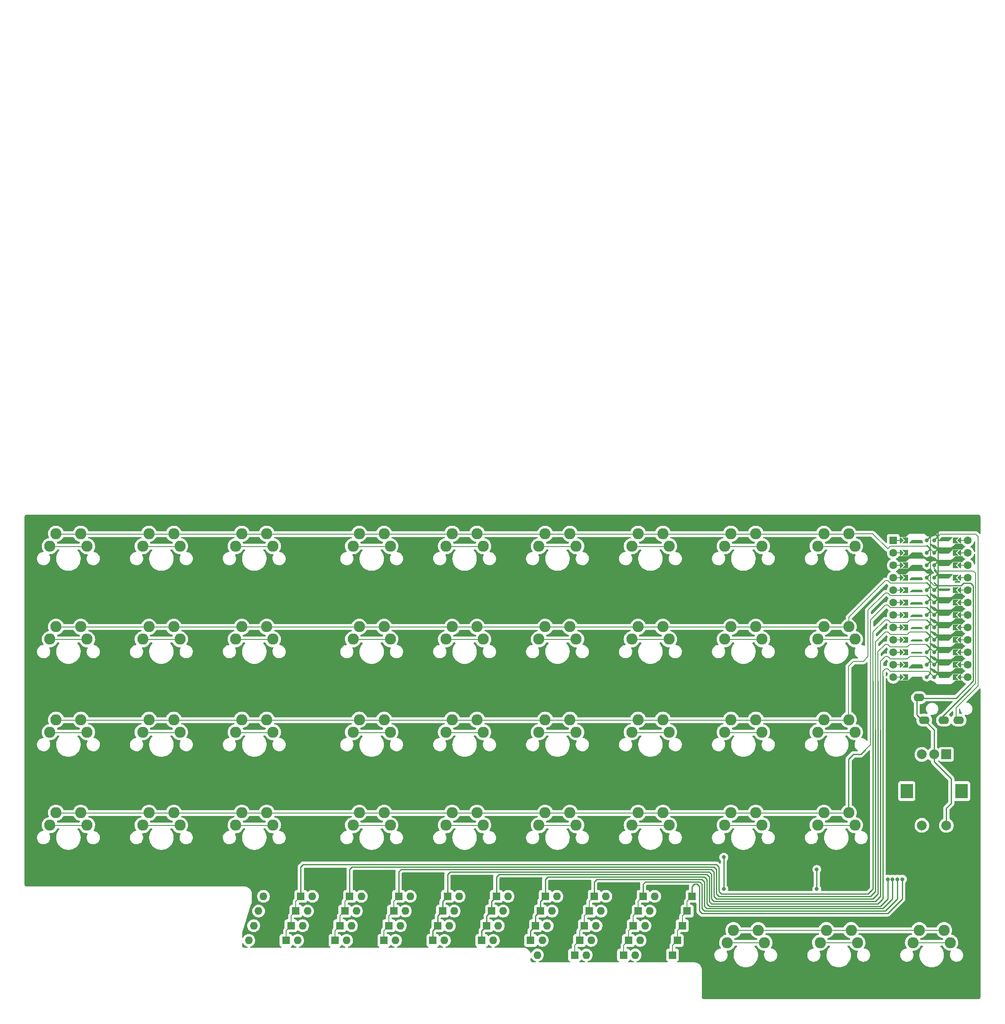
<source format=gtl>
%TF.GenerationSoftware,KiCad,Pcbnew,(6.0.8)*%
%TF.CreationDate,2023-04-06T15:31:31+10:00*%
%TF.ProjectId,drazie,6472617a-6965-42e6-9b69-6361645f7063,rev?*%
%TF.SameCoordinates,Original*%
%TF.FileFunction,Copper,L1,Top*%
%TF.FilePolarity,Positive*%
%FSLAX46Y46*%
G04 Gerber Fmt 4.6, Leading zero omitted, Abs format (unit mm)*
G04 Created by KiCad (PCBNEW (6.0.8)) date 2023-04-06 15:31:31*
%MOMM*%
%LPD*%
G01*
G04 APERTURE LIST*
G04 Aperture macros list*
%AMFreePoly0*
4,1,5,0.125000,-0.500000,-0.125000,-0.500000,-0.125000,0.500000,0.125000,0.500000,0.125000,-0.500000,0.125000,-0.500000,$1*%
%AMFreePoly1*
4,1,6,0.600000,0.200000,0.000000,-0.400000,-0.600000,0.200000,-0.600000,0.400000,0.600000,0.400000,0.600000,0.200000,0.600000,0.200000,$1*%
%AMFreePoly2*
4,1,49,0.088388,4.152388,0.854389,3.386388,0.867708,3.368551,0.871189,3.365530,0.871982,3.362827,0.875852,3.357644,0.882333,3.327543,0.891000,3.298000,0.891000,0.766000,0.887805,0.743969,0.888131,0.739371,0.886780,0.736898,0.885852,0.730498,0.869154,0.704638,0.854389,0.677612,0.088388,-0.088388,0.064607,-0.106146,0.062500,-0.108253,0.061385,-0.108552,0.059644,-0.109852,
0.043810,-0.113261,0.000000,-0.125000,-0.004774,-0.123721,-0.009154,-0.124664,-0.028953,-0.117242,-0.062500,-0.108253,-0.068237,-0.102516,-0.075052,-0.099961,-0.087614,-0.083139,-0.108253,-0.062500,-0.111178,-0.051584,-0.117161,-0.043572,-0.118539,-0.024114,-0.125000,0.000000,-0.121239,0.014035,-0.122131,0.026629,-0.113759,0.041953,-0.108253,0.062500,-0.095642,0.075111,-0.088388,0.088388,
0.641000,0.817777,0.641000,3.246223,-0.088388,3.975612,-0.109852,4.004356,-0.124664,4.073154,-0.099961,4.139052,-0.043572,4.181161,0.026629,4.186131,0.088388,4.152388,0.088388,4.152388,$1*%
%AMFreePoly3*
4,1,6,0.600000,-0.250000,-0.600000,-0.250000,-0.600000,1.000000,0.000000,0.400000,0.600000,1.000000,0.600000,-0.250000,0.600000,-0.250000,$1*%
%AMFreePoly4*
4,1,49,0.088388,4.152388,0.850389,3.390388,0.863708,3.372551,0.867189,3.369530,0.867982,3.366827,0.871852,3.361644,0.878333,3.331543,0.887000,3.302000,0.887000,0.762000,0.883805,0.739969,0.884131,0.735371,0.882780,0.732898,0.881852,0.726498,0.865154,0.700638,0.850389,0.673612,0.088388,-0.088388,0.064607,-0.106146,0.062500,-0.108253,0.061385,-0.108552,0.059644,-0.109852,
0.043810,-0.113261,0.000000,-0.125000,-0.004774,-0.123721,-0.009154,-0.124664,-0.028953,-0.117242,-0.062500,-0.108253,-0.068237,-0.102516,-0.075052,-0.099961,-0.087614,-0.083139,-0.108253,-0.062500,-0.111178,-0.051584,-0.117161,-0.043572,-0.118539,-0.024114,-0.125000,0.000000,-0.121239,0.014035,-0.122131,0.026629,-0.113759,0.041953,-0.108253,0.062500,-0.095642,0.075111,-0.088388,0.088388,
0.637000,0.813777,0.637000,3.250223,-0.088388,3.975612,-0.109852,4.004356,-0.124664,4.073154,-0.099961,4.139052,-0.043572,4.181161,0.026629,4.186131,0.088388,4.152388,0.088388,4.152388,$1*%
G04 Aperture macros list end*
%TA.AperFunction,ComponentPad*%
%ADD10O,1.600000X1.600000*%
%TD*%
%TA.AperFunction,ComponentPad*%
%ADD11R,1.600000X1.600000*%
%TD*%
%TA.AperFunction,ComponentPad*%
%ADD12C,2.000000*%
%TD*%
%TA.AperFunction,ComponentPad*%
%ADD13R,2.500000X3.000000*%
%TD*%
%TA.AperFunction,ComponentPad*%
%ADD14R,2.000000X2.000000*%
%TD*%
%TA.AperFunction,ComponentPad*%
%ADD15C,1.600000*%
%TD*%
%TA.AperFunction,SMDPad,CuDef*%
%ADD16FreePoly0,90.000000*%
%TD*%
%TA.AperFunction,SMDPad,CuDef*%
%ADD17FreePoly0,270.000000*%
%TD*%
%TA.AperFunction,SMDPad,CuDef*%
%ADD18FreePoly1,270.000000*%
%TD*%
%TA.AperFunction,SMDPad,CuDef*%
%ADD19FreePoly1,90.000000*%
%TD*%
%TA.AperFunction,SMDPad,CuDef*%
%ADD20FreePoly2,270.000000*%
%TD*%
%TA.AperFunction,SMDPad,CuDef*%
%ADD21FreePoly3,270.000000*%
%TD*%
%TA.AperFunction,ComponentPad*%
%ADD22C,0.800000*%
%TD*%
%TA.AperFunction,SMDPad,CuDef*%
%ADD23FreePoly3,90.000000*%
%TD*%
%TA.AperFunction,SMDPad,CuDef*%
%ADD24FreePoly4,90.000000*%
%TD*%
%TA.AperFunction,ComponentPad*%
%ADD25C,2.286000*%
%TD*%
%TA.AperFunction,ComponentPad*%
%ADD26O,2.200000X1.600000*%
%TD*%
%TA.AperFunction,ViaPad*%
%ADD27C,0.800000*%
%TD*%
%TA.AperFunction,Conductor*%
%ADD28C,0.250000*%
%TD*%
%TA.AperFunction,Conductor*%
%ADD29C,0.200000*%
%TD*%
G04 APERTURE END LIST*
D10*
%TO.P,R,2*%
%TO.N,N/C*%
X127880000Y-103000000D03*
D11*
%TO.P,R,1*%
X135500000Y-103000000D03*
%TD*%
D10*
%TO.P,R,2*%
%TO.N,N/C*%
X117880000Y-103000000D03*
D11*
%TO.P,R,1*%
X125500000Y-103000000D03*
%TD*%
D10*
%TO.P,R,2*%
%TO.N,N/C*%
X137880000Y-103000000D03*
D11*
%TO.P,R,1*%
X145500000Y-103000000D03*
%TD*%
D12*
%TO.P,rotary encoder,S2*%
%TO.N,N/C*%
X196500000Y-76500000D03*
%TO.P,rotary encoder,S1*%
X201500000Y-76500000D03*
D13*
%TO.P,rotary encoder,MP*%
X204600000Y-69500000D03*
X193400000Y-69500000D03*
D12*
%TO.P,rotary encoder,C*%
X199000000Y-62000000D03*
%TO.P,rotary encoder,B*%
X196500000Y-62000000D03*
D14*
%TO.P,rotary encoder,A*%
X201500000Y-62000000D03*
%TD*%
D10*
%TO.P,R,2*%
%TO.N,N/C*%
X139880000Y-97000000D03*
D11*
%TO.P,R,1*%
X147500000Y-97000000D03*
%TD*%
D10*
%TO.P,R,2*%
%TO.N,N/C*%
X141880000Y-91000000D03*
D11*
%TO.P,R,1*%
X149500000Y-91000000D03*
%TD*%
D10*
%TO.P,R,2*%
%TO.N,N/C*%
X140880000Y-94000000D03*
D11*
%TO.P,R,1*%
X148500000Y-94000000D03*
%TD*%
D10*
%TO.P,R,2*%
%TO.N,N/C*%
X138880000Y-100000000D03*
D11*
%TO.P,R,1*%
X146500000Y-100000000D03*
%TD*%
D10*
%TO.P,R,2*%
%TO.N,N/C*%
X129880000Y-97000000D03*
D11*
%TO.P,R,1*%
X137500000Y-97000000D03*
%TD*%
D10*
%TO.P,R,2*%
%TO.N,N/C*%
X131880000Y-91000000D03*
D11*
%TO.P,R,1*%
X139500000Y-91000000D03*
%TD*%
D10*
%TO.P,R,2*%
%TO.N,N/C*%
X130880000Y-94000000D03*
D11*
%TO.P,R,1*%
X138500000Y-94000000D03*
%TD*%
D10*
%TO.P,R,2*%
%TO.N,N/C*%
X128880000Y-100000000D03*
D11*
%TO.P,R,1*%
X136500000Y-100000000D03*
%TD*%
D10*
%TO.P,R,2*%
%TO.N,N/C*%
X119880000Y-97000000D03*
D11*
%TO.P,R,1*%
X127500000Y-97000000D03*
%TD*%
D10*
%TO.P,R,2*%
%TO.N,N/C*%
X121880000Y-91000000D03*
D11*
%TO.P,R,1*%
X129500000Y-91000000D03*
%TD*%
D10*
%TO.P,R,2*%
%TO.N,N/C*%
X120880000Y-94000000D03*
D11*
%TO.P,R,1*%
X128500000Y-94000000D03*
%TD*%
D10*
%TO.P,R,2*%
%TO.N,N/C*%
X118880000Y-100000000D03*
D11*
%TO.P,R,1*%
X126500000Y-100000000D03*
%TD*%
D10*
%TO.P,R,2*%
%TO.N,N/C*%
X109880000Y-97000000D03*
D11*
%TO.P,R,1*%
X117500000Y-97000000D03*
%TD*%
D10*
%TO.P,R,2*%
%TO.N,N/C*%
X111880000Y-91000000D03*
D11*
%TO.P,R,1*%
X119500000Y-91000000D03*
%TD*%
D10*
%TO.P,R,2*%
%TO.N,N/C*%
X110880000Y-94000000D03*
D11*
%TO.P,R,1*%
X118500000Y-94000000D03*
%TD*%
D10*
%TO.P,R,2*%
%TO.N,N/C*%
X108880000Y-100000000D03*
D11*
%TO.P,R,1*%
X116500000Y-100000000D03*
%TD*%
D10*
%TO.P,R,2*%
%TO.N,N/C*%
X99880000Y-97000000D03*
D11*
%TO.P,R,1*%
X107500000Y-97000000D03*
%TD*%
D10*
%TO.P,R,2*%
%TO.N,N/C*%
X101880000Y-91000000D03*
D11*
%TO.P,R,1*%
X109500000Y-91000000D03*
%TD*%
D10*
%TO.P,R,2*%
%TO.N,N/C*%
X100880000Y-94000000D03*
D11*
%TO.P,R,1*%
X108500000Y-94000000D03*
%TD*%
D10*
%TO.P,R,2*%
%TO.N,N/C*%
X98880000Y-100000000D03*
D11*
%TO.P,R,1*%
X106500000Y-100000000D03*
%TD*%
D10*
%TO.P,R,2*%
%TO.N,N/C*%
X89880000Y-96992834D03*
D11*
%TO.P,R,1*%
X97500000Y-96992834D03*
%TD*%
D10*
%TO.P,R,2*%
%TO.N,N/C*%
X91880000Y-90992834D03*
D11*
%TO.P,R,1*%
X99500000Y-90992834D03*
%TD*%
D10*
%TO.P,R,2*%
%TO.N,N/C*%
X90880000Y-93992834D03*
D11*
%TO.P,R,1*%
X98500000Y-93992834D03*
%TD*%
D10*
%TO.P,R,2*%
%TO.N,N/C*%
X88880000Y-99992834D03*
D11*
%TO.P,R,1*%
X96500000Y-99992834D03*
%TD*%
D10*
%TO.P,R,2*%
%TO.N,N/C*%
X58880000Y-100000000D03*
D11*
%TO.P,R,1*%
X66500000Y-100000000D03*
%TD*%
D10*
%TO.P,R,2*%
%TO.N,N/C*%
X59880000Y-97000000D03*
D11*
%TO.P,R,1*%
X67500000Y-97000000D03*
%TD*%
D10*
%TO.P,R,2*%
%TO.N,N/C*%
X60880000Y-94000000D03*
D11*
%TO.P,R,1*%
X68500000Y-94000000D03*
%TD*%
D10*
%TO.P,R,2*%
%TO.N,N/C*%
X61880000Y-91000000D03*
D11*
%TO.P,R,1*%
X69500000Y-91000000D03*
%TD*%
D10*
%TO.P,R,2*%
%TO.N,N/C*%
X68880000Y-100000000D03*
D11*
%TO.P,R,1*%
X76500000Y-100000000D03*
%TD*%
D10*
%TO.P,R,2*%
%TO.N,N/C*%
X69880000Y-97000000D03*
D11*
%TO.P,R,1*%
X77500000Y-97000000D03*
%TD*%
D10*
%TO.P,R,2*%
%TO.N,N/C*%
X70880000Y-94000000D03*
D11*
%TO.P,R,1*%
X78500000Y-94000000D03*
%TD*%
D10*
%TO.P,R,2*%
%TO.N,N/C*%
X71880000Y-91000000D03*
D11*
%TO.P,R,1*%
X79500000Y-91000000D03*
%TD*%
D10*
%TO.P,R,2*%
%TO.N,N/C*%
X78880000Y-100000000D03*
D11*
%TO.P,R,1*%
X86500000Y-100000000D03*
%TD*%
D10*
%TO.P,R,2*%
%TO.N,N/C*%
X79880000Y-97000000D03*
D11*
%TO.P,R,1*%
X87500000Y-97000000D03*
%TD*%
D10*
%TO.P,R,2*%
%TO.N,N/C*%
X80880000Y-94000000D03*
D11*
%TO.P,R,1*%
X88500000Y-94000000D03*
%TD*%
D10*
%TO.P,R,2*%
%TO.N,N/C*%
X81880000Y-91000000D03*
D11*
%TO.P,R,1*%
X89500000Y-91000000D03*
%TD*%
D15*
%TO.P,MCU1,*%
%TO.N,*%
X190642000Y-28449000D03*
X190642000Y-41149000D03*
X190642000Y-18289000D03*
D16*
X191912000Y-36069000D03*
D15*
X205882000Y-18289000D03*
D17*
X204612000Y-18289000D03*
X204612000Y-25909000D03*
D16*
X191912000Y-30989000D03*
D18*
X204104000Y-30989000D03*
D15*
X190642000Y-43689000D03*
X190642000Y-20829000D03*
D18*
X204104000Y-38609000D03*
D17*
X204612000Y-23369000D03*
D15*
X205882000Y-36069000D03*
D19*
X192420000Y-20829000D03*
D15*
X190642000Y-23369000D03*
D16*
X191912000Y-28449000D03*
X191912000Y-18289000D03*
D19*
X192420000Y-41149000D03*
D15*
X190642000Y-46229000D03*
D18*
X204104000Y-43689000D03*
X204104000Y-46229000D03*
X204104000Y-41149000D03*
D15*
X190642000Y-33529000D03*
X205882000Y-33529000D03*
D17*
X204612000Y-33529000D03*
D19*
X192420000Y-23369000D03*
X192420000Y-25909000D03*
D16*
X191912000Y-20829000D03*
D15*
X190642000Y-25909000D03*
D16*
X191912000Y-23369000D03*
X191912000Y-43689000D03*
D19*
X192420000Y-38609000D03*
X192420000Y-46229000D03*
D17*
X204612000Y-46229000D03*
D19*
X192420000Y-30989000D03*
X192420000Y-43689000D03*
D17*
X204612000Y-28449000D03*
D15*
X205882000Y-46229000D03*
D16*
X191912000Y-38609000D03*
X191912000Y-41149000D03*
D19*
X192420000Y-33529000D03*
D15*
X205882000Y-41149000D03*
X205882000Y-30989000D03*
D18*
X204104000Y-33529000D03*
X204104000Y-25909000D03*
D16*
X191912000Y-25909000D03*
D17*
X204612000Y-20829000D03*
D15*
X205882000Y-20829000D03*
D17*
X204612000Y-38609000D03*
D18*
X204104000Y-36069000D03*
D15*
X190642000Y-36069000D03*
D17*
X204612000Y-36069000D03*
D18*
X204104000Y-18289000D03*
D15*
X205882000Y-38609000D03*
D19*
X192420000Y-28449000D03*
D11*
X190642000Y-18289000D03*
D18*
X204104000Y-28449000D03*
D19*
X192420000Y-18289000D03*
D17*
X204612000Y-30989000D03*
D15*
X190642000Y-30989000D03*
D19*
X192420000Y-36069000D03*
D16*
X191912000Y-33529000D03*
D15*
X205882000Y-25909000D03*
X205882000Y-23369000D03*
D18*
X204104000Y-20829000D03*
D15*
X190642000Y-38609000D03*
X205882000Y-43689000D03*
X205882000Y-28449000D03*
D18*
X204104000Y-23369000D03*
D16*
X191912000Y-46229000D03*
D17*
X204612000Y-41149000D03*
X204612000Y-43689000D03*
D20*
%TO.P,MCU1,1*%
%TO.N,N/C*%
X199024000Y-18289000D03*
D21*
X203088000Y-18289000D03*
D22*
X199024000Y-18289000D03*
D21*
%TO.P,MCU1,2*%
X203088000Y-20829000D03*
D22*
X199024000Y-20829000D03*
D20*
X199024000Y-20829000D03*
D21*
%TO.P,MCU1,3*%
X203088000Y-23369000D03*
D20*
X199024000Y-23369000D03*
D22*
X199024000Y-23369000D03*
%TO.P,MCU1,4*%
X199024000Y-25909000D03*
D20*
X199024000Y-25909000D03*
D21*
X203088000Y-25909000D03*
%TO.P,MCU1,5*%
X203088000Y-28449000D03*
D20*
X199024000Y-28449000D03*
D22*
X199024000Y-28449000D03*
D21*
%TO.P,MCU1,6*%
X203088000Y-30989000D03*
D20*
X199024000Y-30989000D03*
D22*
X199024000Y-30989000D03*
D20*
%TO.P,MCU1,7*%
X199024000Y-33529000D03*
D22*
X199024000Y-33529000D03*
D21*
X203088000Y-33529000D03*
%TO.P,MCU1,8*%
X203088000Y-36069000D03*
D20*
X199024000Y-36069000D03*
D22*
X199024000Y-36069000D03*
D21*
%TO.P,MCU1,9*%
X203088000Y-38609000D03*
D22*
X199024000Y-38609000D03*
D20*
X199024000Y-38609000D03*
%TO.P,MCU1,10*%
X199024000Y-41149000D03*
D22*
X199024000Y-41149000D03*
D21*
X203088000Y-41149000D03*
D20*
%TO.P,MCU1,11*%
X199024000Y-43689000D03*
D21*
X203088000Y-43689000D03*
D22*
X199024000Y-43689000D03*
D20*
%TO.P,MCU1,12*%
X199024000Y-46229000D03*
D22*
X199024000Y-46229000D03*
D21*
X203088000Y-46229000D03*
D23*
%TO.P,MCU1,13*%
X193436000Y-46229000D03*
D24*
X197500000Y-46229000D03*
D22*
X197500000Y-46229000D03*
D23*
%TO.P,MCU1,14*%
X193436000Y-43689000D03*
D24*
X197500000Y-43689000D03*
D22*
X197500000Y-43689000D03*
D23*
%TO.P,MCU1,15*%
X193436000Y-41149000D03*
D22*
X197500000Y-41149000D03*
D24*
X197500000Y-41149000D03*
D23*
%TO.P,MCU1,16*%
X193436000Y-38609000D03*
D22*
X197500000Y-38609000D03*
D24*
X197500000Y-38609000D03*
%TO.P,MCU1,17*%
X197500000Y-36069000D03*
D23*
X193436000Y-36069000D03*
D22*
X197500000Y-36069000D03*
D24*
%TO.P,MCU1,18*%
X197500000Y-33529000D03*
D22*
X197500000Y-33529000D03*
D23*
X193436000Y-33529000D03*
D22*
%TO.P,MCU1,19*%
X197500000Y-30989000D03*
D23*
X193436000Y-30989000D03*
D24*
X197500000Y-30989000D03*
D22*
%TO.P,MCU1,20*%
X197500000Y-28449000D03*
D24*
X197500000Y-28449000D03*
D23*
X193436000Y-28449000D03*
%TO.P,MCU1,21*%
X193436000Y-25909000D03*
D22*
X197500000Y-25909000D03*
D24*
X197500000Y-25909000D03*
D23*
%TO.P,MCU1,22*%
X193436000Y-23369000D03*
D22*
X197500000Y-23369000D03*
D24*
X197500000Y-23369000D03*
%TO.P,MCU1,23*%
X197500000Y-20829000D03*
D23*
X193436000Y-20829000D03*
D22*
X197500000Y-20829000D03*
%TO.P,MCU1,24*%
X197500000Y-18289000D03*
D23*
X193436000Y-18289000D03*
D24*
X197500000Y-18289000D03*
%TD*%
D25*
%TO.P,S14,2*%
%TO.N,N/C*%
X144810000Y-76460000D03*
X137190000Y-76460000D03*
%TO.P,S14,1*%
X138460000Y-73920000D03*
X143540000Y-73920000D03*
%TD*%
%TO.P,S14,2*%
%TO.N,N/C*%
X106810000Y-76460000D03*
X99190000Y-76460000D03*
%TO.P,S14,1*%
X100460000Y-73920000D03*
X105540000Y-73920000D03*
%TD*%
%TO.P,S14,2*%
%TO.N,N/C*%
X163810000Y-76460000D03*
X156190000Y-76460000D03*
%TO.P,S14,1*%
X157460000Y-73920000D03*
X162540000Y-73920000D03*
%TD*%
%TO.P,S14,2*%
%TO.N,N/C*%
X87810000Y-76460000D03*
X80190000Y-76460000D03*
%TO.P,S14,1*%
X81460000Y-73920000D03*
X86540000Y-73920000D03*
%TD*%
%TO.P,S14,2*%
%TO.N,N/C*%
X182810000Y-76460000D03*
X175190000Y-76460000D03*
%TO.P,S14,1*%
X176460000Y-73920000D03*
X181540000Y-73920000D03*
%TD*%
%TO.P,S14,2*%
%TO.N,N/C*%
X125810000Y-76460000D03*
X118190000Y-76460000D03*
%TO.P,S14,1*%
X119460000Y-73920000D03*
X124540000Y-73920000D03*
%TD*%
%TO.P,S14,2*%
%TO.N,N/C*%
X163810000Y-57460000D03*
X156190000Y-57460000D03*
%TO.P,S14,1*%
X157460000Y-54920000D03*
X162540000Y-54920000D03*
%TD*%
%TO.P,S14,2*%
%TO.N,N/C*%
X87810000Y-57460000D03*
X80190000Y-57460000D03*
%TO.P,S14,1*%
X81460000Y-54920000D03*
X86540000Y-54920000D03*
%TD*%
%TO.P,S14,2*%
%TO.N,N/C*%
X182810000Y-57460000D03*
X175190000Y-57460000D03*
%TO.P,S14,1*%
X176460000Y-54920000D03*
X181540000Y-54920000D03*
%TD*%
%TO.P,S14,2*%
%TO.N,N/C*%
X144810000Y-57460000D03*
X137190000Y-57460000D03*
%TO.P,S14,1*%
X138460000Y-54920000D03*
X143540000Y-54920000D03*
%TD*%
%TO.P,S14,2*%
%TO.N,N/C*%
X125810000Y-57460000D03*
X118190000Y-57460000D03*
%TO.P,S14,1*%
X119460000Y-54920000D03*
X124540000Y-54920000D03*
%TD*%
%TO.P,S14,2*%
%TO.N,N/C*%
X106810000Y-57460000D03*
X99190000Y-57460000D03*
%TO.P,S14,1*%
X100460000Y-54920000D03*
X105540000Y-54920000D03*
%TD*%
%TO.P,S14,1*%
%TO.N,N/C*%
X24540000Y-73920000D03*
X19460000Y-73920000D03*
%TO.P,S14,2*%
X18190000Y-76460000D03*
X25810000Y-76460000D03*
%TD*%
%TO.P,S14,2*%
%TO.N,N/C*%
X183310000Y-100460000D03*
X175690000Y-100460000D03*
%TO.P,S14,1*%
X176960000Y-97920000D03*
X182040000Y-97920000D03*
%TD*%
%TO.P,S14,2*%
%TO.N,N/C*%
X164310000Y-100460000D03*
X156690000Y-100460000D03*
%TO.P,S14,1*%
X157960000Y-97920000D03*
X163040000Y-97920000D03*
%TD*%
%TO.P,S14,2*%
%TO.N,N/C*%
X202310000Y-100460000D03*
X194690000Y-100460000D03*
%TO.P,S14,1*%
X195960000Y-97920000D03*
X201040000Y-97920000D03*
%TD*%
%TO.P,S14,2*%
%TO.N,N/C*%
X182810000Y-19460000D03*
X175190000Y-19460000D03*
%TO.P,S14,1*%
X176460000Y-16920000D03*
X181540000Y-16920000D03*
%TD*%
%TO.P,S14,2*%
%TO.N,N/C*%
X182810000Y-38460000D03*
X175190000Y-38460000D03*
%TO.P,S14,1*%
X176460000Y-35920000D03*
X181540000Y-35920000D03*
%TD*%
%TO.P,S14,2*%
%TO.N,N/C*%
X163810000Y-19460000D03*
X156190000Y-19460000D03*
%TO.P,S14,1*%
X157460000Y-16920000D03*
X162540000Y-16920000D03*
%TD*%
%TO.P,S14,2*%
%TO.N,N/C*%
X163810000Y-38460000D03*
X156190000Y-38460000D03*
%TO.P,S14,1*%
X157460000Y-35920000D03*
X162540000Y-35920000D03*
%TD*%
%TO.P,S14,2*%
%TO.N,N/C*%
X144810000Y-19460000D03*
X137190000Y-19460000D03*
%TO.P,S14,1*%
X138460000Y-16920000D03*
X143540000Y-16920000D03*
%TD*%
%TO.P,S14,2*%
%TO.N,N/C*%
X144810000Y-38460000D03*
X137190000Y-38460000D03*
%TO.P,S14,1*%
X138460000Y-35920000D03*
X143540000Y-35920000D03*
%TD*%
%TO.P,S14,2*%
%TO.N,N/C*%
X125810000Y-19460000D03*
X118190000Y-19460000D03*
%TO.P,S14,1*%
X119460000Y-16920000D03*
X124540000Y-16920000D03*
%TD*%
%TO.P,S14,2*%
%TO.N,N/C*%
X125810000Y-38460000D03*
X118190000Y-38460000D03*
%TO.P,S14,1*%
X119460000Y-35920000D03*
X124540000Y-35920000D03*
%TD*%
%TO.P,S14,2*%
%TO.N,N/C*%
X106810000Y-19460000D03*
X99190000Y-19460000D03*
%TO.P,S14,1*%
X100460000Y-16920000D03*
X105540000Y-16920000D03*
%TD*%
%TO.P,S14,2*%
%TO.N,N/C*%
X106810000Y-38460000D03*
X99190000Y-38460000D03*
%TO.P,S14,1*%
X100460000Y-35920000D03*
X105540000Y-35920000D03*
%TD*%
%TO.P,S14,2*%
%TO.N,N/C*%
X87810000Y-19460000D03*
X80190000Y-19460000D03*
%TO.P,S14,1*%
X81460000Y-16920000D03*
X86540000Y-16920000D03*
%TD*%
%TO.P,S14,2*%
%TO.N,N/C*%
X87810000Y-38460000D03*
X80190000Y-38460000D03*
%TO.P,S14,1*%
X81460000Y-35920000D03*
X86540000Y-35920000D03*
%TD*%
%TO.P,S14,2*%
%TO.N,N/C*%
X63810000Y-19460000D03*
X56190000Y-19460000D03*
%TO.P,S14,1*%
X57460000Y-16920000D03*
X62540000Y-16920000D03*
%TD*%
%TO.P,S14,2*%
%TO.N,N/C*%
X63810000Y-38460000D03*
X56190000Y-38460000D03*
%TO.P,S14,1*%
X57460000Y-35920000D03*
X62540000Y-35920000D03*
%TD*%
%TO.P,S14,1*%
%TO.N,N/C*%
X62540000Y-73920000D03*
X57460000Y-73920000D03*
%TO.P,S14,2*%
X56190000Y-76460000D03*
X63810000Y-76460000D03*
%TD*%
%TO.P,S14,1*%
%TO.N,N/C*%
X62540000Y-54920000D03*
X57460000Y-54920000D03*
%TO.P,S14,2*%
X56190000Y-57460000D03*
X63810000Y-57460000D03*
%TD*%
%TO.P,S14,2*%
%TO.N,N/C*%
X44810000Y-19460000D03*
X37190000Y-19460000D03*
%TO.P,S14,1*%
X38460000Y-16920000D03*
X43540000Y-16920000D03*
%TD*%
%TO.P,S14,2*%
%TO.N,N/C*%
X44810000Y-38460000D03*
X37190000Y-38460000D03*
%TO.P,S14,1*%
X38460000Y-35920000D03*
X43540000Y-35920000D03*
%TD*%
%TO.P,S14,1*%
%TO.N,N/C*%
X43540000Y-73920000D03*
X38460000Y-73920000D03*
%TO.P,S14,2*%
X37190000Y-76460000D03*
X44810000Y-76460000D03*
%TD*%
%TO.P,S14,1*%
%TO.N,N/C*%
X43540000Y-54920000D03*
X38460000Y-54920000D03*
%TO.P,S14,2*%
X37190000Y-57460000D03*
X44810000Y-57460000D03*
%TD*%
%TO.P,S14,2*%
%TO.N,N/C*%
X25810000Y-19460000D03*
X18190000Y-19460000D03*
%TO.P,S14,1*%
X19460000Y-16920000D03*
X24540000Y-16920000D03*
%TD*%
%TO.P,S14,2*%
%TO.N,N/C*%
X25810000Y-38460000D03*
X18190000Y-38460000D03*
%TO.P,S14,1*%
X19460000Y-35920000D03*
X24540000Y-35920000D03*
%TD*%
%TO.P,S14,1*%
%TO.N,N/C*%
X24540000Y-54920000D03*
X19460000Y-54920000D03*
%TO.P,S14,2*%
X18190000Y-57460000D03*
X25810000Y-57460000D03*
%TD*%
D26*
%TO.P,trrs jack,1*%
%TO.N,N/C*%
X195900000Y-50400000D03*
%TO.P,trrs jack,2*%
X197000000Y-55000000D03*
%TO.P,trrs jack,3*%
X201000000Y-55000000D03*
%TO.P,trrs jack,4*%
X204000000Y-55000000D03*
%TD*%
D27*
%TO.N,*%
X192500000Y-87500000D03*
X191500000Y-87500000D03*
X190500000Y-87500000D03*
X189500000Y-87500000D03*
X175000000Y-89500000D03*
X156000000Y-89500000D03*
X175000000Y-85500000D03*
X156000000Y-83000000D03*
%TD*%
D28*
%TO.N,*%
X199000000Y-63500000D02*
X199000000Y-62000000D01*
X202500000Y-67000000D02*
X199000000Y-63500000D01*
X202500000Y-72000000D02*
X202500000Y-67000000D01*
X201500000Y-76500000D02*
X201500000Y-73000000D01*
X201500000Y-73000000D02*
X202500000Y-72000000D01*
X199000000Y-57000000D02*
X197000000Y-55000000D01*
X199000000Y-62000000D02*
X199000000Y-57000000D01*
D29*
X203500000Y-54500000D02*
X204000000Y-55000000D01*
X203500000Y-52500000D02*
X203500000Y-54500000D01*
X200313000Y-17000000D02*
X207500000Y-17000000D01*
X208000000Y-17500000D02*
X208000000Y-48000000D01*
X208000000Y-48000000D02*
X203500000Y-52500000D01*
X199024000Y-18289000D02*
X200313000Y-17000000D01*
X207500000Y-17000000D02*
X208000000Y-17500000D01*
D28*
X188500000Y-91500000D02*
X188500000Y-46000000D01*
X187500000Y-92500000D02*
X188500000Y-91500000D01*
X153500000Y-92500000D02*
X187500000Y-92500000D01*
X152500000Y-86500000D02*
X153000000Y-87000000D01*
X153000000Y-87000000D02*
X153000000Y-92000000D01*
X109500000Y-87000000D02*
X110000000Y-86500000D01*
X110000000Y-86500000D02*
X152500000Y-86500000D01*
D29*
X188500000Y-46000000D02*
X188500000Y-48000000D01*
D28*
X153000000Y-92000000D02*
X153500000Y-92500000D01*
X109500000Y-91000000D02*
X109500000Y-87000000D01*
D29*
X188500000Y-45000000D02*
X188500000Y-46000000D01*
X188000000Y-43000000D02*
X188000000Y-57000000D01*
X189000000Y-42000000D02*
X188000000Y-43000000D01*
X194000000Y-42000000D02*
X193500000Y-42500000D01*
X199024000Y-43689000D02*
X197335000Y-42000000D01*
X197335000Y-42000000D02*
X194000000Y-42000000D01*
X190000000Y-42500000D02*
X189500000Y-42000000D01*
X193500000Y-42500000D02*
X190000000Y-42500000D01*
D28*
X188000000Y-91000000D02*
X188000000Y-57000000D01*
D29*
X189500000Y-42000000D02*
X189000000Y-42000000D01*
D28*
X187500000Y-90500000D02*
X187500000Y-47000000D01*
X154500000Y-91500000D02*
X186500000Y-91500000D01*
X153500000Y-85500000D02*
X154000000Y-86000000D01*
X154000000Y-86000000D02*
X154000000Y-91000000D01*
X90000000Y-85500000D02*
X153500000Y-85500000D01*
X89500000Y-91000000D02*
X89500000Y-86000000D01*
X154000000Y-91000000D02*
X154500000Y-91500000D01*
D29*
X187500000Y-41000000D02*
X187500000Y-47000000D01*
D28*
X186500000Y-91500000D02*
X187500000Y-90500000D01*
X89500000Y-86000000D02*
X90000000Y-85500000D01*
D29*
X187000000Y-39000000D02*
X187000000Y-57000000D01*
X189000000Y-37000000D02*
X187000000Y-39000000D01*
X189500000Y-37000000D02*
X189000000Y-37000000D01*
X190000000Y-37500000D02*
X189500000Y-37000000D01*
X193500000Y-37500000D02*
X190000000Y-37500000D01*
X194000000Y-37000000D02*
X193500000Y-37500000D01*
X199024000Y-38609000D02*
X199024000Y-38524000D01*
X199024000Y-38524000D02*
X197500000Y-37000000D01*
X197500000Y-37000000D02*
X194000000Y-37000000D01*
D28*
X187000000Y-90000000D02*
X187000000Y-57000000D01*
X189500000Y-94500000D02*
X192500000Y-91500000D01*
X151500000Y-94500000D02*
X189500000Y-94500000D01*
X150500000Y-88500000D02*
X151000000Y-89000000D01*
X149500000Y-89000000D02*
X150000000Y-88500000D01*
X192500000Y-91500000D02*
X192500000Y-87500000D01*
X150000000Y-88500000D02*
X150500000Y-88500000D01*
X149500000Y-91000000D02*
X149500000Y-89000000D01*
X151000000Y-89000000D02*
X151000000Y-94000000D01*
X151000000Y-94000000D02*
X151500000Y-94500000D01*
X191500000Y-91500000D02*
X191500000Y-87500000D01*
X189000000Y-94000000D02*
X191500000Y-91500000D01*
X151500000Y-88500000D02*
X151500000Y-93500000D01*
X151000000Y-88000000D02*
X151500000Y-88500000D01*
X139500000Y-88500000D02*
X140000000Y-88000000D01*
X140000000Y-88000000D02*
X151000000Y-88000000D01*
X151500000Y-93500000D02*
X152000000Y-94000000D01*
X152000000Y-94000000D02*
X189000000Y-94000000D01*
X139500000Y-91000000D02*
X139500000Y-88500000D01*
X152500000Y-93500000D02*
X188500000Y-93500000D01*
X188500000Y-93500000D02*
X190500000Y-91500000D01*
X190500000Y-91500000D02*
X190500000Y-87500000D01*
X130000000Y-87500000D02*
X151500000Y-87500000D01*
X151500000Y-87500000D02*
X152000000Y-88000000D01*
X152000000Y-88000000D02*
X152000000Y-93000000D01*
X129500000Y-88000000D02*
X130000000Y-87500000D01*
X129500000Y-91000000D02*
X129500000Y-88000000D01*
X152000000Y-93000000D02*
X152500000Y-93500000D01*
X189500000Y-91500000D02*
X189500000Y-87500000D01*
X188000000Y-93000000D02*
X189500000Y-91500000D01*
X119500000Y-91000000D02*
X119500000Y-87500000D01*
X119500000Y-87500000D02*
X120000000Y-87000000D01*
X153000000Y-93000000D02*
X188000000Y-93000000D01*
X120000000Y-87000000D02*
X152000000Y-87000000D01*
X152000000Y-87000000D02*
X152500000Y-87500000D01*
X152500000Y-87500000D02*
X152500000Y-92500000D01*
X152500000Y-92500000D02*
X153000000Y-93000000D01*
X187000000Y-92000000D02*
X188000000Y-91000000D01*
X154000000Y-92000000D02*
X187000000Y-92000000D01*
X153500000Y-86500000D02*
X153500000Y-91500000D01*
X153500000Y-91500000D02*
X154000000Y-92000000D01*
X99500000Y-86500000D02*
X100000000Y-86000000D01*
X100000000Y-86000000D02*
X153000000Y-86000000D01*
X153000000Y-86000000D02*
X153500000Y-86500000D01*
X99500000Y-90992834D02*
X99500000Y-86500000D01*
X186000000Y-91000000D02*
X187000000Y-90000000D01*
X155000000Y-91000000D02*
X186000000Y-91000000D01*
X154500000Y-85500000D02*
X154500000Y-90500000D01*
X80000000Y-85000000D02*
X154000000Y-85000000D01*
X154000000Y-85000000D02*
X154500000Y-85500000D01*
X154500000Y-90500000D02*
X155000000Y-91000000D01*
X79500000Y-85500000D02*
X80000000Y-85000000D01*
X79500000Y-91000000D02*
X79500000Y-85500000D01*
X186500000Y-89500000D02*
X186500000Y-47000000D01*
X185500000Y-90500000D02*
X186500000Y-89500000D01*
X155500000Y-90500000D02*
X185500000Y-90500000D01*
X155000000Y-90000000D02*
X155500000Y-90500000D01*
X155000000Y-85000000D02*
X155000000Y-90000000D01*
X70000000Y-84500000D02*
X154500000Y-84500000D01*
X69500000Y-85000000D02*
X70000000Y-84500000D01*
X154500000Y-84500000D02*
X155000000Y-85000000D01*
X69500000Y-91000000D02*
X69500000Y-85000000D01*
D29*
X186500000Y-37000000D02*
X186500000Y-47000000D01*
X181540000Y-33960000D02*
X181540000Y-35920000D01*
X189000000Y-26500000D02*
X181540000Y-33960000D01*
X189500000Y-26500000D02*
X189000000Y-26500000D01*
X181500000Y-54880000D02*
X181540000Y-54920000D01*
X181500000Y-44000000D02*
X181500000Y-54880000D01*
X182500000Y-43000000D02*
X181500000Y-44000000D01*
X185500000Y-42000000D02*
X184500000Y-43000000D01*
X185500000Y-32500000D02*
X185500000Y-42000000D01*
X184500000Y-43000000D02*
X182500000Y-43000000D01*
X189000000Y-29000000D02*
X185500000Y-32500000D01*
X190000000Y-29500000D02*
X189500000Y-29000000D01*
X189500000Y-29000000D02*
X189000000Y-29000000D01*
X197535000Y-29500000D02*
X190000000Y-29500000D01*
X199024000Y-30989000D02*
X197535000Y-29500000D01*
X186000000Y-34500000D02*
X186000000Y-60000000D01*
X189000000Y-31500000D02*
X186000000Y-34500000D01*
X189500000Y-31500000D02*
X189000000Y-31500000D01*
X190000000Y-32000000D02*
X189500000Y-31500000D01*
X186000000Y-60000000D02*
X185000000Y-61000000D01*
X199024000Y-33529000D02*
X197495000Y-32000000D01*
X197495000Y-32000000D02*
X190000000Y-32000000D01*
X189000000Y-44500000D02*
X188500000Y-45000000D01*
X189500000Y-44500000D02*
X189000000Y-44500000D01*
X189000000Y-39500000D02*
X187500000Y-41000000D01*
X189500000Y-39500000D02*
X189000000Y-39500000D01*
X189000000Y-34500000D02*
X186500000Y-37000000D01*
X189500000Y-34500000D02*
X189000000Y-34500000D01*
D28*
X184000000Y-62000000D02*
X185000000Y-61000000D01*
X182500000Y-62000000D02*
X184000000Y-62000000D01*
X181500000Y-63000000D02*
X182500000Y-62000000D01*
X181500000Y-73880000D02*
X181500000Y-63000000D01*
X181540000Y-73920000D02*
X181500000Y-73880000D01*
D29*
X190000000Y-27000000D02*
X189500000Y-26500000D01*
X197575000Y-27000000D02*
X190000000Y-27000000D01*
X199024000Y-28449000D02*
X197575000Y-27000000D01*
X186420000Y-16920000D02*
X181540000Y-16920000D01*
X189500000Y-20000000D02*
X186420000Y-16920000D01*
X148500000Y-94000000D02*
X148500000Y-92000000D01*
X148500000Y-92000000D02*
X149500000Y-91000000D01*
X147500000Y-95000000D02*
X148500000Y-94000000D01*
X147500000Y-97000000D02*
X147500000Y-95000000D01*
X146500000Y-98000000D02*
X147500000Y-97000000D01*
X146500000Y-100000000D02*
X146500000Y-98000000D01*
X145500000Y-101000000D02*
X146500000Y-100000000D01*
X145500000Y-103000000D02*
X145500000Y-101000000D01*
X138500000Y-92000000D02*
X139500000Y-91000000D01*
X138500000Y-94000000D02*
X138500000Y-92000000D01*
X137500000Y-95000000D02*
X138500000Y-94000000D01*
X137500000Y-97000000D02*
X137500000Y-95000000D01*
X136500000Y-98000000D02*
X137500000Y-97000000D01*
X136500000Y-100000000D02*
X136500000Y-98000000D01*
X199024000Y-36069000D02*
X197455000Y-34500000D01*
X197455000Y-34500000D02*
X194000000Y-34500000D01*
X194000000Y-34500000D02*
X193500000Y-35000000D01*
X193500000Y-35000000D02*
X190000000Y-35000000D01*
X190000000Y-35000000D02*
X189500000Y-34500000D01*
X199024000Y-41149000D02*
X197375000Y-39500000D01*
X197375000Y-39500000D02*
X194000000Y-39500000D01*
X194000000Y-39500000D02*
X193500000Y-40000000D01*
X190000000Y-40000000D02*
X189500000Y-39500000D01*
X193500000Y-40000000D02*
X190000000Y-40000000D01*
X199024000Y-46229000D02*
X197795000Y-45000000D01*
X197795000Y-45000000D02*
X190000000Y-45000000D01*
X190000000Y-45000000D02*
X189500000Y-44500000D01*
X135500000Y-101000000D02*
X136500000Y-100000000D01*
X135500000Y-103000000D02*
X135500000Y-101000000D01*
X128500000Y-92000000D02*
X129500000Y-91000000D01*
X128500000Y-94000000D02*
X128500000Y-92000000D01*
X127500000Y-95000000D02*
X128500000Y-94000000D01*
X127500000Y-97000000D02*
X127500000Y-95000000D01*
X126500000Y-98000000D02*
X127500000Y-97000000D01*
X126500000Y-100000000D02*
X126500000Y-98000000D01*
X125500000Y-101000000D02*
X126500000Y-100000000D01*
X125500000Y-103000000D02*
X125500000Y-101000000D01*
D28*
X118500000Y-92000000D02*
X119500000Y-91000000D01*
X118500000Y-94000000D02*
X118500000Y-92000000D01*
X117500000Y-95000000D02*
X118500000Y-94000000D01*
X117500000Y-97000000D02*
X117500000Y-95000000D01*
X116500000Y-98000000D02*
X117500000Y-97000000D01*
X116500000Y-100000000D02*
X116500000Y-98000000D01*
X108500000Y-94000000D02*
X108500000Y-92000000D01*
X108500000Y-92000000D02*
X109500000Y-91000000D01*
X107500000Y-97000000D02*
X107500000Y-95000000D01*
X107500000Y-95000000D02*
X108500000Y-94000000D01*
X106500000Y-98000000D02*
X107500000Y-97000000D01*
X106500000Y-100000000D02*
X106500000Y-98000000D01*
X98500000Y-91992834D02*
X99500000Y-90992834D01*
X98500000Y-93992834D02*
X98500000Y-91992834D01*
X97500000Y-94992834D02*
X98500000Y-93992834D01*
X97500000Y-96992834D02*
X97500000Y-94992834D01*
X96500000Y-99992834D02*
X96500000Y-97992834D01*
X96500000Y-97992834D02*
X97500000Y-96992834D01*
D29*
X88500000Y-92000000D02*
X89500000Y-91000000D01*
X88500000Y-94000000D02*
X88500000Y-92000000D01*
X87500000Y-97000000D02*
X87500000Y-95000000D01*
X87500000Y-95000000D02*
X88500000Y-94000000D01*
X86500000Y-100000000D02*
X86500000Y-98000000D01*
X86500000Y-98000000D02*
X87500000Y-97000000D01*
X78500000Y-92000000D02*
X79500000Y-91000000D01*
X78500000Y-94000000D02*
X78500000Y-92000000D01*
X77500000Y-95000000D02*
X78500000Y-94000000D01*
X77500000Y-97000000D02*
X77500000Y-95000000D01*
X76500000Y-98000000D02*
X77500000Y-97000000D01*
X76500000Y-100000000D02*
X76500000Y-98000000D01*
X68500000Y-94000000D02*
X68500000Y-92000000D01*
X68500000Y-92000000D02*
X69500000Y-91000000D01*
X67500000Y-95000000D02*
X68500000Y-94000000D01*
X67500000Y-97000000D02*
X67500000Y-95000000D01*
X66500000Y-100000000D02*
X66500000Y-98000000D01*
X66500000Y-98000000D02*
X67500000Y-97000000D01*
X190000000Y-19500000D02*
X189500000Y-20000000D01*
X197695000Y-19500000D02*
X190000000Y-19500000D01*
X199000000Y-27500000D02*
X200000000Y-27500000D01*
D28*
X200000000Y-27500000D02*
X204500000Y-27500000D01*
D29*
X197500000Y-26000000D02*
X199000000Y-27500000D01*
X197500000Y-25909000D02*
X197500000Y-26000000D01*
D28*
X199500000Y-27500000D02*
X200000000Y-27500000D01*
D29*
X199000000Y-24000000D02*
X199000000Y-23393000D01*
X199000000Y-23393000D02*
X199024000Y-23369000D01*
X199500000Y-24500000D02*
X199000000Y-24000000D01*
X199500000Y-24500000D02*
X207000000Y-24500000D01*
X207500000Y-47500000D02*
X206500000Y-48500000D01*
X207000000Y-24500000D02*
X207500000Y-25000000D01*
D28*
X206500000Y-48500000D02*
X200300000Y-54700000D01*
D29*
X207500000Y-25000000D02*
X207500000Y-47500000D01*
D28*
X196400000Y-50400000D02*
X195200000Y-50400000D01*
X196500000Y-50500000D02*
X196400000Y-50400000D01*
X203500000Y-50500000D02*
X196500000Y-50500000D01*
X207007000Y-46993000D02*
X203500000Y-50500000D01*
X207007000Y-27507000D02*
X207007000Y-46993000D01*
X206500000Y-27000000D02*
X207007000Y-27507000D01*
X205000000Y-27000000D02*
X206500000Y-27000000D01*
X204500000Y-27500000D02*
X205000000Y-27000000D01*
X199024000Y-25909000D02*
X199024000Y-25976000D01*
X200300000Y-54700000D02*
X200300000Y-55000000D01*
D29*
X199024000Y-20829000D02*
X197695000Y-19500000D01*
D28*
X195450000Y-53900000D02*
X196550000Y-55000000D01*
X195450000Y-50400000D02*
X195450000Y-53900000D01*
X156000000Y-83000000D02*
X156000000Y-89500000D01*
X175000000Y-85500000D02*
X175000000Y-89500000D01*
D29*
X194000000Y-99770000D02*
X194690000Y-100460000D01*
X175000000Y-99770000D02*
X175690000Y-100460000D01*
X156000000Y-99770000D02*
X156690000Y-100460000D01*
X163040000Y-97920000D02*
X201040000Y-97920000D01*
X24750126Y-74000000D02*
X176670126Y-74000000D01*
X24750126Y-55000000D02*
X176670126Y-55000000D01*
X162580000Y-36000000D02*
X176500000Y-36000000D01*
X162580000Y-17000000D02*
X176500000Y-17000000D01*
X43580000Y-36000000D02*
X162580000Y-36000000D01*
X24580000Y-36000000D02*
X38500000Y-36000000D01*
X143580000Y-17000000D02*
X157500000Y-17000000D01*
X124580000Y-17000000D02*
X138500000Y-17000000D01*
X105580000Y-17000000D02*
X119500000Y-17000000D01*
X86580000Y-17000000D02*
X100500000Y-17000000D01*
X62580000Y-17000000D02*
X81500000Y-17000000D01*
X43580000Y-17000000D02*
X57500000Y-17000000D01*
X24580000Y-17000000D02*
X38500000Y-17000000D01*
X195960000Y-97920000D02*
X201040000Y-97920000D01*
X194690000Y-100460000D02*
X202310000Y-100460000D01*
X176960000Y-97920000D02*
X182040000Y-97920000D01*
X175690000Y-100460000D02*
X183310000Y-100460000D01*
X157960000Y-97920000D02*
X163040000Y-97920000D01*
X156690000Y-100460000D02*
X164310000Y-100460000D01*
X176670126Y-74000000D02*
X181750126Y-74000000D01*
X175400126Y-57540000D02*
X183020126Y-57540000D01*
X175400126Y-76540000D02*
X183020126Y-76540000D01*
X176670126Y-55000000D02*
X181750126Y-55000000D01*
X175230000Y-38540000D02*
X182850000Y-38540000D01*
X176500000Y-36000000D02*
X181580000Y-36000000D01*
X176500000Y-17000000D02*
X181580000Y-17000000D01*
X175230000Y-19540000D02*
X182850000Y-19540000D01*
X157670126Y-74000000D02*
X162750126Y-74000000D01*
X156400126Y-57540000D02*
X164020126Y-57540000D01*
X156400126Y-76540000D02*
X164020126Y-76540000D01*
X157670126Y-55000000D02*
X162750126Y-55000000D01*
X156230000Y-38540000D02*
X163850000Y-38540000D01*
X157500000Y-36000000D02*
X162580000Y-36000000D01*
X157500000Y-17000000D02*
X162580000Y-17000000D01*
X156230000Y-19540000D02*
X163850000Y-19540000D01*
X138670126Y-74000000D02*
X143750126Y-74000000D01*
X137400126Y-57540000D02*
X145020126Y-57540000D01*
X137400126Y-76540000D02*
X145020126Y-76540000D01*
X138670126Y-55000000D02*
X143750126Y-55000000D01*
X137230000Y-38540000D02*
X144850000Y-38540000D01*
X138500000Y-36000000D02*
X143580000Y-36000000D01*
X138500000Y-17000000D02*
X143580000Y-17000000D01*
X137230000Y-19540000D02*
X144850000Y-19540000D01*
X119670126Y-74000000D02*
X124750126Y-74000000D01*
X118400126Y-57540000D02*
X126020126Y-57540000D01*
X118400126Y-76540000D02*
X126020126Y-76540000D01*
X119670126Y-55000000D02*
X124750126Y-55000000D01*
X118230000Y-38540000D02*
X125850000Y-38540000D01*
X119500000Y-36000000D02*
X124580000Y-36000000D01*
X119500000Y-17000000D02*
X124580000Y-17000000D01*
X118230000Y-19540000D02*
X125850000Y-19540000D01*
X100670126Y-74000000D02*
X105750126Y-74000000D01*
X99400126Y-57540000D02*
X107020126Y-57540000D01*
X99400126Y-76540000D02*
X107020126Y-76540000D01*
X100670126Y-55000000D02*
X105750126Y-55000000D01*
X99230000Y-38540000D02*
X106850000Y-38540000D01*
X100500000Y-36000000D02*
X105580000Y-36000000D01*
X100500000Y-17000000D02*
X105580000Y-17000000D01*
X99230000Y-19540000D02*
X106850000Y-19540000D01*
X81670126Y-74000000D02*
X86750126Y-74000000D01*
X80400126Y-57540000D02*
X88020126Y-57540000D01*
X80400126Y-76540000D02*
X88020126Y-76540000D01*
X81670126Y-55000000D02*
X86750126Y-55000000D01*
X80230000Y-38540000D02*
X87850000Y-38540000D01*
X81500000Y-36000000D02*
X86580000Y-36000000D01*
X81500000Y-17000000D02*
X86580000Y-17000000D01*
X80230000Y-19540000D02*
X87850000Y-19540000D01*
X57670126Y-74000000D02*
X62750126Y-74000000D01*
X56400126Y-57540000D02*
X64020126Y-57540000D01*
X56400126Y-76540000D02*
X64020126Y-76540000D01*
X57670126Y-55000000D02*
X62750126Y-55000000D01*
X56230000Y-38540000D02*
X63850000Y-38540000D01*
X57500000Y-36000000D02*
X62580000Y-36000000D01*
X57500000Y-17000000D02*
X62580000Y-17000000D01*
X56230000Y-19540000D02*
X63850000Y-19540000D01*
X38670126Y-74000000D02*
X43750126Y-74000000D01*
X37400126Y-57540000D02*
X45020126Y-57540000D01*
X37400126Y-76540000D02*
X45020126Y-76540000D01*
X38670126Y-55000000D02*
X43750126Y-55000000D01*
X37230000Y-38540000D02*
X44850000Y-38540000D01*
X38500000Y-36000000D02*
X43580000Y-36000000D01*
X38500000Y-17000000D02*
X43580000Y-17000000D01*
X37230000Y-19540000D02*
X44850000Y-19540000D01*
X19670126Y-74000000D02*
X24750126Y-74000000D01*
X18400126Y-57540000D02*
X26020126Y-57540000D01*
X18400126Y-76540000D02*
X26020126Y-76540000D01*
X19670126Y-55000000D02*
X24750126Y-55000000D01*
X18230000Y-38540000D02*
X25850000Y-38540000D01*
X19500000Y-36000000D02*
X24580000Y-36000000D01*
X19500000Y-17000000D02*
X24580000Y-17000000D01*
X18230000Y-19540000D02*
X25850000Y-19540000D01*
%TD*%
%TA.AperFunction,NonConductor*%
G36*
X202652694Y-17620185D02*
G01*
X202698449Y-17672989D01*
X202708393Y-17742147D01*
X202679368Y-17805703D01*
X202670114Y-17815289D01*
X202669496Y-17815864D01*
X202667800Y-17817331D01*
X202097097Y-18388034D01*
X202035774Y-18421519D01*
X202009416Y-18424353D01*
X200102584Y-18424353D01*
X200035545Y-18404668D01*
X200014903Y-18388034D01*
X199982233Y-18355364D01*
X199948748Y-18294041D01*
X199953732Y-18224349D01*
X199982233Y-18180002D01*
X200525416Y-17636819D01*
X200586739Y-17603334D01*
X200613097Y-17600500D01*
X202585655Y-17600500D01*
X202652694Y-17620185D01*
G37*
%TD.AperFunction*%
%TA.AperFunction,NonConductor*%
G36*
X196492455Y-18177332D02*
G01*
X196513097Y-18193966D01*
X196561894Y-18242763D01*
X196595379Y-18304086D01*
X196597533Y-18317476D01*
X196614326Y-18477256D01*
X196672821Y-18657284D01*
X196676066Y-18662905D01*
X196676069Y-18662911D01*
X196705277Y-18713500D01*
X196721750Y-18781401D01*
X196698897Y-18847427D01*
X196643976Y-18890618D01*
X196597890Y-18899500D01*
X194016731Y-18899500D01*
X193949692Y-18879815D01*
X193903937Y-18827011D01*
X193893993Y-18757853D01*
X193923018Y-18694297D01*
X193929050Y-18687819D01*
X194422903Y-18193966D01*
X194484226Y-18160481D01*
X194510584Y-18157647D01*
X196425416Y-18157647D01*
X196492455Y-18177332D01*
G37*
%TD.AperFunction*%
%TA.AperFunction,NonConductor*%
G36*
X42027966Y-17620185D02*
G01*
X42070661Y-17667374D01*
X42071103Y-17668441D01*
X42206269Y-17889012D01*
X42209431Y-17892714D01*
X42209433Y-17892717D01*
X42316314Y-18017859D01*
X42374276Y-18085724D01*
X42377977Y-18088885D01*
X42539456Y-18226800D01*
X42570988Y-18253731D01*
X42791559Y-18388897D01*
X43030560Y-18487895D01*
X43035296Y-18489032D01*
X43256232Y-18542074D01*
X43316824Y-18576865D01*
X43348988Y-18638891D01*
X43342512Y-18708460D01*
X43341129Y-18711516D01*
X43341103Y-18711559D01*
X43341028Y-18711739D01*
X43341028Y-18711740D01*
X43278393Y-18862953D01*
X43234552Y-18917356D01*
X43163832Y-18939500D01*
X38836168Y-18939500D01*
X38769129Y-18919815D01*
X38721607Y-18862953D01*
X38658897Y-18711559D01*
X38660705Y-18710810D01*
X38649333Y-18650281D01*
X38675606Y-18585539D01*
X38732710Y-18545279D01*
X38743768Y-18542074D01*
X38964704Y-18489032D01*
X38969440Y-18487895D01*
X39208441Y-18388897D01*
X39429012Y-18253731D01*
X39460545Y-18226800D01*
X39622023Y-18088885D01*
X39625724Y-18085724D01*
X39683686Y-18017859D01*
X39790567Y-17892717D01*
X39790569Y-17892714D01*
X39793731Y-17889012D01*
X39928897Y-17668441D01*
X39929313Y-17667436D01*
X39976566Y-17617407D01*
X40039073Y-17600500D01*
X41960927Y-17600500D01*
X42027966Y-17620185D01*
G37*
%TD.AperFunction*%
%TA.AperFunction,NonConductor*%
G36*
X61027966Y-17620185D02*
G01*
X61070661Y-17667374D01*
X61071103Y-17668441D01*
X61206269Y-17889012D01*
X61209431Y-17892714D01*
X61209433Y-17892717D01*
X61316314Y-18017859D01*
X61374276Y-18085724D01*
X61377977Y-18088885D01*
X61539456Y-18226800D01*
X61570988Y-18253731D01*
X61791559Y-18388897D01*
X62030560Y-18487895D01*
X62035296Y-18489032D01*
X62256232Y-18542074D01*
X62316824Y-18576865D01*
X62348988Y-18638891D01*
X62342512Y-18708460D01*
X62341129Y-18711516D01*
X62341103Y-18711559D01*
X62341028Y-18711739D01*
X62341028Y-18711740D01*
X62278393Y-18862953D01*
X62234552Y-18917356D01*
X62163832Y-18939500D01*
X57836168Y-18939500D01*
X57769129Y-18919815D01*
X57721607Y-18862953D01*
X57658897Y-18711559D01*
X57660705Y-18710810D01*
X57649333Y-18650281D01*
X57675606Y-18585539D01*
X57732710Y-18545279D01*
X57743768Y-18542074D01*
X57964704Y-18489032D01*
X57969440Y-18487895D01*
X58208441Y-18388897D01*
X58429012Y-18253731D01*
X58460545Y-18226800D01*
X58622023Y-18088885D01*
X58625724Y-18085724D01*
X58683686Y-18017859D01*
X58790567Y-17892717D01*
X58790569Y-17892714D01*
X58793731Y-17889012D01*
X58928897Y-17668441D01*
X58929313Y-17667436D01*
X58976566Y-17617407D01*
X59039073Y-17600500D01*
X60960927Y-17600500D01*
X61027966Y-17620185D01*
G37*
%TD.AperFunction*%
%TA.AperFunction,NonConductor*%
G36*
X23027966Y-17620185D02*
G01*
X23070661Y-17667374D01*
X23071103Y-17668441D01*
X23206269Y-17889012D01*
X23209431Y-17892714D01*
X23209433Y-17892717D01*
X23316314Y-18017859D01*
X23374276Y-18085724D01*
X23377977Y-18088885D01*
X23539456Y-18226800D01*
X23570988Y-18253731D01*
X23791559Y-18388897D01*
X24030560Y-18487895D01*
X24035296Y-18489032D01*
X24256232Y-18542074D01*
X24316824Y-18576865D01*
X24348988Y-18638891D01*
X24342512Y-18708460D01*
X24341129Y-18711516D01*
X24341103Y-18711559D01*
X24341028Y-18711739D01*
X24341028Y-18711740D01*
X24278393Y-18862953D01*
X24234552Y-18917356D01*
X24163832Y-18939500D01*
X19836168Y-18939500D01*
X19769129Y-18919815D01*
X19721607Y-18862953D01*
X19658897Y-18711559D01*
X19660705Y-18710810D01*
X19649333Y-18650281D01*
X19675606Y-18585539D01*
X19732710Y-18545279D01*
X19743768Y-18542074D01*
X19964704Y-18489032D01*
X19969440Y-18487895D01*
X20208441Y-18388897D01*
X20429012Y-18253731D01*
X20460545Y-18226800D01*
X20622023Y-18088885D01*
X20625724Y-18085724D01*
X20683686Y-18017859D01*
X20790567Y-17892717D01*
X20790569Y-17892714D01*
X20793731Y-17889012D01*
X20928897Y-17668441D01*
X20929313Y-17667436D01*
X20976566Y-17617407D01*
X21039073Y-17600500D01*
X22960927Y-17600500D01*
X23027966Y-17620185D01*
G37*
%TD.AperFunction*%
%TA.AperFunction,NonConductor*%
G36*
X161027966Y-17620185D02*
G01*
X161070661Y-17667374D01*
X161071103Y-17668441D01*
X161206269Y-17889012D01*
X161209431Y-17892714D01*
X161209433Y-17892717D01*
X161316314Y-18017859D01*
X161374276Y-18085724D01*
X161377977Y-18088885D01*
X161539456Y-18226800D01*
X161570988Y-18253731D01*
X161791559Y-18388897D01*
X162030560Y-18487895D01*
X162035296Y-18489032D01*
X162256232Y-18542074D01*
X162316824Y-18576865D01*
X162348988Y-18638891D01*
X162342512Y-18708460D01*
X162341129Y-18711516D01*
X162341103Y-18711559D01*
X162341028Y-18711739D01*
X162341028Y-18711740D01*
X162278393Y-18862953D01*
X162234552Y-18917356D01*
X162163832Y-18939500D01*
X157836168Y-18939500D01*
X157769129Y-18919815D01*
X157721607Y-18862953D01*
X157658897Y-18711559D01*
X157660705Y-18710810D01*
X157649333Y-18650281D01*
X157675606Y-18585539D01*
X157732710Y-18545279D01*
X157743768Y-18542074D01*
X157964704Y-18489032D01*
X157969440Y-18487895D01*
X158208441Y-18388897D01*
X158429012Y-18253731D01*
X158460545Y-18226800D01*
X158622023Y-18088885D01*
X158625724Y-18085724D01*
X158683686Y-18017859D01*
X158790567Y-17892717D01*
X158790569Y-17892714D01*
X158793731Y-17889012D01*
X158928897Y-17668441D01*
X158929313Y-17667436D01*
X158976566Y-17617407D01*
X159039073Y-17600500D01*
X160960927Y-17600500D01*
X161027966Y-17620185D01*
G37*
%TD.AperFunction*%
%TA.AperFunction,NonConductor*%
G36*
X142027966Y-17620185D02*
G01*
X142070661Y-17667374D01*
X142071103Y-17668441D01*
X142206269Y-17889012D01*
X142209431Y-17892714D01*
X142209433Y-17892717D01*
X142316314Y-18017859D01*
X142374276Y-18085724D01*
X142377977Y-18088885D01*
X142539456Y-18226800D01*
X142570988Y-18253731D01*
X142791559Y-18388897D01*
X143030560Y-18487895D01*
X143035296Y-18489032D01*
X143256232Y-18542074D01*
X143316824Y-18576865D01*
X143348988Y-18638891D01*
X143342512Y-18708460D01*
X143341129Y-18711516D01*
X143341103Y-18711559D01*
X143341028Y-18711739D01*
X143341028Y-18711740D01*
X143278393Y-18862953D01*
X143234552Y-18917356D01*
X143163832Y-18939500D01*
X138836168Y-18939500D01*
X138769129Y-18919815D01*
X138721607Y-18862953D01*
X138658897Y-18711559D01*
X138660705Y-18710810D01*
X138649333Y-18650281D01*
X138675606Y-18585539D01*
X138732710Y-18545279D01*
X138743768Y-18542074D01*
X138964704Y-18489032D01*
X138969440Y-18487895D01*
X139208441Y-18388897D01*
X139429012Y-18253731D01*
X139460545Y-18226800D01*
X139622023Y-18088885D01*
X139625724Y-18085724D01*
X139683686Y-18017859D01*
X139790567Y-17892717D01*
X139790569Y-17892714D01*
X139793731Y-17889012D01*
X139928897Y-17668441D01*
X139929313Y-17667436D01*
X139976566Y-17617407D01*
X140039073Y-17600500D01*
X141960927Y-17600500D01*
X142027966Y-17620185D01*
G37*
%TD.AperFunction*%
%TA.AperFunction,NonConductor*%
G36*
X180027966Y-17620185D02*
G01*
X180070661Y-17667374D01*
X180071103Y-17668441D01*
X180206269Y-17889012D01*
X180209431Y-17892714D01*
X180209433Y-17892717D01*
X180316314Y-18017859D01*
X180374276Y-18085724D01*
X180377977Y-18088885D01*
X180539456Y-18226800D01*
X180570988Y-18253731D01*
X180791559Y-18388897D01*
X181030560Y-18487895D01*
X181035296Y-18489032D01*
X181256232Y-18542074D01*
X181316824Y-18576865D01*
X181348988Y-18638891D01*
X181342512Y-18708460D01*
X181341129Y-18711516D01*
X181341103Y-18711559D01*
X181341028Y-18711739D01*
X181341028Y-18711740D01*
X181278393Y-18862953D01*
X181234552Y-18917356D01*
X181163832Y-18939500D01*
X176836168Y-18939500D01*
X176769129Y-18919815D01*
X176721607Y-18862953D01*
X176658897Y-18711559D01*
X176660705Y-18710810D01*
X176649333Y-18650281D01*
X176675606Y-18585539D01*
X176732710Y-18545279D01*
X176743768Y-18542074D01*
X176964704Y-18489032D01*
X176969440Y-18487895D01*
X177208441Y-18388897D01*
X177429012Y-18253731D01*
X177460545Y-18226800D01*
X177622023Y-18088885D01*
X177625724Y-18085724D01*
X177683686Y-18017859D01*
X177790567Y-17892717D01*
X177790569Y-17892714D01*
X177793731Y-17889012D01*
X177928897Y-17668441D01*
X177929313Y-17667436D01*
X177976566Y-17617407D01*
X178039073Y-17600500D01*
X179960927Y-17600500D01*
X180027966Y-17620185D01*
G37*
%TD.AperFunction*%
%TA.AperFunction,NonConductor*%
G36*
X123027966Y-17620185D02*
G01*
X123070661Y-17667374D01*
X123071103Y-17668441D01*
X123206269Y-17889012D01*
X123209431Y-17892714D01*
X123209433Y-17892717D01*
X123316314Y-18017859D01*
X123374276Y-18085724D01*
X123377977Y-18088885D01*
X123539456Y-18226800D01*
X123570988Y-18253731D01*
X123791559Y-18388897D01*
X124030560Y-18487895D01*
X124035296Y-18489032D01*
X124256232Y-18542074D01*
X124316824Y-18576865D01*
X124348988Y-18638891D01*
X124342512Y-18708460D01*
X124341129Y-18711516D01*
X124341103Y-18711559D01*
X124341028Y-18711739D01*
X124341028Y-18711740D01*
X124278393Y-18862953D01*
X124234552Y-18917356D01*
X124163832Y-18939500D01*
X119836168Y-18939500D01*
X119769129Y-18919815D01*
X119721607Y-18862953D01*
X119658897Y-18711559D01*
X119660705Y-18710810D01*
X119649333Y-18650281D01*
X119675606Y-18585539D01*
X119732710Y-18545279D01*
X119743768Y-18542074D01*
X119964704Y-18489032D01*
X119969440Y-18487895D01*
X120208441Y-18388897D01*
X120429012Y-18253731D01*
X120460545Y-18226800D01*
X120622023Y-18088885D01*
X120625724Y-18085724D01*
X120683686Y-18017859D01*
X120790567Y-17892717D01*
X120790569Y-17892714D01*
X120793731Y-17889012D01*
X120928897Y-17668441D01*
X120929313Y-17667436D01*
X120976566Y-17617407D01*
X121039073Y-17600500D01*
X122960927Y-17600500D01*
X123027966Y-17620185D01*
G37*
%TD.AperFunction*%
%TA.AperFunction,NonConductor*%
G36*
X104027966Y-17620185D02*
G01*
X104070661Y-17667374D01*
X104071103Y-17668441D01*
X104206269Y-17889012D01*
X104209431Y-17892714D01*
X104209433Y-17892717D01*
X104316314Y-18017859D01*
X104374276Y-18085724D01*
X104377977Y-18088885D01*
X104539456Y-18226800D01*
X104570988Y-18253731D01*
X104791559Y-18388897D01*
X105030560Y-18487895D01*
X105035296Y-18489032D01*
X105256232Y-18542074D01*
X105316824Y-18576865D01*
X105348988Y-18638891D01*
X105342512Y-18708460D01*
X105341129Y-18711516D01*
X105341103Y-18711559D01*
X105341028Y-18711739D01*
X105341028Y-18711740D01*
X105278393Y-18862953D01*
X105234552Y-18917356D01*
X105163832Y-18939500D01*
X100836168Y-18939500D01*
X100769129Y-18919815D01*
X100721607Y-18862953D01*
X100658897Y-18711559D01*
X100660705Y-18710810D01*
X100649333Y-18650281D01*
X100675606Y-18585539D01*
X100732710Y-18545279D01*
X100743768Y-18542074D01*
X100964704Y-18489032D01*
X100969440Y-18487895D01*
X101208441Y-18388897D01*
X101429012Y-18253731D01*
X101460545Y-18226800D01*
X101622023Y-18088885D01*
X101625724Y-18085724D01*
X101683686Y-18017859D01*
X101790567Y-17892717D01*
X101790569Y-17892714D01*
X101793731Y-17889012D01*
X101928897Y-17668441D01*
X101929313Y-17667436D01*
X101976566Y-17617407D01*
X102039073Y-17600500D01*
X103960927Y-17600500D01*
X104027966Y-17620185D01*
G37*
%TD.AperFunction*%
%TA.AperFunction,NonConductor*%
G36*
X85027966Y-17620185D02*
G01*
X85070661Y-17667374D01*
X85071103Y-17668441D01*
X85206269Y-17889012D01*
X85209431Y-17892714D01*
X85209433Y-17892717D01*
X85316314Y-18017859D01*
X85374276Y-18085724D01*
X85377977Y-18088885D01*
X85539456Y-18226800D01*
X85570988Y-18253731D01*
X85791559Y-18388897D01*
X86030560Y-18487895D01*
X86035296Y-18489032D01*
X86256232Y-18542074D01*
X86316824Y-18576865D01*
X86348988Y-18638891D01*
X86342512Y-18708460D01*
X86341129Y-18711516D01*
X86341103Y-18711559D01*
X86341028Y-18711739D01*
X86341028Y-18711740D01*
X86278393Y-18862953D01*
X86234552Y-18917356D01*
X86163832Y-18939500D01*
X81836168Y-18939500D01*
X81769129Y-18919815D01*
X81721607Y-18862953D01*
X81658897Y-18711559D01*
X81660705Y-18710810D01*
X81649333Y-18650281D01*
X81675606Y-18585539D01*
X81732710Y-18545279D01*
X81743768Y-18542074D01*
X81964704Y-18489032D01*
X81969440Y-18487895D01*
X82208441Y-18388897D01*
X82429012Y-18253731D01*
X82460545Y-18226800D01*
X82622023Y-18088885D01*
X82625724Y-18085724D01*
X82683686Y-18017859D01*
X82790567Y-17892717D01*
X82790569Y-17892714D01*
X82793731Y-17889012D01*
X82928897Y-17668441D01*
X82929313Y-17667436D01*
X82976566Y-17617407D01*
X83039073Y-17600500D01*
X84960927Y-17600500D01*
X85027966Y-17620185D01*
G37*
%TD.AperFunction*%
%TA.AperFunction,NonConductor*%
G36*
X207324312Y-18478246D02*
G01*
X207378190Y-18522731D01*
X207399500Y-18592234D01*
X207399500Y-20525766D01*
X207379815Y-20592805D01*
X207327011Y-20638560D01*
X207257853Y-20648504D01*
X207194297Y-20619479D01*
X207155725Y-20557859D01*
X207110141Y-20387737D01*
X207108739Y-20382504D01*
X207106452Y-20377600D01*
X207106450Y-20377594D01*
X207014858Y-20181177D01*
X207012568Y-20176266D01*
X207009460Y-20171827D01*
X206885153Y-19994296D01*
X206885149Y-19994292D01*
X206882047Y-19989861D01*
X206721139Y-19828953D01*
X206716708Y-19825851D01*
X206716704Y-19825847D01*
X206539173Y-19701540D01*
X206539171Y-19701539D01*
X206534734Y-19698432D01*
X206476724Y-19671382D01*
X206424286Y-19625210D01*
X206405134Y-19558016D01*
X206425350Y-19491135D01*
X206476725Y-19446618D01*
X206529823Y-19421858D01*
X206534734Y-19419568D01*
X206539173Y-19416460D01*
X206716704Y-19292153D01*
X206716708Y-19292149D01*
X206721139Y-19289047D01*
X206882047Y-19128139D01*
X206885149Y-19123708D01*
X206885153Y-19123704D01*
X207009460Y-18946173D01*
X207009461Y-18946171D01*
X207012568Y-18941734D01*
X207036404Y-18890618D01*
X207106450Y-18740406D01*
X207106452Y-18740400D01*
X207108739Y-18735496D01*
X207155725Y-18560141D01*
X207192090Y-18500480D01*
X207254937Y-18469951D01*
X207324312Y-18478246D01*
G37*
%TD.AperFunction*%
%TA.AperFunction,NonConductor*%
G36*
X198299194Y-18855514D02*
G01*
X198354149Y-18890832D01*
X198378032Y-18917356D01*
X198412194Y-18955296D01*
X198418129Y-18961888D01*
X198571270Y-19073151D01*
X198577206Y-19075794D01*
X198577208Y-19075795D01*
X198624318Y-19096770D01*
X198744197Y-19150144D01*
X198812637Y-19164691D01*
X198922991Y-19188148D01*
X198922996Y-19188148D01*
X198929354Y-19189500D01*
X198981269Y-19189500D01*
X199048308Y-19209185D01*
X199068950Y-19225819D01*
X199290068Y-19446937D01*
X199297732Y-19456466D01*
X199297966Y-19456264D01*
X199303754Y-19462971D01*
X199308532Y-19470437D01*
X199346635Y-19503596D01*
X199350221Y-19507744D01*
X199350318Y-19507632D01*
X199353490Y-19510381D01*
X199353501Y-19510370D01*
X199356785Y-19513654D01*
X199360326Y-19516305D01*
X199360331Y-19516310D01*
X199363235Y-19518485D01*
X199370311Y-19524201D01*
X199417100Y-19564919D01*
X199420827Y-19567325D01*
X199420829Y-19567327D01*
X199436766Y-19577617D01*
X199435781Y-19579143D01*
X199451123Y-19588289D01*
X199451762Y-19587300D01*
X199478718Y-19604705D01*
X199480667Y-19605774D01*
X199480668Y-19605774D01*
X199536568Y-19636418D01*
X199536570Y-19636419D01*
X199542406Y-19639618D01*
X199602430Y-19657319D01*
X199603751Y-19657709D01*
X199612063Y-19660484D01*
X199654410Y-19676301D01*
X199663247Y-19676939D01*
X199667302Y-19677824D01*
X199676450Y-19679148D01*
X199680451Y-19680328D01*
X199681058Y-19680416D01*
X199753606Y-19685647D01*
X199758061Y-19685647D01*
X199758061Y-19685727D01*
X199758066Y-19685727D01*
X199758061Y-19685866D01*
X199758061Y-19686145D01*
X199771188Y-19684737D01*
X199797958Y-19686671D01*
X199802379Y-19686358D01*
X199808043Y-19685957D01*
X199816800Y-19685647D01*
X202245637Y-19685647D01*
X202257798Y-19686966D01*
X202257821Y-19686659D01*
X202266661Y-19687309D01*
X202275314Y-19689209D01*
X202284151Y-19688596D01*
X202284152Y-19688596D01*
X202307644Y-19686966D01*
X202325703Y-19685713D01*
X202331160Y-19686109D01*
X202331149Y-19685962D01*
X202335347Y-19685662D01*
X202335347Y-19685647D01*
X202339988Y-19685647D01*
X202347940Y-19684505D01*
X202356975Y-19683543D01*
X202383807Y-19681681D01*
X202414471Y-19679554D01*
X202414476Y-19679553D01*
X202418890Y-19679247D01*
X202441778Y-19674319D01*
X202442160Y-19676094D01*
X202459466Y-19671717D01*
X202459218Y-19670564D01*
X202490592Y-19663809D01*
X202492709Y-19663192D01*
X202492720Y-19663189D01*
X202553671Y-19645419D01*
X202553674Y-19645418D01*
X202560060Y-19643556D01*
X202616451Y-19612889D01*
X202624230Y-19609006D01*
X202657383Y-19593883D01*
X202657385Y-19593882D01*
X202665450Y-19590203D01*
X202672153Y-19584403D01*
X202675777Y-19582077D01*
X202682928Y-19576737D01*
X202686495Y-19574797D01*
X202686987Y-19574430D01*
X202688666Y-19572978D01*
X202688678Y-19572968D01*
X202720111Y-19545777D01*
X202742200Y-19526669D01*
X202745350Y-19523519D01*
X202745406Y-19523575D01*
X202745421Y-19523562D01*
X202745705Y-19523867D01*
X202753993Y-19513590D01*
X202770931Y-19498935D01*
X202770933Y-19498933D01*
X202774287Y-19496031D01*
X202780928Y-19488378D01*
X202786902Y-19481967D01*
X203241081Y-19027788D01*
X203302404Y-18994303D01*
X203328762Y-18991469D01*
X204088000Y-18991469D01*
X204105589Y-18987970D01*
X204115235Y-18986052D01*
X204115237Y-18986051D01*
X204127213Y-18983669D01*
X204137366Y-18976886D01*
X204148550Y-18972253D01*
X204218020Y-18964786D01*
X204243450Y-18972253D01*
X204254634Y-18976886D01*
X204264787Y-18983669D01*
X204276763Y-18986051D01*
X204276765Y-18986052D01*
X204286411Y-18987970D01*
X204304000Y-18991469D01*
X204504000Y-18991469D01*
X204543213Y-18983669D01*
X204553362Y-18976888D01*
X204553364Y-18976887D01*
X204566305Y-18968240D01*
X204576457Y-18961457D01*
X204581014Y-18954636D01*
X204639902Y-18922481D01*
X204666260Y-18919647D01*
X204671416Y-18919647D01*
X204738455Y-18939332D01*
X204772991Y-18972524D01*
X204878847Y-19123704D01*
X204878851Y-19123708D01*
X204881953Y-19128139D01*
X205042861Y-19289047D01*
X205047292Y-19292149D01*
X205047296Y-19292153D01*
X205224827Y-19416460D01*
X205229266Y-19419568D01*
X205234177Y-19421858D01*
X205287275Y-19446618D01*
X205339714Y-19492790D01*
X205358866Y-19559984D01*
X205338650Y-19626865D01*
X205287276Y-19671382D01*
X205229266Y-19698432D01*
X205224829Y-19701539D01*
X205224827Y-19701540D01*
X205047296Y-19825847D01*
X205047292Y-19825851D01*
X205042861Y-19828953D01*
X204881953Y-19989861D01*
X204878851Y-19994292D01*
X204878847Y-19994296D01*
X204772991Y-20145476D01*
X204718414Y-20189101D01*
X204671416Y-20198353D01*
X204666260Y-20198353D01*
X204599221Y-20178668D01*
X204581930Y-20164734D01*
X204576457Y-20156543D01*
X204560299Y-20145747D01*
X204553364Y-20141113D01*
X204553362Y-20141112D01*
X204543213Y-20134331D01*
X204504000Y-20126531D01*
X204304000Y-20126531D01*
X204286411Y-20130030D01*
X204276765Y-20131948D01*
X204276763Y-20131949D01*
X204264787Y-20134331D01*
X204254634Y-20141114D01*
X204243450Y-20145747D01*
X204173980Y-20153214D01*
X204148550Y-20145747D01*
X204137366Y-20141114D01*
X204127213Y-20134331D01*
X204115237Y-20131949D01*
X204115235Y-20131948D01*
X204105589Y-20130030D01*
X204088000Y-20126531D01*
X202838000Y-20126531D01*
X202798787Y-20134331D01*
X202788638Y-20141112D01*
X202788636Y-20141113D01*
X202781701Y-20145747D01*
X202765543Y-20156543D01*
X202743331Y-20189787D01*
X202735531Y-20229000D01*
X202735531Y-20242050D01*
X202715846Y-20309089D01*
X202692656Y-20335830D01*
X202667800Y-20357331D01*
X202097097Y-20928034D01*
X202035774Y-20961519D01*
X202009416Y-20964353D01*
X200102584Y-20964353D01*
X200035545Y-20944668D01*
X200014903Y-20928034D01*
X199962106Y-20875237D01*
X199928621Y-20813914D01*
X199926466Y-20800517D01*
X199926021Y-20796278D01*
X199909674Y-20640744D01*
X199851179Y-20460716D01*
X199835310Y-20433229D01*
X199759781Y-20302410D01*
X199756533Y-20296784D01*
X199690116Y-20223020D01*
X199634220Y-20160942D01*
X199629871Y-20156112D01*
X199476730Y-20044849D01*
X199303803Y-19967856D01*
X199235363Y-19953309D01*
X199125009Y-19929852D01*
X199125004Y-19929852D01*
X199118646Y-19928500D01*
X199024097Y-19928500D01*
X198957058Y-19908815D01*
X198936416Y-19892181D01*
X198153200Y-19108965D01*
X198142505Y-19096770D01*
X198132552Y-19083799D01*
X198107358Y-19018630D01*
X198121396Y-18950185D01*
X198138778Y-18925341D01*
X198145968Y-18917356D01*
X198169851Y-18890832D01*
X198229337Y-18854183D01*
X198299194Y-18855514D01*
G37*
%TD.AperFunction*%
%TA.AperFunction,NonConductor*%
G36*
X207324312Y-21018246D02*
G01*
X207378190Y-21062731D01*
X207399500Y-21132234D01*
X207399500Y-23065766D01*
X207379815Y-23132805D01*
X207327011Y-23178560D01*
X207257853Y-23188504D01*
X207194297Y-23159479D01*
X207155725Y-23097859D01*
X207110141Y-22927737D01*
X207108739Y-22922504D01*
X207106452Y-22917600D01*
X207106450Y-22917594D01*
X207014858Y-22721177D01*
X207012568Y-22716266D01*
X207009460Y-22711827D01*
X206885153Y-22534296D01*
X206885149Y-22534292D01*
X206882047Y-22529861D01*
X206721139Y-22368953D01*
X206716708Y-22365851D01*
X206716704Y-22365847D01*
X206539173Y-22241540D01*
X206539171Y-22241539D01*
X206534734Y-22238432D01*
X206476724Y-22211382D01*
X206424286Y-22165210D01*
X206405134Y-22098016D01*
X206425350Y-22031135D01*
X206476725Y-21986618D01*
X206487521Y-21981584D01*
X206534734Y-21959568D01*
X206539173Y-21956460D01*
X206716704Y-21832153D01*
X206716708Y-21832149D01*
X206721139Y-21829047D01*
X206882047Y-21668139D01*
X206885149Y-21663708D01*
X206885153Y-21663704D01*
X207009460Y-21486173D01*
X207009461Y-21486171D01*
X207012568Y-21481734D01*
X207036304Y-21430832D01*
X207106450Y-21280406D01*
X207106452Y-21280400D01*
X207108739Y-21275496D01*
X207155725Y-21100141D01*
X207192090Y-21040480D01*
X207254937Y-21009951D01*
X207324312Y-21018246D01*
G37*
%TD.AperFunction*%
%TA.AperFunction,NonConductor*%
G36*
X196492455Y-20717332D02*
G01*
X196513097Y-20733966D01*
X196561894Y-20782763D01*
X196595379Y-20844086D01*
X196597533Y-20857476D01*
X196614326Y-21017256D01*
X196672821Y-21197284D01*
X196676068Y-21202909D01*
X196676069Y-21202910D01*
X196688269Y-21224041D01*
X196767467Y-21361216D01*
X196771813Y-21366043D01*
X196771814Y-21366044D01*
X196856095Y-21459647D01*
X196894129Y-21501888D01*
X197047270Y-21613151D01*
X197220197Y-21690144D01*
X197284148Y-21703737D01*
X197398991Y-21728148D01*
X197398996Y-21728148D01*
X197405354Y-21729500D01*
X197594646Y-21729500D01*
X197601004Y-21728148D01*
X197601009Y-21728148D01*
X197715852Y-21703737D01*
X197779803Y-21690144D01*
X197952730Y-21613151D01*
X198105871Y-21501888D01*
X198169851Y-21430832D01*
X198229337Y-21394183D01*
X198299194Y-21395514D01*
X198354149Y-21430832D01*
X198418129Y-21501888D01*
X198571270Y-21613151D01*
X198744197Y-21690144D01*
X198808148Y-21703737D01*
X198922991Y-21728148D01*
X198922996Y-21728148D01*
X198929354Y-21729500D01*
X198981269Y-21729500D01*
X199048308Y-21749185D01*
X199068950Y-21765819D01*
X199290068Y-21986937D01*
X199297732Y-21996466D01*
X199297966Y-21996264D01*
X199303754Y-22002971D01*
X199308532Y-22010437D01*
X199346635Y-22043596D01*
X199350221Y-22047744D01*
X199350318Y-22047632D01*
X199353490Y-22050381D01*
X199353501Y-22050370D01*
X199356785Y-22053654D01*
X199360326Y-22056305D01*
X199360331Y-22056310D01*
X199363235Y-22058485D01*
X199370311Y-22064201D01*
X199396658Y-22087129D01*
X199417100Y-22104919D01*
X199420827Y-22107325D01*
X199420829Y-22107327D01*
X199436766Y-22117617D01*
X199435781Y-22119143D01*
X199451123Y-22128289D01*
X199451762Y-22127300D01*
X199478718Y-22144705D01*
X199480667Y-22145774D01*
X199480668Y-22145774D01*
X199536568Y-22176418D01*
X199536570Y-22176419D01*
X199542406Y-22179618D01*
X199602430Y-22197319D01*
X199603751Y-22197709D01*
X199612063Y-22200484D01*
X199654410Y-22216301D01*
X199663247Y-22216939D01*
X199667302Y-22217824D01*
X199676450Y-22219148D01*
X199680451Y-22220328D01*
X199681058Y-22220416D01*
X199753606Y-22225647D01*
X199758061Y-22225647D01*
X199758061Y-22225727D01*
X199758066Y-22225727D01*
X199758061Y-22225866D01*
X199758061Y-22226145D01*
X199771188Y-22224737D01*
X199797958Y-22226671D01*
X199802379Y-22226358D01*
X199808043Y-22225957D01*
X199816800Y-22225647D01*
X202245637Y-22225647D01*
X202257798Y-22226966D01*
X202257821Y-22226659D01*
X202266661Y-22227309D01*
X202275314Y-22229209D01*
X202284151Y-22228596D01*
X202284152Y-22228596D01*
X202307644Y-22226966D01*
X202325703Y-22225713D01*
X202331160Y-22226109D01*
X202331149Y-22225962D01*
X202335347Y-22225662D01*
X202335347Y-22225647D01*
X202339988Y-22225647D01*
X202347940Y-22224505D01*
X202356975Y-22223543D01*
X202383807Y-22221681D01*
X202414471Y-22219554D01*
X202414476Y-22219553D01*
X202418890Y-22219247D01*
X202441778Y-22214319D01*
X202442160Y-22216094D01*
X202459466Y-22211717D01*
X202459218Y-22210564D01*
X202490592Y-22203809D01*
X202492709Y-22203192D01*
X202492720Y-22203189D01*
X202553671Y-22185419D01*
X202553674Y-22185418D01*
X202560060Y-22183556D01*
X202616451Y-22152889D01*
X202624230Y-22149006D01*
X202657383Y-22133883D01*
X202657385Y-22133882D01*
X202665450Y-22130203D01*
X202672153Y-22124403D01*
X202675777Y-22122077D01*
X202682928Y-22116737D01*
X202686495Y-22114797D01*
X202686987Y-22114430D01*
X202688666Y-22112978D01*
X202688678Y-22112968D01*
X202734059Y-22073711D01*
X202742200Y-22066669D01*
X202745350Y-22063519D01*
X202745406Y-22063575D01*
X202745421Y-22063562D01*
X202745705Y-22063867D01*
X202753993Y-22053590D01*
X202770931Y-22038935D01*
X202770933Y-22038933D01*
X202774287Y-22036031D01*
X202780928Y-22028378D01*
X202786902Y-22021967D01*
X203241081Y-21567788D01*
X203302404Y-21534303D01*
X203328762Y-21531469D01*
X204088000Y-21531469D01*
X204105998Y-21527889D01*
X204115235Y-21526052D01*
X204115237Y-21526051D01*
X204127213Y-21523669D01*
X204137366Y-21516886D01*
X204148550Y-21512253D01*
X204218020Y-21504786D01*
X204243450Y-21512253D01*
X204254634Y-21516886D01*
X204264787Y-21523669D01*
X204276763Y-21526051D01*
X204276765Y-21526052D01*
X204286002Y-21527889D01*
X204304000Y-21531469D01*
X204504000Y-21531469D01*
X204543213Y-21523669D01*
X204553362Y-21516888D01*
X204553364Y-21516887D01*
X204566305Y-21508240D01*
X204576457Y-21501457D01*
X204581014Y-21494636D01*
X204639902Y-21462481D01*
X204666260Y-21459647D01*
X204671416Y-21459647D01*
X204738455Y-21479332D01*
X204772991Y-21512524D01*
X204878847Y-21663704D01*
X204878851Y-21663708D01*
X204881953Y-21668139D01*
X205042861Y-21829047D01*
X205047292Y-21832149D01*
X205047296Y-21832153D01*
X205224827Y-21956460D01*
X205229266Y-21959568D01*
X205276480Y-21981584D01*
X205287275Y-21986618D01*
X205339714Y-22032790D01*
X205358866Y-22099984D01*
X205338650Y-22166865D01*
X205287276Y-22211382D01*
X205229266Y-22238432D01*
X205224829Y-22241539D01*
X205224827Y-22241540D01*
X205047296Y-22365847D01*
X205047292Y-22365851D01*
X205042861Y-22368953D01*
X204881953Y-22529861D01*
X204878851Y-22534292D01*
X204878847Y-22534296D01*
X204772991Y-22685476D01*
X204718414Y-22729101D01*
X204671416Y-22738353D01*
X204666260Y-22738353D01*
X204599221Y-22718668D01*
X204581930Y-22704734D01*
X204576457Y-22696543D01*
X204560299Y-22685747D01*
X204553364Y-22681113D01*
X204553362Y-22681112D01*
X204543213Y-22674331D01*
X204504000Y-22666531D01*
X204304000Y-22666531D01*
X204286411Y-22670030D01*
X204276765Y-22671948D01*
X204276763Y-22671949D01*
X204264787Y-22674331D01*
X204254634Y-22681114D01*
X204243450Y-22685747D01*
X204173980Y-22693214D01*
X204148550Y-22685747D01*
X204137366Y-22681114D01*
X204127213Y-22674331D01*
X204115237Y-22671949D01*
X204115235Y-22671948D01*
X204105589Y-22670030D01*
X204088000Y-22666531D01*
X202838000Y-22666531D01*
X202798787Y-22674331D01*
X202788638Y-22681112D01*
X202788636Y-22681113D01*
X202781701Y-22685747D01*
X202765543Y-22696543D01*
X202743331Y-22729787D01*
X202735531Y-22769000D01*
X202735531Y-22782050D01*
X202715846Y-22849089D01*
X202692656Y-22875830D01*
X202667800Y-22897331D01*
X202097097Y-23468034D01*
X202035774Y-23501519D01*
X202009416Y-23504353D01*
X200102584Y-23504353D01*
X200035545Y-23484668D01*
X200014903Y-23468034D01*
X199962106Y-23415237D01*
X199928621Y-23353914D01*
X199926466Y-23340517D01*
X199926086Y-23336896D01*
X199909674Y-23180744D01*
X199851179Y-23000716D01*
X199832504Y-22968369D01*
X199759781Y-22842410D01*
X199756533Y-22836784D01*
X199718576Y-22794628D01*
X199634220Y-22700942D01*
X199629871Y-22696112D01*
X199476730Y-22584849D01*
X199303803Y-22507856D01*
X199235363Y-22493309D01*
X199125009Y-22469852D01*
X199125004Y-22469852D01*
X199118646Y-22468500D01*
X198929354Y-22468500D01*
X198922996Y-22469852D01*
X198922991Y-22469852D01*
X198812637Y-22493309D01*
X198744197Y-22507856D01*
X198571270Y-22584849D01*
X198418129Y-22696112D01*
X198388426Y-22729101D01*
X198354150Y-22767168D01*
X198294663Y-22803817D01*
X198224806Y-22802486D01*
X198169850Y-22767168D01*
X198135575Y-22729101D01*
X198105871Y-22696112D01*
X197952730Y-22584849D01*
X197779803Y-22507856D01*
X197711363Y-22493309D01*
X197601009Y-22469852D01*
X197601004Y-22469852D01*
X197594646Y-22468500D01*
X197542731Y-22468500D01*
X197475692Y-22448815D01*
X197455050Y-22432181D01*
X197237932Y-22215063D01*
X197230268Y-22205534D01*
X197230034Y-22205736D01*
X197224246Y-22199029D01*
X197219468Y-22191563D01*
X197181365Y-22158404D01*
X197177779Y-22154256D01*
X197177682Y-22154368D01*
X197174510Y-22151619D01*
X197174499Y-22151630D01*
X197171215Y-22148346D01*
X197167674Y-22145695D01*
X197167669Y-22145690D01*
X197164765Y-22143515D01*
X197157689Y-22137799D01*
X197114252Y-22099998D01*
X197114251Y-22099998D01*
X197110900Y-22097081D01*
X197095602Y-22087203D01*
X197091234Y-22084383D01*
X197092219Y-22082857D01*
X197076877Y-22073711D01*
X197076238Y-22074700D01*
X197071742Y-22071797D01*
X197049282Y-22057295D01*
X197036670Y-22050381D01*
X196991432Y-22025582D01*
X196991430Y-22025581D01*
X196985594Y-22022382D01*
X196924249Y-22004291D01*
X196915936Y-22001516D01*
X196887450Y-21990876D01*
X196873590Y-21985699D01*
X196864753Y-21985061D01*
X196860698Y-21984176D01*
X196851550Y-21982852D01*
X196847549Y-21981672D01*
X196846942Y-21981584D01*
X196774394Y-21976353D01*
X196769939Y-21976353D01*
X196769939Y-21976273D01*
X196769934Y-21976273D01*
X196769939Y-21976134D01*
X196769939Y-21975855D01*
X196756812Y-21977263D01*
X196730042Y-21975329D01*
X196725621Y-21975642D01*
X196719957Y-21976043D01*
X196711200Y-21976353D01*
X194274363Y-21976353D01*
X194262202Y-21975034D01*
X194262179Y-21975341D01*
X194253339Y-21974691D01*
X194244686Y-21972791D01*
X194235849Y-21973404D01*
X194235848Y-21973404D01*
X194214330Y-21974897D01*
X194194297Y-21976287D01*
X194188840Y-21975891D01*
X194188851Y-21976038D01*
X194184653Y-21976338D01*
X194184653Y-21976353D01*
X194180012Y-21976353D01*
X194172060Y-21977495D01*
X194163025Y-21978457D01*
X194136193Y-21980319D01*
X194105529Y-21982446D01*
X194105524Y-21982447D01*
X194101110Y-21982753D01*
X194078222Y-21987681D01*
X194077840Y-21985906D01*
X194060534Y-21990283D01*
X194060782Y-21991436D01*
X194029408Y-21998191D01*
X194027291Y-21998808D01*
X194027280Y-21998811D01*
X193966329Y-22016581D01*
X193966326Y-22016582D01*
X193959940Y-22018444D01*
X193933561Y-22032790D01*
X193903549Y-22049111D01*
X193895770Y-22052994D01*
X193862617Y-22068117D01*
X193862615Y-22068118D01*
X193854550Y-22071797D01*
X193847847Y-22077597D01*
X193844223Y-22079923D01*
X193837072Y-22085263D01*
X193833505Y-22087203D01*
X193833013Y-22087570D01*
X193831334Y-22089022D01*
X193831322Y-22089032D01*
X193816329Y-22102002D01*
X193777800Y-22135331D01*
X193774650Y-22138481D01*
X193774594Y-22138425D01*
X193774579Y-22138438D01*
X193774295Y-22138133D01*
X193766007Y-22148410D01*
X193752559Y-22160046D01*
X193745713Y-22165969D01*
X193742808Y-22169317D01*
X193739072Y-22173622D01*
X193733098Y-22180033D01*
X193282919Y-22630212D01*
X193221596Y-22663697D01*
X193195238Y-22666531D01*
X192436000Y-22666531D01*
X192418411Y-22670030D01*
X192408765Y-22671948D01*
X192408763Y-22671949D01*
X192396787Y-22674331D01*
X192386634Y-22681114D01*
X192375450Y-22685747D01*
X192305980Y-22693214D01*
X192280550Y-22685747D01*
X192269366Y-22681114D01*
X192259213Y-22674331D01*
X192247237Y-22671949D01*
X192247235Y-22671948D01*
X192237589Y-22670030D01*
X192220000Y-22666531D01*
X192020000Y-22666531D01*
X191980787Y-22674331D01*
X191970638Y-22681112D01*
X191970636Y-22681113D01*
X191963701Y-22685747D01*
X191947543Y-22696543D01*
X191942986Y-22703364D01*
X191884098Y-22735519D01*
X191857740Y-22738353D01*
X191852584Y-22738353D01*
X191785545Y-22718668D01*
X191751009Y-22685476D01*
X191645153Y-22534296D01*
X191645149Y-22534292D01*
X191642047Y-22529861D01*
X191481139Y-22368953D01*
X191476708Y-22365851D01*
X191476704Y-22365847D01*
X191299173Y-22241540D01*
X191299171Y-22241539D01*
X191294734Y-22238432D01*
X191236724Y-22211382D01*
X191184286Y-22165210D01*
X191165134Y-22098016D01*
X191185350Y-22031135D01*
X191236725Y-21986618D01*
X191247521Y-21981584D01*
X191294734Y-21959568D01*
X191299173Y-21956460D01*
X191476704Y-21832153D01*
X191476708Y-21832149D01*
X191481139Y-21829047D01*
X191642047Y-21668139D01*
X191645149Y-21663708D01*
X191645153Y-21663704D01*
X191751009Y-21512524D01*
X191805586Y-21468899D01*
X191852584Y-21459647D01*
X191857740Y-21459647D01*
X191924779Y-21479332D01*
X191942070Y-21493266D01*
X191947543Y-21501457D01*
X191957695Y-21508240D01*
X191970636Y-21516887D01*
X191970638Y-21516888D01*
X191980787Y-21523669D01*
X192020000Y-21531469D01*
X192220000Y-21531469D01*
X192237998Y-21527889D01*
X192247235Y-21526052D01*
X192247237Y-21526051D01*
X192259213Y-21523669D01*
X192269366Y-21516886D01*
X192280550Y-21512253D01*
X192350020Y-21504786D01*
X192375450Y-21512253D01*
X192386634Y-21516886D01*
X192396787Y-21523669D01*
X192408763Y-21526051D01*
X192408765Y-21526052D01*
X192418002Y-21527889D01*
X192436000Y-21531469D01*
X193686000Y-21531469D01*
X193725213Y-21523669D01*
X193735362Y-21516888D01*
X193735364Y-21516887D01*
X193748305Y-21508240D01*
X193758457Y-21501457D01*
X193780669Y-21468213D01*
X193788469Y-21429000D01*
X193788469Y-21415950D01*
X193808154Y-21348911D01*
X193831344Y-21322170D01*
X193856200Y-21300669D01*
X194422903Y-20733966D01*
X194484226Y-20700481D01*
X194510584Y-20697647D01*
X196425416Y-20697647D01*
X196492455Y-20717332D01*
G37*
%TD.AperFunction*%
%TA.AperFunction,NonConductor*%
G36*
X196492455Y-23257332D02*
G01*
X196513097Y-23273966D01*
X196561894Y-23322763D01*
X196595379Y-23384086D01*
X196597533Y-23397476D01*
X196614326Y-23557256D01*
X196672821Y-23737284D01*
X196767467Y-23901216D01*
X196771813Y-23906043D01*
X196771814Y-23906044D01*
X196878102Y-24024088D01*
X196894129Y-24041888D01*
X196899387Y-24045708D01*
X196899388Y-24045709D01*
X196914773Y-24056887D01*
X197047270Y-24153151D01*
X197220197Y-24230144D01*
X197288637Y-24244691D01*
X197398991Y-24268148D01*
X197398996Y-24268148D01*
X197405354Y-24269500D01*
X197594646Y-24269500D01*
X197601004Y-24268148D01*
X197601009Y-24268148D01*
X197711363Y-24244691D01*
X197779803Y-24230144D01*
X197952730Y-24153151D01*
X198085227Y-24056887D01*
X198100612Y-24045709D01*
X198100613Y-24045708D01*
X198105871Y-24041888D01*
X198169851Y-23970832D01*
X198229337Y-23934183D01*
X198299194Y-23935514D01*
X198354147Y-23970830D01*
X198370938Y-23989478D01*
X198401725Y-24056262D01*
X198407906Y-24103215D01*
X198414956Y-24156762D01*
X198418067Y-24164272D01*
X198418067Y-24164273D01*
X198434400Y-24203704D01*
X198475464Y-24302841D01*
X198571718Y-24428282D01*
X198578165Y-24433229D01*
X198596770Y-24447505D01*
X198608965Y-24458200D01*
X198957474Y-24806709D01*
X198990959Y-24868032D01*
X198985975Y-24937724D01*
X198944103Y-24993657D01*
X198895574Y-25015680D01*
X198744197Y-25047856D01*
X198703374Y-25066032D01*
X198578837Y-25121480D01*
X198571270Y-25124849D01*
X198418129Y-25236112D01*
X198385859Y-25271952D01*
X198354150Y-25307168D01*
X198294663Y-25343817D01*
X198224806Y-25342486D01*
X198169850Y-25307168D01*
X198138142Y-25271952D01*
X198105871Y-25236112D01*
X197952730Y-25124849D01*
X197945164Y-25121480D01*
X197820626Y-25066032D01*
X197779803Y-25047856D01*
X197711363Y-25033309D01*
X197601009Y-25009852D01*
X197601004Y-25009852D01*
X197594646Y-25008500D01*
X197542731Y-25008500D01*
X197475692Y-24988815D01*
X197455050Y-24972181D01*
X197237932Y-24755063D01*
X197230268Y-24745534D01*
X197230034Y-24745736D01*
X197224246Y-24739029D01*
X197219468Y-24731563D01*
X197181365Y-24698404D01*
X197177779Y-24694256D01*
X197177682Y-24694368D01*
X197174510Y-24691619D01*
X197174499Y-24691630D01*
X197171215Y-24688346D01*
X197167674Y-24685695D01*
X197167669Y-24685690D01*
X197164765Y-24683515D01*
X197157689Y-24677799D01*
X197114252Y-24639998D01*
X197114251Y-24639998D01*
X197110900Y-24637081D01*
X197095602Y-24627203D01*
X197091234Y-24624383D01*
X197092219Y-24622857D01*
X197076877Y-24613711D01*
X197076238Y-24614700D01*
X197071742Y-24611797D01*
X197049282Y-24597295D01*
X197034353Y-24589111D01*
X196991432Y-24565582D01*
X196991430Y-24565581D01*
X196985594Y-24562382D01*
X196924249Y-24544291D01*
X196915936Y-24541516D01*
X196887450Y-24530876D01*
X196873590Y-24525699D01*
X196864753Y-24525061D01*
X196860698Y-24524176D01*
X196851550Y-24522852D01*
X196847549Y-24521672D01*
X196846942Y-24521584D01*
X196774394Y-24516353D01*
X196769939Y-24516353D01*
X196769939Y-24516273D01*
X196769934Y-24516273D01*
X196769939Y-24516134D01*
X196769939Y-24515855D01*
X196756812Y-24517263D01*
X196730042Y-24515329D01*
X196725621Y-24515642D01*
X196719957Y-24516043D01*
X196711200Y-24516353D01*
X194274363Y-24516353D01*
X194262202Y-24515034D01*
X194262179Y-24515341D01*
X194253339Y-24514691D01*
X194244686Y-24512791D01*
X194235849Y-24513404D01*
X194235848Y-24513404D01*
X194214330Y-24514897D01*
X194194297Y-24516287D01*
X194188840Y-24515891D01*
X194188851Y-24516038D01*
X194184653Y-24516338D01*
X194184653Y-24516353D01*
X194180012Y-24516353D01*
X194172060Y-24517495D01*
X194163025Y-24518457D01*
X194136193Y-24520319D01*
X194105529Y-24522446D01*
X194105524Y-24522447D01*
X194101110Y-24522753D01*
X194078222Y-24527681D01*
X194077840Y-24525906D01*
X194060534Y-24530283D01*
X194060782Y-24531436D01*
X194029408Y-24538191D01*
X194027291Y-24538808D01*
X194027280Y-24538811D01*
X193966329Y-24556581D01*
X193966326Y-24556582D01*
X193959940Y-24558444D01*
X193933561Y-24572790D01*
X193903549Y-24589111D01*
X193895770Y-24592994D01*
X193862617Y-24608117D01*
X193862615Y-24608118D01*
X193854550Y-24611797D01*
X193847847Y-24617597D01*
X193844223Y-24619923D01*
X193837072Y-24625263D01*
X193833505Y-24627203D01*
X193833013Y-24627570D01*
X193831334Y-24629022D01*
X193831322Y-24629032D01*
X193799889Y-24656223D01*
X193777800Y-24675331D01*
X193774650Y-24678481D01*
X193774594Y-24678425D01*
X193774579Y-24678438D01*
X193774295Y-24678133D01*
X193766007Y-24688410D01*
X193762286Y-24691630D01*
X193745713Y-24705969D01*
X193742808Y-24709317D01*
X193739072Y-24713622D01*
X193733098Y-24720033D01*
X193282919Y-25170212D01*
X193221596Y-25203697D01*
X193195238Y-25206531D01*
X192436000Y-25206531D01*
X192418411Y-25210030D01*
X192408765Y-25211948D01*
X192408763Y-25211949D01*
X192396787Y-25214331D01*
X192386634Y-25221114D01*
X192375450Y-25225747D01*
X192305980Y-25233214D01*
X192280550Y-25225747D01*
X192269366Y-25221114D01*
X192259213Y-25214331D01*
X192247237Y-25211949D01*
X192247235Y-25211948D01*
X192237589Y-25210030D01*
X192220000Y-25206531D01*
X192020000Y-25206531D01*
X191980787Y-25214331D01*
X191970638Y-25221112D01*
X191970636Y-25221113D01*
X191963701Y-25225747D01*
X191947543Y-25236543D01*
X191942986Y-25243364D01*
X191884098Y-25275519D01*
X191857740Y-25278353D01*
X191852584Y-25278353D01*
X191785545Y-25258668D01*
X191751009Y-25225476D01*
X191645153Y-25074296D01*
X191645149Y-25074292D01*
X191642047Y-25069861D01*
X191481139Y-24908953D01*
X191476708Y-24905851D01*
X191476704Y-24905847D01*
X191299173Y-24781540D01*
X191299171Y-24781539D01*
X191294734Y-24778432D01*
X191236724Y-24751382D01*
X191184286Y-24705210D01*
X191165134Y-24638016D01*
X191185350Y-24571135D01*
X191236725Y-24526618D01*
X191247521Y-24521584D01*
X191294734Y-24499568D01*
X191302115Y-24494400D01*
X191476704Y-24372153D01*
X191476708Y-24372149D01*
X191481139Y-24369047D01*
X191642047Y-24208139D01*
X191645149Y-24203708D01*
X191645153Y-24203704D01*
X191751009Y-24052524D01*
X191805586Y-24008899D01*
X191852584Y-23999647D01*
X191857740Y-23999647D01*
X191924779Y-24019332D01*
X191942070Y-24033266D01*
X191947543Y-24041457D01*
X191957695Y-24048240D01*
X191970636Y-24056887D01*
X191970638Y-24056888D01*
X191980787Y-24063669D01*
X192020000Y-24071469D01*
X192220000Y-24071469D01*
X192237589Y-24067970D01*
X192247235Y-24066052D01*
X192247237Y-24066051D01*
X192259213Y-24063669D01*
X192269366Y-24056886D01*
X192280550Y-24052253D01*
X192350020Y-24044786D01*
X192375450Y-24052253D01*
X192386634Y-24056886D01*
X192396787Y-24063669D01*
X192408763Y-24066051D01*
X192408765Y-24066052D01*
X192418411Y-24067970D01*
X192436000Y-24071469D01*
X193686000Y-24071469D01*
X193725213Y-24063669D01*
X193735362Y-24056888D01*
X193735364Y-24056887D01*
X193748305Y-24048240D01*
X193758457Y-24041457D01*
X193780669Y-24008213D01*
X193788469Y-23969000D01*
X193788469Y-23955950D01*
X193808154Y-23888911D01*
X193831344Y-23862170D01*
X193856200Y-23840669D01*
X194422903Y-23273966D01*
X194484226Y-23240481D01*
X194510584Y-23237647D01*
X196425416Y-23237647D01*
X196492455Y-23257332D01*
G37*
%TD.AperFunction*%
%TA.AperFunction,NonConductor*%
G36*
X202697491Y-25120185D02*
G01*
X202743246Y-25172989D01*
X202753190Y-25242147D01*
X202747194Y-25264006D01*
X202743331Y-25269787D01*
X202735531Y-25309000D01*
X202735531Y-25322050D01*
X202715846Y-25389089D01*
X202692656Y-25415830D01*
X202667800Y-25437331D01*
X202097097Y-26008034D01*
X202035774Y-26041519D01*
X202009416Y-26044353D01*
X200102584Y-26044353D01*
X200035545Y-26024668D01*
X200014903Y-26008034D01*
X199962106Y-25955237D01*
X199928621Y-25893914D01*
X199926466Y-25880517D01*
X199923404Y-25851376D01*
X199909674Y-25720744D01*
X199851179Y-25540716D01*
X199756533Y-25376784D01*
X199694124Y-25307472D01*
X199663894Y-25244481D01*
X199672519Y-25175146D01*
X199717260Y-25121480D01*
X199786274Y-25100500D01*
X202630452Y-25100500D01*
X202697491Y-25120185D01*
G37*
%TD.AperFunction*%
%TA.AperFunction,NonConductor*%
G36*
X196492455Y-25797332D02*
G01*
X196513097Y-25813966D01*
X196561894Y-25862763D01*
X196595379Y-25924086D01*
X196597533Y-25937476D01*
X196614326Y-26097256D01*
X196616334Y-26103435D01*
X196659791Y-26237182D01*
X196661786Y-26307023D01*
X196625706Y-26366856D01*
X196563005Y-26397684D01*
X196541860Y-26399500D01*
X194136731Y-26399500D01*
X194069692Y-26379815D01*
X194023937Y-26327011D01*
X194013993Y-26257853D01*
X194043018Y-26194297D01*
X194049050Y-26187819D01*
X194422903Y-25813966D01*
X194484226Y-25780481D01*
X194510584Y-25777647D01*
X196425416Y-25777647D01*
X196492455Y-25797332D01*
G37*
%TD.AperFunction*%
%TA.AperFunction,NonConductor*%
G36*
X204243451Y-26592253D02*
G01*
X204254633Y-26596884D01*
X204264787Y-26603669D01*
X204272257Y-26605155D01*
X204324183Y-26646999D01*
X204346249Y-26713292D01*
X204328971Y-26780992D01*
X204310014Y-26805395D01*
X204277225Y-26838184D01*
X204215903Y-26871667D01*
X204189547Y-26874500D01*
X203313731Y-26874500D01*
X203246692Y-26854815D01*
X203200937Y-26802011D01*
X203190993Y-26732853D01*
X203220018Y-26669297D01*
X203226050Y-26662819D01*
X203241081Y-26647788D01*
X203302404Y-26614303D01*
X203328762Y-26611469D01*
X204088000Y-26611469D01*
X204105589Y-26607970D01*
X204115235Y-26606052D01*
X204115237Y-26606051D01*
X204127213Y-26603669D01*
X204137366Y-26596886D01*
X204148550Y-26592253D01*
X204218020Y-26584786D01*
X204243451Y-26592253D01*
G37*
%TD.AperFunction*%
%TA.AperFunction,NonConductor*%
G36*
X202287308Y-28145185D02*
G01*
X202333063Y-28197989D01*
X202343007Y-28267147D01*
X202313982Y-28330703D01*
X202307950Y-28337181D01*
X202097097Y-28548034D01*
X202035774Y-28581519D01*
X202009416Y-28584353D01*
X200102584Y-28584353D01*
X200035545Y-28564668D01*
X200014903Y-28548034D01*
X199962106Y-28495237D01*
X199928621Y-28433914D01*
X199926466Y-28420517D01*
X199909854Y-28262459D01*
X199922424Y-28193731D01*
X199970156Y-28142708D01*
X200033175Y-28125500D01*
X202220269Y-28125500D01*
X202287308Y-28145185D01*
G37*
%TD.AperFunction*%
%TA.AperFunction,NonConductor*%
G36*
X196492455Y-28337332D02*
G01*
X196513097Y-28353966D01*
X196561894Y-28402763D01*
X196595379Y-28464086D01*
X196597533Y-28477476D01*
X196614326Y-28637256D01*
X196616334Y-28643435D01*
X196646794Y-28737182D01*
X196648789Y-28807023D01*
X196612709Y-28866856D01*
X196550008Y-28897684D01*
X196528863Y-28899500D01*
X194176731Y-28899500D01*
X194109692Y-28879815D01*
X194063937Y-28827011D01*
X194053993Y-28757853D01*
X194083018Y-28694297D01*
X194089050Y-28687819D01*
X194422903Y-28353966D01*
X194484226Y-28320481D01*
X194510584Y-28317647D01*
X196425416Y-28317647D01*
X196492455Y-28337332D01*
G37*
%TD.AperFunction*%
%TA.AperFunction,NonConductor*%
G36*
X198299194Y-29015514D02*
G01*
X198354149Y-29050832D01*
X198418129Y-29121888D01*
X198571270Y-29233151D01*
X198744197Y-29310144D01*
X198812637Y-29324691D01*
X198922991Y-29348148D01*
X198922996Y-29348148D01*
X198929354Y-29349500D01*
X198981269Y-29349500D01*
X199048308Y-29369185D01*
X199068950Y-29385819D01*
X199290068Y-29606937D01*
X199297732Y-29616466D01*
X199297966Y-29616264D01*
X199303754Y-29622971D01*
X199308532Y-29630437D01*
X199346635Y-29663596D01*
X199350221Y-29667744D01*
X199350318Y-29667632D01*
X199353490Y-29670381D01*
X199353501Y-29670370D01*
X199356785Y-29673654D01*
X199360326Y-29676305D01*
X199360331Y-29676310D01*
X199363235Y-29678485D01*
X199370311Y-29684201D01*
X199417100Y-29724919D01*
X199420827Y-29727325D01*
X199420829Y-29727327D01*
X199436766Y-29737617D01*
X199435781Y-29739143D01*
X199451123Y-29748289D01*
X199451762Y-29747300D01*
X199478718Y-29764705D01*
X199480667Y-29765774D01*
X199480668Y-29765774D01*
X199536568Y-29796418D01*
X199536570Y-29796419D01*
X199542406Y-29799618D01*
X199602430Y-29817319D01*
X199603751Y-29817709D01*
X199612063Y-29820484D01*
X199654410Y-29836301D01*
X199663247Y-29836939D01*
X199667302Y-29837824D01*
X199676450Y-29839148D01*
X199680451Y-29840328D01*
X199681058Y-29840416D01*
X199753606Y-29845647D01*
X199758061Y-29845647D01*
X199758061Y-29845727D01*
X199758066Y-29845727D01*
X199758061Y-29845866D01*
X199758061Y-29846145D01*
X199771188Y-29844737D01*
X199797958Y-29846671D01*
X199802379Y-29846358D01*
X199808043Y-29845957D01*
X199816800Y-29845647D01*
X202245637Y-29845647D01*
X202257798Y-29846966D01*
X202257821Y-29846659D01*
X202266661Y-29847309D01*
X202275314Y-29849209D01*
X202284151Y-29848596D01*
X202284152Y-29848596D01*
X202307644Y-29846966D01*
X202325703Y-29845713D01*
X202331160Y-29846109D01*
X202331149Y-29845962D01*
X202335347Y-29845662D01*
X202335347Y-29845647D01*
X202339988Y-29845647D01*
X202347940Y-29844505D01*
X202356975Y-29843543D01*
X202383807Y-29841681D01*
X202414471Y-29839554D01*
X202414476Y-29839553D01*
X202418890Y-29839247D01*
X202441778Y-29834319D01*
X202442160Y-29836094D01*
X202459466Y-29831717D01*
X202459218Y-29830564D01*
X202490592Y-29823809D01*
X202492709Y-29823192D01*
X202492720Y-29823189D01*
X202553671Y-29805419D01*
X202553674Y-29805418D01*
X202560060Y-29803556D01*
X202616451Y-29772889D01*
X202624230Y-29769006D01*
X202657383Y-29753883D01*
X202657385Y-29753882D01*
X202665450Y-29750203D01*
X202672153Y-29744403D01*
X202675777Y-29742077D01*
X202682928Y-29736737D01*
X202686495Y-29734797D01*
X202686987Y-29734430D01*
X202688666Y-29732978D01*
X202688678Y-29732968D01*
X202720111Y-29705777D01*
X202742200Y-29686669D01*
X202745350Y-29683519D01*
X202745406Y-29683575D01*
X202745421Y-29683562D01*
X202745705Y-29683867D01*
X202753993Y-29673590D01*
X202770931Y-29658935D01*
X202770933Y-29658933D01*
X202774287Y-29656031D01*
X202780928Y-29648378D01*
X202786902Y-29641967D01*
X203241081Y-29187788D01*
X203302404Y-29154303D01*
X203328762Y-29151469D01*
X204088000Y-29151469D01*
X204105589Y-29147970D01*
X204115235Y-29146052D01*
X204115237Y-29146051D01*
X204127213Y-29143669D01*
X204137366Y-29136886D01*
X204148550Y-29132253D01*
X204218020Y-29124786D01*
X204243450Y-29132253D01*
X204254634Y-29136886D01*
X204264787Y-29143669D01*
X204276763Y-29146051D01*
X204276765Y-29146052D01*
X204286411Y-29147970D01*
X204304000Y-29151469D01*
X204504000Y-29151469D01*
X204543213Y-29143669D01*
X204553362Y-29136888D01*
X204553364Y-29136887D01*
X204566305Y-29128240D01*
X204576457Y-29121457D01*
X204581014Y-29114636D01*
X204639902Y-29082481D01*
X204666260Y-29079647D01*
X204671416Y-29079647D01*
X204738455Y-29099332D01*
X204772991Y-29132524D01*
X204878847Y-29283704D01*
X204878851Y-29283708D01*
X204881953Y-29288139D01*
X205042861Y-29449047D01*
X205047292Y-29452149D01*
X205047296Y-29452153D01*
X205224827Y-29576460D01*
X205229266Y-29579568D01*
X205234177Y-29581858D01*
X205287275Y-29606618D01*
X205339714Y-29652790D01*
X205358866Y-29719984D01*
X205338650Y-29786865D01*
X205287276Y-29831382D01*
X205229266Y-29858432D01*
X205224829Y-29861539D01*
X205224827Y-29861540D01*
X205047296Y-29985847D01*
X205047292Y-29985851D01*
X205042861Y-29988953D01*
X204881953Y-30149861D01*
X204878851Y-30154292D01*
X204878847Y-30154296D01*
X204772991Y-30305476D01*
X204718414Y-30349101D01*
X204671416Y-30358353D01*
X204666260Y-30358353D01*
X204599221Y-30338668D01*
X204581930Y-30324734D01*
X204576457Y-30316543D01*
X204560299Y-30305747D01*
X204553364Y-30301113D01*
X204553362Y-30301112D01*
X204543213Y-30294331D01*
X204504000Y-30286531D01*
X204304000Y-30286531D01*
X204286411Y-30290030D01*
X204276765Y-30291948D01*
X204276763Y-30291949D01*
X204264787Y-30294331D01*
X204254634Y-30301114D01*
X204243450Y-30305747D01*
X204173980Y-30313214D01*
X204148550Y-30305747D01*
X204137366Y-30301114D01*
X204127213Y-30294331D01*
X204115237Y-30291949D01*
X204115235Y-30291948D01*
X204105589Y-30290030D01*
X204088000Y-30286531D01*
X202838000Y-30286531D01*
X202798787Y-30294331D01*
X202788638Y-30301112D01*
X202788636Y-30301113D01*
X202781701Y-30305747D01*
X202765543Y-30316543D01*
X202743331Y-30349787D01*
X202735531Y-30389000D01*
X202735531Y-30402050D01*
X202715846Y-30469089D01*
X202692656Y-30495830D01*
X202667800Y-30517331D01*
X202097097Y-31088034D01*
X202035774Y-31121519D01*
X202009416Y-31124353D01*
X200102584Y-31124353D01*
X200035545Y-31104668D01*
X200014903Y-31088034D01*
X199962106Y-31035237D01*
X199928621Y-30973914D01*
X199926466Y-30960517D01*
X199922005Y-30918066D01*
X199909674Y-30800744D01*
X199851179Y-30620716D01*
X199756533Y-30456784D01*
X199690116Y-30383020D01*
X199634220Y-30320942D01*
X199629871Y-30316112D01*
X199476730Y-30204849D01*
X199303803Y-30127856D01*
X199235363Y-30113309D01*
X199125009Y-30089852D01*
X199125004Y-30089852D01*
X199118646Y-30088500D01*
X199024097Y-30088500D01*
X198957058Y-30068815D01*
X198936416Y-30052181D01*
X198141817Y-29257582D01*
X198108332Y-29196259D01*
X198113316Y-29126567D01*
X198137348Y-29086929D01*
X198169850Y-29050832D01*
X198229337Y-29014183D01*
X198299194Y-29015514D01*
G37*
%TD.AperFunction*%
%TA.AperFunction,NonConductor*%
G36*
X196492455Y-30877332D02*
G01*
X196513097Y-30893966D01*
X196561894Y-30942763D01*
X196595379Y-31004086D01*
X196597533Y-31017476D01*
X196614326Y-31177256D01*
X196616334Y-31183436D01*
X196633797Y-31237182D01*
X196635792Y-31307023D01*
X196599711Y-31366856D01*
X196537010Y-31397684D01*
X196515866Y-31399500D01*
X194216731Y-31399500D01*
X194149692Y-31379815D01*
X194103937Y-31327011D01*
X194093993Y-31257853D01*
X194123018Y-31194297D01*
X194129050Y-31187819D01*
X194422903Y-30893966D01*
X194484226Y-30860481D01*
X194510584Y-30857647D01*
X196425416Y-30857647D01*
X196492455Y-30877332D01*
G37*
%TD.AperFunction*%
%TA.AperFunction,NonConductor*%
G36*
X189293334Y-29658415D02*
G01*
X189337681Y-29686916D01*
X189541800Y-29891035D01*
X189552495Y-29903230D01*
X189571718Y-29928282D01*
X189578165Y-29933229D01*
X189625157Y-29969287D01*
X189666360Y-30025715D01*
X189670515Y-30095461D01*
X189644875Y-30146939D01*
X189641953Y-30149861D01*
X189638843Y-30154303D01*
X189518134Y-30326695D01*
X189511432Y-30336266D01*
X189509142Y-30341177D01*
X189417550Y-30537594D01*
X189417548Y-30537600D01*
X189415261Y-30542504D01*
X189356365Y-30762308D01*
X189355894Y-30767693D01*
X189355893Y-30767698D01*
X189354265Y-30786309D01*
X189328812Y-30851377D01*
X189272220Y-30892355D01*
X189230737Y-30899500D01*
X189047487Y-30899500D01*
X189031302Y-30898439D01*
X189008059Y-30895379D01*
X189000000Y-30894318D01*
X188843238Y-30914956D01*
X188835731Y-30918065D01*
X188835729Y-30918066D01*
X188776106Y-30942763D01*
X188697159Y-30975464D01*
X188571718Y-31071718D01*
X188566771Y-31078165D01*
X188552495Y-31096770D01*
X188541800Y-31108965D01*
X186312181Y-33338584D01*
X186250858Y-33372069D01*
X186181166Y-33367085D01*
X186125233Y-33325213D01*
X186100816Y-33259749D01*
X186100500Y-33250903D01*
X186100500Y-32800097D01*
X186120185Y-32733058D01*
X186136819Y-32712416D01*
X187671979Y-31177256D01*
X189162321Y-29686915D01*
X189223642Y-29653431D01*
X189293334Y-29658415D01*
G37*
%TD.AperFunction*%
%TA.AperFunction,NonConductor*%
G36*
X198299194Y-31555514D02*
G01*
X198354149Y-31590832D01*
X198418129Y-31661888D01*
X198571270Y-31773151D01*
X198744197Y-31850144D01*
X198812637Y-31864691D01*
X198922991Y-31888148D01*
X198922996Y-31888148D01*
X198929354Y-31889500D01*
X198981269Y-31889500D01*
X199048308Y-31909185D01*
X199068950Y-31925819D01*
X199290068Y-32146937D01*
X199297732Y-32156466D01*
X199297966Y-32156264D01*
X199303754Y-32162971D01*
X199308532Y-32170437D01*
X199346635Y-32203596D01*
X199350221Y-32207744D01*
X199350318Y-32207632D01*
X199353490Y-32210381D01*
X199353501Y-32210370D01*
X199356785Y-32213654D01*
X199360326Y-32216305D01*
X199360331Y-32216310D01*
X199363235Y-32218485D01*
X199370311Y-32224201D01*
X199417100Y-32264919D01*
X199420827Y-32267325D01*
X199420829Y-32267327D01*
X199436766Y-32277617D01*
X199435781Y-32279143D01*
X199451123Y-32288289D01*
X199451762Y-32287300D01*
X199478718Y-32304705D01*
X199480667Y-32305774D01*
X199480668Y-32305774D01*
X199536568Y-32336418D01*
X199536570Y-32336419D01*
X199542406Y-32339618D01*
X199602430Y-32357319D01*
X199603751Y-32357709D01*
X199612063Y-32360484D01*
X199654410Y-32376301D01*
X199663247Y-32376939D01*
X199667302Y-32377824D01*
X199676450Y-32379148D01*
X199680451Y-32380328D01*
X199681058Y-32380416D01*
X199753606Y-32385647D01*
X199758061Y-32385647D01*
X199758061Y-32385727D01*
X199758066Y-32385727D01*
X199758061Y-32385866D01*
X199758061Y-32386145D01*
X199771188Y-32384737D01*
X199797958Y-32386671D01*
X199802379Y-32386358D01*
X199808043Y-32385957D01*
X199816800Y-32385647D01*
X202245637Y-32385647D01*
X202257798Y-32386966D01*
X202257821Y-32386659D01*
X202266661Y-32387309D01*
X202275314Y-32389209D01*
X202284151Y-32388596D01*
X202284152Y-32388596D01*
X202307644Y-32386966D01*
X202325703Y-32385713D01*
X202331160Y-32386109D01*
X202331149Y-32385962D01*
X202335347Y-32385662D01*
X202335347Y-32385647D01*
X202339988Y-32385647D01*
X202347940Y-32384505D01*
X202356975Y-32383543D01*
X202383807Y-32381681D01*
X202414471Y-32379554D01*
X202414476Y-32379553D01*
X202418890Y-32379247D01*
X202441778Y-32374319D01*
X202442160Y-32376094D01*
X202459466Y-32371717D01*
X202459218Y-32370564D01*
X202490592Y-32363809D01*
X202492709Y-32363192D01*
X202492720Y-32363189D01*
X202553671Y-32345419D01*
X202553674Y-32345418D01*
X202560060Y-32343556D01*
X202616451Y-32312889D01*
X202624230Y-32309006D01*
X202657383Y-32293883D01*
X202657385Y-32293882D01*
X202665450Y-32290203D01*
X202672153Y-32284403D01*
X202675777Y-32282077D01*
X202682928Y-32276737D01*
X202686495Y-32274797D01*
X202686987Y-32274430D01*
X202688666Y-32272978D01*
X202688678Y-32272968D01*
X202720111Y-32245777D01*
X202742200Y-32226669D01*
X202745350Y-32223519D01*
X202745406Y-32223575D01*
X202745421Y-32223562D01*
X202745705Y-32223867D01*
X202753993Y-32213590D01*
X202770931Y-32198935D01*
X202770933Y-32198933D01*
X202774287Y-32196031D01*
X202780928Y-32188378D01*
X202786902Y-32181967D01*
X203241081Y-31727788D01*
X203302404Y-31694303D01*
X203328762Y-31691469D01*
X204088000Y-31691469D01*
X204105589Y-31687970D01*
X204115235Y-31686052D01*
X204115237Y-31686051D01*
X204127213Y-31683669D01*
X204137366Y-31676886D01*
X204148550Y-31672253D01*
X204218020Y-31664786D01*
X204243450Y-31672253D01*
X204254634Y-31676886D01*
X204264787Y-31683669D01*
X204276763Y-31686051D01*
X204276765Y-31686052D01*
X204286411Y-31687970D01*
X204304000Y-31691469D01*
X204504000Y-31691469D01*
X204543213Y-31683669D01*
X204553362Y-31676888D01*
X204553364Y-31676887D01*
X204566305Y-31668240D01*
X204576457Y-31661457D01*
X204581014Y-31654636D01*
X204639902Y-31622481D01*
X204666260Y-31619647D01*
X204671416Y-31619647D01*
X204738455Y-31639332D01*
X204772991Y-31672524D01*
X204878847Y-31823704D01*
X204878851Y-31823708D01*
X204881953Y-31828139D01*
X205042861Y-31989047D01*
X205047292Y-31992149D01*
X205047296Y-31992153D01*
X205224827Y-32116460D01*
X205229266Y-32119568D01*
X205234177Y-32121858D01*
X205287275Y-32146618D01*
X205339714Y-32192790D01*
X205358866Y-32259984D01*
X205338650Y-32326865D01*
X205287276Y-32371382D01*
X205229266Y-32398432D01*
X205224829Y-32401539D01*
X205224827Y-32401540D01*
X205047296Y-32525847D01*
X205047292Y-32525851D01*
X205042861Y-32528953D01*
X204881953Y-32689861D01*
X204878851Y-32694292D01*
X204878847Y-32694296D01*
X204772991Y-32845476D01*
X204718414Y-32889101D01*
X204671416Y-32898353D01*
X204666260Y-32898353D01*
X204599221Y-32878668D01*
X204581930Y-32864734D01*
X204576457Y-32856543D01*
X204560299Y-32845747D01*
X204553364Y-32841113D01*
X204553362Y-32841112D01*
X204543213Y-32834331D01*
X204504000Y-32826531D01*
X204304000Y-32826531D01*
X204286411Y-32830030D01*
X204276765Y-32831948D01*
X204276763Y-32831949D01*
X204264787Y-32834331D01*
X204254634Y-32841114D01*
X204243450Y-32845747D01*
X204173980Y-32853214D01*
X204148550Y-32845747D01*
X204137366Y-32841114D01*
X204127213Y-32834331D01*
X204115237Y-32831949D01*
X204115235Y-32831948D01*
X204105589Y-32830030D01*
X204088000Y-32826531D01*
X202838000Y-32826531D01*
X202798787Y-32834331D01*
X202788638Y-32841112D01*
X202788636Y-32841113D01*
X202781701Y-32845747D01*
X202765543Y-32856543D01*
X202743331Y-32889787D01*
X202735531Y-32929000D01*
X202735531Y-32942050D01*
X202715846Y-33009089D01*
X202692656Y-33035830D01*
X202667800Y-33057331D01*
X202097097Y-33628034D01*
X202035774Y-33661519D01*
X202009416Y-33664353D01*
X200102584Y-33664353D01*
X200035545Y-33644668D01*
X200014903Y-33628034D01*
X199962106Y-33575237D01*
X199928621Y-33513914D01*
X199926466Y-33500517D01*
X199917724Y-33417332D01*
X199909674Y-33340744D01*
X199851179Y-33160716D01*
X199756533Y-32996784D01*
X199690116Y-32923020D01*
X199634220Y-32860942D01*
X199629871Y-32856112D01*
X199476730Y-32744849D01*
X199450248Y-32733058D01*
X199344626Y-32686032D01*
X199303803Y-32667856D01*
X199235363Y-32653309D01*
X199125009Y-32629852D01*
X199125004Y-32629852D01*
X199118646Y-32628500D01*
X199024097Y-32628500D01*
X198957058Y-32608815D01*
X198936416Y-32592181D01*
X198141817Y-31797582D01*
X198108332Y-31736259D01*
X198113316Y-31666567D01*
X198137348Y-31626929D01*
X198169850Y-31590832D01*
X198229337Y-31554183D01*
X198299194Y-31555514D01*
G37*
%TD.AperFunction*%
%TA.AperFunction,NonConductor*%
G36*
X196492455Y-33417332D02*
G01*
X196513097Y-33433966D01*
X196561894Y-33482763D01*
X196595379Y-33544086D01*
X196597533Y-33557476D01*
X196614326Y-33717256D01*
X196616333Y-33723433D01*
X196620801Y-33737184D01*
X196622795Y-33807025D01*
X196586713Y-33866857D01*
X196524012Y-33897684D01*
X196502869Y-33899500D01*
X194256731Y-33899500D01*
X194189692Y-33879815D01*
X194143937Y-33827011D01*
X194133993Y-33757853D01*
X194163018Y-33694297D01*
X194169050Y-33687819D01*
X194422903Y-33433966D01*
X194484226Y-33400481D01*
X194510584Y-33397647D01*
X196425416Y-33397647D01*
X196492455Y-33417332D01*
G37*
%TD.AperFunction*%
%TA.AperFunction,NonConductor*%
G36*
X189293334Y-32158415D02*
G01*
X189337681Y-32186916D01*
X189541800Y-32391035D01*
X189552495Y-32403230D01*
X189571718Y-32428282D01*
X189613887Y-32460639D01*
X189647293Y-32486272D01*
X189688494Y-32542699D01*
X189692649Y-32612446D01*
X189659486Y-32672328D01*
X189641953Y-32689861D01*
X189638851Y-32694292D01*
X189638847Y-32694296D01*
X189514540Y-32871827D01*
X189511432Y-32876266D01*
X189509142Y-32881177D01*
X189417550Y-33077594D01*
X189417548Y-33077600D01*
X189415261Y-33082504D01*
X189356365Y-33302308D01*
X189355894Y-33307693D01*
X189355893Y-33307698D01*
X189344846Y-33433966D01*
X189336532Y-33529000D01*
X189337004Y-33534395D01*
X189354746Y-33737184D01*
X189356357Y-33755604D01*
X189356357Y-33755606D01*
X189356365Y-33755692D01*
X189356348Y-33755694D01*
X189348795Y-33823408D01*
X189304738Y-33877637D01*
X189234424Y-33899500D01*
X189047487Y-33899500D01*
X189031302Y-33898439D01*
X189008059Y-33895379D01*
X189000000Y-33894318D01*
X188960639Y-33899500D01*
X188843238Y-33914956D01*
X188835731Y-33918065D01*
X188835729Y-33918066D01*
X188753948Y-33951941D01*
X188697159Y-33975464D01*
X188666016Y-33999361D01*
X188585405Y-34061216D01*
X188571718Y-34071718D01*
X188566772Y-34078164D01*
X188566771Y-34078165D01*
X188552495Y-34096770D01*
X188541800Y-34108965D01*
X186812181Y-35838584D01*
X186750858Y-35872069D01*
X186681166Y-35867085D01*
X186625233Y-35825213D01*
X186600816Y-35759749D01*
X186600500Y-35750903D01*
X186600500Y-34800097D01*
X186620185Y-34733058D01*
X186636819Y-34712416D01*
X189162319Y-32186916D01*
X189223642Y-32153431D01*
X189293334Y-32158415D01*
G37*
%TD.AperFunction*%
%TA.AperFunction,NonConductor*%
G36*
X198299194Y-34095514D02*
G01*
X198354149Y-34130832D01*
X198418129Y-34201888D01*
X198571270Y-34313151D01*
X198744197Y-34390144D01*
X198788214Y-34399500D01*
X198922991Y-34428148D01*
X198922996Y-34428148D01*
X198929354Y-34429500D01*
X198981269Y-34429500D01*
X199048308Y-34449185D01*
X199068950Y-34465819D01*
X199290068Y-34686937D01*
X199297732Y-34696466D01*
X199297966Y-34696264D01*
X199303754Y-34702971D01*
X199308532Y-34710437D01*
X199346635Y-34743596D01*
X199350221Y-34747744D01*
X199350318Y-34747632D01*
X199353490Y-34750381D01*
X199353501Y-34750370D01*
X199356785Y-34753654D01*
X199360326Y-34756305D01*
X199360331Y-34756310D01*
X199363235Y-34758485D01*
X199370311Y-34764201D01*
X199417100Y-34804919D01*
X199420827Y-34807325D01*
X199420829Y-34807327D01*
X199436766Y-34817617D01*
X199435781Y-34819143D01*
X199451123Y-34828289D01*
X199451762Y-34827300D01*
X199478718Y-34844705D01*
X199480667Y-34845774D01*
X199480668Y-34845774D01*
X199536568Y-34876418D01*
X199536570Y-34876419D01*
X199542406Y-34879618D01*
X199602430Y-34897319D01*
X199603751Y-34897709D01*
X199612063Y-34900484D01*
X199654410Y-34916301D01*
X199663247Y-34916939D01*
X199667302Y-34917824D01*
X199676450Y-34919148D01*
X199680451Y-34920328D01*
X199681058Y-34920416D01*
X199753606Y-34925647D01*
X199758061Y-34925647D01*
X199758061Y-34925727D01*
X199758066Y-34925727D01*
X199758061Y-34925866D01*
X199758061Y-34926145D01*
X199771188Y-34924737D01*
X199797958Y-34926671D01*
X199802379Y-34926358D01*
X199808043Y-34925957D01*
X199816800Y-34925647D01*
X202245637Y-34925647D01*
X202257798Y-34926966D01*
X202257821Y-34926659D01*
X202266661Y-34927309D01*
X202275314Y-34929209D01*
X202284151Y-34928596D01*
X202284152Y-34928596D01*
X202307644Y-34926966D01*
X202325703Y-34925713D01*
X202331160Y-34926109D01*
X202331149Y-34925962D01*
X202335347Y-34925662D01*
X202335347Y-34925647D01*
X202339988Y-34925647D01*
X202347940Y-34924505D01*
X202356975Y-34923543D01*
X202383807Y-34921681D01*
X202414471Y-34919554D01*
X202414476Y-34919553D01*
X202418890Y-34919247D01*
X202441778Y-34914319D01*
X202442160Y-34916094D01*
X202459466Y-34911717D01*
X202459218Y-34910564D01*
X202490592Y-34903809D01*
X202492709Y-34903192D01*
X202492720Y-34903189D01*
X202553671Y-34885419D01*
X202553674Y-34885418D01*
X202560060Y-34883556D01*
X202616451Y-34852889D01*
X202624230Y-34849006D01*
X202657383Y-34833883D01*
X202657385Y-34833882D01*
X202665450Y-34830203D01*
X202672153Y-34824403D01*
X202675777Y-34822077D01*
X202682928Y-34816737D01*
X202686495Y-34814797D01*
X202686987Y-34814430D01*
X202688666Y-34812978D01*
X202688678Y-34812968D01*
X202720111Y-34785777D01*
X202742200Y-34766669D01*
X202745350Y-34763519D01*
X202745406Y-34763575D01*
X202745421Y-34763562D01*
X202745705Y-34763867D01*
X202753993Y-34753590D01*
X202770931Y-34738935D01*
X202770933Y-34738933D01*
X202774287Y-34736031D01*
X202780928Y-34728378D01*
X202786902Y-34721967D01*
X203241081Y-34267788D01*
X203302404Y-34234303D01*
X203328762Y-34231469D01*
X204088000Y-34231469D01*
X204105589Y-34227970D01*
X204115235Y-34226052D01*
X204115237Y-34226051D01*
X204127213Y-34223669D01*
X204137366Y-34216886D01*
X204148550Y-34212253D01*
X204218020Y-34204786D01*
X204243450Y-34212253D01*
X204254634Y-34216886D01*
X204264787Y-34223669D01*
X204276763Y-34226051D01*
X204276765Y-34226052D01*
X204286411Y-34227970D01*
X204304000Y-34231469D01*
X204504000Y-34231469D01*
X204543213Y-34223669D01*
X204553362Y-34216888D01*
X204553364Y-34216887D01*
X204566305Y-34208240D01*
X204576457Y-34201457D01*
X204581014Y-34194636D01*
X204639902Y-34162481D01*
X204666260Y-34159647D01*
X204671416Y-34159647D01*
X204738455Y-34179332D01*
X204772991Y-34212524D01*
X204878847Y-34363704D01*
X204878851Y-34363708D01*
X204881953Y-34368139D01*
X205042861Y-34529047D01*
X205047292Y-34532149D01*
X205047296Y-34532153D01*
X205224827Y-34656460D01*
X205229266Y-34659568D01*
X205234177Y-34661858D01*
X205287275Y-34686618D01*
X205339714Y-34732790D01*
X205358866Y-34799984D01*
X205338650Y-34866865D01*
X205287276Y-34911382D01*
X205229266Y-34938432D01*
X205224829Y-34941539D01*
X205224827Y-34941540D01*
X205047296Y-35065847D01*
X205047292Y-35065851D01*
X205042861Y-35068953D01*
X204881953Y-35229861D01*
X204878851Y-35234292D01*
X204878847Y-35234296D01*
X204772991Y-35385476D01*
X204718414Y-35429101D01*
X204671416Y-35438353D01*
X204666260Y-35438353D01*
X204599221Y-35418668D01*
X204581930Y-35404734D01*
X204576457Y-35396543D01*
X204560299Y-35385747D01*
X204553364Y-35381113D01*
X204553362Y-35381112D01*
X204543213Y-35374331D01*
X204504000Y-35366531D01*
X204304000Y-35366531D01*
X204286411Y-35370030D01*
X204276765Y-35371948D01*
X204276763Y-35371949D01*
X204264787Y-35374331D01*
X204254634Y-35381114D01*
X204243450Y-35385747D01*
X204173980Y-35393214D01*
X204148550Y-35385747D01*
X204137366Y-35381114D01*
X204127213Y-35374331D01*
X204115237Y-35371949D01*
X204115235Y-35371948D01*
X204105589Y-35370030D01*
X204088000Y-35366531D01*
X202838000Y-35366531D01*
X202798787Y-35374331D01*
X202788638Y-35381112D01*
X202788636Y-35381113D01*
X202781701Y-35385747D01*
X202765543Y-35396543D01*
X202758760Y-35406695D01*
X202756178Y-35410560D01*
X202743331Y-35429787D01*
X202735531Y-35469000D01*
X202735531Y-35482050D01*
X202715846Y-35549089D01*
X202692656Y-35575830D01*
X202667800Y-35597331D01*
X202097097Y-36168034D01*
X202035774Y-36201519D01*
X202009416Y-36204353D01*
X200102584Y-36204353D01*
X200035545Y-36184668D01*
X200014903Y-36168034D01*
X199962106Y-36115237D01*
X199928621Y-36053914D01*
X199926466Y-36040517D01*
X199917724Y-35957332D01*
X199909674Y-35880744D01*
X199851179Y-35700716D01*
X199756533Y-35536784D01*
X199690116Y-35463020D01*
X199634220Y-35400942D01*
X199629871Y-35396112D01*
X199612602Y-35383565D01*
X199529176Y-35322953D01*
X199476730Y-35284849D01*
X199303803Y-35207856D01*
X199235363Y-35193309D01*
X199125009Y-35169852D01*
X199125004Y-35169852D01*
X199118646Y-35168500D01*
X199024097Y-35168500D01*
X198957058Y-35148815D01*
X198936416Y-35132181D01*
X198141817Y-34337582D01*
X198108332Y-34276259D01*
X198113316Y-34206567D01*
X198137348Y-34166929D01*
X198169850Y-34130832D01*
X198229337Y-34094183D01*
X198299194Y-34095514D01*
G37*
%TD.AperFunction*%
%TA.AperFunction,NonConductor*%
G36*
X196492455Y-35957332D02*
G01*
X196513097Y-35973966D01*
X196561894Y-36022763D01*
X196595379Y-36084086D01*
X196597534Y-36097483D01*
X196614326Y-36257256D01*
X196612831Y-36257413D01*
X196608103Y-36319385D01*
X196565966Y-36375119D01*
X196500387Y-36399225D01*
X196492128Y-36399500D01*
X194296731Y-36399500D01*
X194229692Y-36379815D01*
X194183937Y-36327011D01*
X194173993Y-36257853D01*
X194203018Y-36194297D01*
X194209050Y-36187819D01*
X194422903Y-35973966D01*
X194484226Y-35940481D01*
X194510584Y-35937647D01*
X196425416Y-35937647D01*
X196492455Y-35957332D01*
G37*
%TD.AperFunction*%
%TA.AperFunction,NonConductor*%
G36*
X189293334Y-35158415D02*
G01*
X189337681Y-35186916D01*
X189467718Y-35316953D01*
X189501203Y-35378276D01*
X189496219Y-35447968D01*
X189492419Y-35457039D01*
X189483999Y-35475096D01*
X189415261Y-35622504D01*
X189356365Y-35842308D01*
X189355894Y-35847693D01*
X189355893Y-35847698D01*
X189344846Y-35973966D01*
X189336532Y-36069000D01*
X189337004Y-36074395D01*
X189353653Y-36264693D01*
X189339886Y-36333193D01*
X189291271Y-36383376D01*
X189230125Y-36399500D01*
X189047487Y-36399500D01*
X189031302Y-36398439D01*
X189008059Y-36395379D01*
X189000000Y-36394318D01*
X188960639Y-36399500D01*
X188843238Y-36414956D01*
X188835731Y-36418065D01*
X188835729Y-36418066D01*
X188704667Y-36472354D01*
X188697159Y-36475464D01*
X188571718Y-36571718D01*
X188566772Y-36578164D01*
X188566771Y-36578165D01*
X188552495Y-36596770D01*
X188541800Y-36608965D01*
X187312181Y-37838584D01*
X187250858Y-37872069D01*
X187181166Y-37867085D01*
X187125233Y-37825213D01*
X187100816Y-37759749D01*
X187100500Y-37750903D01*
X187100500Y-37300097D01*
X187120185Y-37233058D01*
X187136819Y-37212416D01*
X189162319Y-35186916D01*
X189223642Y-35153431D01*
X189293334Y-35158415D01*
G37*
%TD.AperFunction*%
%TA.AperFunction,NonConductor*%
G36*
X123027966Y-36620185D02*
G01*
X123070661Y-36667374D01*
X123071103Y-36668441D01*
X123206269Y-36889012D01*
X123209431Y-36892714D01*
X123209433Y-36892717D01*
X123362685Y-37072153D01*
X123374276Y-37085724D01*
X123377977Y-37088885D01*
X123550537Y-37236264D01*
X123570988Y-37253731D01*
X123791559Y-37388897D01*
X124030560Y-37487895D01*
X124035296Y-37489032D01*
X124256232Y-37542074D01*
X124316824Y-37576865D01*
X124348988Y-37638891D01*
X124342512Y-37708460D01*
X124341129Y-37711516D01*
X124341103Y-37711559D01*
X124341028Y-37711739D01*
X124341028Y-37711740D01*
X124278393Y-37862953D01*
X124234552Y-37917356D01*
X124163832Y-37939500D01*
X119836168Y-37939500D01*
X119769129Y-37919815D01*
X119721607Y-37862953D01*
X119658897Y-37711559D01*
X119660705Y-37710810D01*
X119649333Y-37650281D01*
X119675606Y-37585539D01*
X119732710Y-37545279D01*
X119743768Y-37542074D01*
X119964704Y-37489032D01*
X119969440Y-37487895D01*
X120208441Y-37388897D01*
X120429012Y-37253731D01*
X120449464Y-37236264D01*
X120622023Y-37088885D01*
X120625724Y-37085724D01*
X120637315Y-37072153D01*
X120790567Y-36892717D01*
X120790569Y-36892714D01*
X120793731Y-36889012D01*
X120928897Y-36668441D01*
X120929313Y-36667436D01*
X120976566Y-36617407D01*
X121039073Y-36600500D01*
X122960927Y-36600500D01*
X123027966Y-36620185D01*
G37*
%TD.AperFunction*%
%TA.AperFunction,NonConductor*%
G36*
X142027966Y-36620185D02*
G01*
X142070661Y-36667374D01*
X142071103Y-36668441D01*
X142206269Y-36889012D01*
X142209431Y-36892714D01*
X142209433Y-36892717D01*
X142362685Y-37072153D01*
X142374276Y-37085724D01*
X142377977Y-37088885D01*
X142550537Y-37236264D01*
X142570988Y-37253731D01*
X142791559Y-37388897D01*
X143030560Y-37487895D01*
X143035296Y-37489032D01*
X143256232Y-37542074D01*
X143316824Y-37576865D01*
X143348988Y-37638891D01*
X143342512Y-37708460D01*
X143341129Y-37711516D01*
X143341103Y-37711559D01*
X143341028Y-37711739D01*
X143341028Y-37711740D01*
X143278393Y-37862953D01*
X143234552Y-37917356D01*
X143163832Y-37939500D01*
X138836168Y-37939500D01*
X138769129Y-37919815D01*
X138721607Y-37862953D01*
X138658897Y-37711559D01*
X138660705Y-37710810D01*
X138649333Y-37650281D01*
X138675606Y-37585539D01*
X138732710Y-37545279D01*
X138743768Y-37542074D01*
X138964704Y-37489032D01*
X138969440Y-37487895D01*
X139208441Y-37388897D01*
X139429012Y-37253731D01*
X139449464Y-37236264D01*
X139622023Y-37088885D01*
X139625724Y-37085724D01*
X139637315Y-37072153D01*
X139790567Y-36892717D01*
X139790569Y-36892714D01*
X139793731Y-36889012D01*
X139928897Y-36668441D01*
X139929313Y-36667436D01*
X139976566Y-36617407D01*
X140039073Y-36600500D01*
X141960927Y-36600500D01*
X142027966Y-36620185D01*
G37*
%TD.AperFunction*%
%TA.AperFunction,NonConductor*%
G36*
X161027966Y-36620185D02*
G01*
X161070661Y-36667374D01*
X161071103Y-36668441D01*
X161206269Y-36889012D01*
X161209431Y-36892714D01*
X161209433Y-36892717D01*
X161362685Y-37072153D01*
X161374276Y-37085724D01*
X161377977Y-37088885D01*
X161550537Y-37236264D01*
X161570988Y-37253731D01*
X161791559Y-37388897D01*
X162030560Y-37487895D01*
X162035296Y-37489032D01*
X162256232Y-37542074D01*
X162316824Y-37576865D01*
X162348988Y-37638891D01*
X162342512Y-37708460D01*
X162341129Y-37711516D01*
X162341103Y-37711559D01*
X162341028Y-37711739D01*
X162341028Y-37711740D01*
X162278393Y-37862953D01*
X162234552Y-37917356D01*
X162163832Y-37939500D01*
X157836168Y-37939500D01*
X157769129Y-37919815D01*
X157721607Y-37862953D01*
X157658897Y-37711559D01*
X157660705Y-37710810D01*
X157649333Y-37650281D01*
X157675606Y-37585539D01*
X157732710Y-37545279D01*
X157743768Y-37542074D01*
X157964704Y-37489032D01*
X157969440Y-37487895D01*
X158208441Y-37388897D01*
X158429012Y-37253731D01*
X158449464Y-37236264D01*
X158622023Y-37088885D01*
X158625724Y-37085724D01*
X158637315Y-37072153D01*
X158790567Y-36892717D01*
X158790569Y-36892714D01*
X158793731Y-36889012D01*
X158928897Y-36668441D01*
X158929313Y-36667436D01*
X158976566Y-36617407D01*
X159039073Y-36600500D01*
X160960927Y-36600500D01*
X161027966Y-36620185D01*
G37*
%TD.AperFunction*%
%TA.AperFunction,NonConductor*%
G36*
X180027966Y-36620185D02*
G01*
X180070661Y-36667374D01*
X180071103Y-36668441D01*
X180206269Y-36889012D01*
X180209431Y-36892714D01*
X180209433Y-36892717D01*
X180362685Y-37072153D01*
X180374276Y-37085724D01*
X180377977Y-37088885D01*
X180550537Y-37236264D01*
X180570988Y-37253731D01*
X180791559Y-37388897D01*
X181030560Y-37487895D01*
X181035296Y-37489032D01*
X181256232Y-37542074D01*
X181316824Y-37576865D01*
X181348988Y-37638891D01*
X181342512Y-37708460D01*
X181341129Y-37711516D01*
X181341103Y-37711559D01*
X181341028Y-37711739D01*
X181341028Y-37711740D01*
X181278393Y-37862953D01*
X181234552Y-37917356D01*
X181163832Y-37939500D01*
X176836168Y-37939500D01*
X176769129Y-37919815D01*
X176721607Y-37862953D01*
X176658897Y-37711559D01*
X176660705Y-37710810D01*
X176649333Y-37650281D01*
X176675606Y-37585539D01*
X176732710Y-37545279D01*
X176743768Y-37542074D01*
X176964704Y-37489032D01*
X176969440Y-37487895D01*
X177208441Y-37388897D01*
X177429012Y-37253731D01*
X177449464Y-37236264D01*
X177622023Y-37088885D01*
X177625724Y-37085724D01*
X177637315Y-37072153D01*
X177790567Y-36892717D01*
X177790569Y-36892714D01*
X177793731Y-36889012D01*
X177928897Y-36668441D01*
X177929313Y-36667436D01*
X177976566Y-36617407D01*
X178039073Y-36600500D01*
X179960927Y-36600500D01*
X180027966Y-36620185D01*
G37*
%TD.AperFunction*%
%TA.AperFunction,NonConductor*%
G36*
X104027966Y-36620185D02*
G01*
X104070661Y-36667374D01*
X104071103Y-36668441D01*
X104206269Y-36889012D01*
X104209431Y-36892714D01*
X104209433Y-36892717D01*
X104362685Y-37072153D01*
X104374276Y-37085724D01*
X104377977Y-37088885D01*
X104550537Y-37236264D01*
X104570988Y-37253731D01*
X104791559Y-37388897D01*
X105030560Y-37487895D01*
X105035296Y-37489032D01*
X105256232Y-37542074D01*
X105316824Y-37576865D01*
X105348988Y-37638891D01*
X105342512Y-37708460D01*
X105341129Y-37711516D01*
X105341103Y-37711559D01*
X105341028Y-37711739D01*
X105341028Y-37711740D01*
X105278393Y-37862953D01*
X105234552Y-37917356D01*
X105163832Y-37939500D01*
X100836168Y-37939500D01*
X100769129Y-37919815D01*
X100721607Y-37862953D01*
X100658897Y-37711559D01*
X100660705Y-37710810D01*
X100649333Y-37650281D01*
X100675606Y-37585539D01*
X100732710Y-37545279D01*
X100743768Y-37542074D01*
X100964704Y-37489032D01*
X100969440Y-37487895D01*
X101208441Y-37388897D01*
X101429012Y-37253731D01*
X101449464Y-37236264D01*
X101622023Y-37088885D01*
X101625724Y-37085724D01*
X101637315Y-37072153D01*
X101790567Y-36892717D01*
X101790569Y-36892714D01*
X101793731Y-36889012D01*
X101928897Y-36668441D01*
X101929313Y-36667436D01*
X101976566Y-36617407D01*
X102039073Y-36600500D01*
X103960927Y-36600500D01*
X104027966Y-36620185D01*
G37*
%TD.AperFunction*%
%TA.AperFunction,NonConductor*%
G36*
X42027966Y-36620185D02*
G01*
X42070661Y-36667374D01*
X42071103Y-36668441D01*
X42206269Y-36889012D01*
X42209431Y-36892714D01*
X42209433Y-36892717D01*
X42362685Y-37072153D01*
X42374276Y-37085724D01*
X42377977Y-37088885D01*
X42550537Y-37236264D01*
X42570988Y-37253731D01*
X42791559Y-37388897D01*
X43030560Y-37487895D01*
X43035296Y-37489032D01*
X43256232Y-37542074D01*
X43316824Y-37576865D01*
X43348988Y-37638891D01*
X43342512Y-37708460D01*
X43341129Y-37711516D01*
X43341103Y-37711559D01*
X43341028Y-37711739D01*
X43341028Y-37711740D01*
X43278393Y-37862953D01*
X43234552Y-37917356D01*
X43163832Y-37939500D01*
X38836168Y-37939500D01*
X38769129Y-37919815D01*
X38721607Y-37862953D01*
X38658897Y-37711559D01*
X38660705Y-37710810D01*
X38649333Y-37650281D01*
X38675606Y-37585539D01*
X38732710Y-37545279D01*
X38743768Y-37542074D01*
X38964704Y-37489032D01*
X38969440Y-37487895D01*
X39208441Y-37388897D01*
X39429012Y-37253731D01*
X39449464Y-37236264D01*
X39622023Y-37088885D01*
X39625724Y-37085724D01*
X39637315Y-37072153D01*
X39790567Y-36892717D01*
X39790569Y-36892714D01*
X39793731Y-36889012D01*
X39928897Y-36668441D01*
X39929313Y-36667436D01*
X39976566Y-36617407D01*
X40039073Y-36600500D01*
X41960927Y-36600500D01*
X42027966Y-36620185D01*
G37*
%TD.AperFunction*%
%TA.AperFunction,NonConductor*%
G36*
X23027966Y-36620185D02*
G01*
X23070661Y-36667374D01*
X23071103Y-36668441D01*
X23206269Y-36889012D01*
X23209431Y-36892714D01*
X23209433Y-36892717D01*
X23362685Y-37072153D01*
X23374276Y-37085724D01*
X23377977Y-37088885D01*
X23550537Y-37236264D01*
X23570988Y-37253731D01*
X23791559Y-37388897D01*
X24030560Y-37487895D01*
X24035296Y-37489032D01*
X24256232Y-37542074D01*
X24316824Y-37576865D01*
X24348988Y-37638891D01*
X24342512Y-37708460D01*
X24341129Y-37711516D01*
X24341103Y-37711559D01*
X24341028Y-37711739D01*
X24341028Y-37711740D01*
X24278393Y-37862953D01*
X24234552Y-37917356D01*
X24163832Y-37939500D01*
X19836168Y-37939500D01*
X19769129Y-37919815D01*
X19721607Y-37862953D01*
X19658897Y-37711559D01*
X19660705Y-37710810D01*
X19649333Y-37650281D01*
X19675606Y-37585539D01*
X19732710Y-37545279D01*
X19743768Y-37542074D01*
X19964704Y-37489032D01*
X19969440Y-37487895D01*
X20208441Y-37388897D01*
X20429012Y-37253731D01*
X20449464Y-37236264D01*
X20622023Y-37088885D01*
X20625724Y-37085724D01*
X20637315Y-37072153D01*
X20790567Y-36892717D01*
X20790569Y-36892714D01*
X20793731Y-36889012D01*
X20928897Y-36668441D01*
X20929313Y-36667436D01*
X20976566Y-36617407D01*
X21039073Y-36600500D01*
X22960927Y-36600500D01*
X23027966Y-36620185D01*
G37*
%TD.AperFunction*%
%TA.AperFunction,NonConductor*%
G36*
X85027966Y-36620185D02*
G01*
X85070661Y-36667374D01*
X85071103Y-36668441D01*
X85206269Y-36889012D01*
X85209431Y-36892714D01*
X85209433Y-36892717D01*
X85362685Y-37072153D01*
X85374276Y-37085724D01*
X85377977Y-37088885D01*
X85550537Y-37236264D01*
X85570988Y-37253731D01*
X85791559Y-37388897D01*
X86030560Y-37487895D01*
X86035296Y-37489032D01*
X86256232Y-37542074D01*
X86316824Y-37576865D01*
X86348988Y-37638891D01*
X86342512Y-37708460D01*
X86341129Y-37711516D01*
X86341103Y-37711559D01*
X86341028Y-37711739D01*
X86341028Y-37711740D01*
X86278393Y-37862953D01*
X86234552Y-37917356D01*
X86163832Y-37939500D01*
X81836168Y-37939500D01*
X81769129Y-37919815D01*
X81721607Y-37862953D01*
X81658897Y-37711559D01*
X81660705Y-37710810D01*
X81649333Y-37650281D01*
X81675606Y-37585539D01*
X81732710Y-37545279D01*
X81743768Y-37542074D01*
X81964704Y-37489032D01*
X81969440Y-37487895D01*
X82208441Y-37388897D01*
X82429012Y-37253731D01*
X82449464Y-37236264D01*
X82622023Y-37088885D01*
X82625724Y-37085724D01*
X82637315Y-37072153D01*
X82790567Y-36892717D01*
X82790569Y-36892714D01*
X82793731Y-36889012D01*
X82928897Y-36668441D01*
X82929313Y-36667436D01*
X82976566Y-36617407D01*
X83039073Y-36600500D01*
X84960927Y-36600500D01*
X85027966Y-36620185D01*
G37*
%TD.AperFunction*%
%TA.AperFunction,NonConductor*%
G36*
X61027966Y-36620185D02*
G01*
X61070661Y-36667374D01*
X61071103Y-36668441D01*
X61206269Y-36889012D01*
X61209431Y-36892714D01*
X61209433Y-36892717D01*
X61362685Y-37072153D01*
X61374276Y-37085724D01*
X61377977Y-37088885D01*
X61550537Y-37236264D01*
X61570988Y-37253731D01*
X61791559Y-37388897D01*
X62030560Y-37487895D01*
X62035296Y-37489032D01*
X62256232Y-37542074D01*
X62316824Y-37576865D01*
X62348988Y-37638891D01*
X62342512Y-37708460D01*
X62341129Y-37711516D01*
X62341103Y-37711559D01*
X62341028Y-37711739D01*
X62341028Y-37711740D01*
X62278393Y-37862953D01*
X62234552Y-37917356D01*
X62163832Y-37939500D01*
X57836168Y-37939500D01*
X57769129Y-37919815D01*
X57721607Y-37862953D01*
X57658897Y-37711559D01*
X57660705Y-37710810D01*
X57649333Y-37650281D01*
X57675606Y-37585539D01*
X57732710Y-37545279D01*
X57743768Y-37542074D01*
X57964704Y-37489032D01*
X57969440Y-37487895D01*
X58208441Y-37388897D01*
X58429012Y-37253731D01*
X58449464Y-37236264D01*
X58622023Y-37088885D01*
X58625724Y-37085724D01*
X58637315Y-37072153D01*
X58790567Y-36892717D01*
X58790569Y-36892714D01*
X58793731Y-36889012D01*
X58928897Y-36668441D01*
X58929313Y-36667436D01*
X58976566Y-36617407D01*
X59039073Y-36600500D01*
X60960927Y-36600500D01*
X61027966Y-36620185D01*
G37*
%TD.AperFunction*%
%TA.AperFunction,NonConductor*%
G36*
X204738455Y-36719332D02*
G01*
X204772991Y-36752524D01*
X204878847Y-36903704D01*
X204878851Y-36903708D01*
X204881953Y-36908139D01*
X205042861Y-37069047D01*
X205047292Y-37072149D01*
X205047296Y-37072153D01*
X205224827Y-37196460D01*
X205229266Y-37199568D01*
X205256819Y-37212416D01*
X205287275Y-37226618D01*
X205339714Y-37272790D01*
X205358866Y-37339984D01*
X205338650Y-37406865D01*
X205287276Y-37451382D01*
X205229266Y-37478432D01*
X205224829Y-37481539D01*
X205224827Y-37481540D01*
X205047296Y-37605847D01*
X205047292Y-37605851D01*
X205042861Y-37608953D01*
X204881953Y-37769861D01*
X204878851Y-37774292D01*
X204878847Y-37774296D01*
X204772991Y-37925476D01*
X204718414Y-37969101D01*
X204671416Y-37978353D01*
X204666260Y-37978353D01*
X204599221Y-37958668D01*
X204581930Y-37944734D01*
X204576457Y-37936543D01*
X204560299Y-37925747D01*
X204553364Y-37921113D01*
X204553362Y-37921112D01*
X204543213Y-37914331D01*
X204504000Y-37906531D01*
X204304000Y-37906531D01*
X204286411Y-37910030D01*
X204276765Y-37911948D01*
X204276763Y-37911949D01*
X204264787Y-37914331D01*
X204254634Y-37921114D01*
X204243450Y-37925747D01*
X204173980Y-37933214D01*
X204148550Y-37925747D01*
X204137366Y-37921114D01*
X204127213Y-37914331D01*
X204115237Y-37911949D01*
X204115235Y-37911948D01*
X204105589Y-37910030D01*
X204088000Y-37906531D01*
X202838000Y-37906531D01*
X202798787Y-37914331D01*
X202788638Y-37921112D01*
X202788636Y-37921113D01*
X202781701Y-37925747D01*
X202765543Y-37936543D01*
X202758760Y-37946695D01*
X202756178Y-37950560D01*
X202743331Y-37969787D01*
X202735531Y-38009000D01*
X202735531Y-38022050D01*
X202715846Y-38089089D01*
X202692656Y-38115830D01*
X202667800Y-38137331D01*
X202097097Y-38708034D01*
X202035774Y-38741519D01*
X202009416Y-38744353D01*
X200102584Y-38744353D01*
X200035545Y-38724668D01*
X200014903Y-38708034D01*
X199962106Y-38655237D01*
X199928621Y-38593914D01*
X199926466Y-38580517D01*
X199917724Y-38497332D01*
X199909674Y-38420744D01*
X199851179Y-38240716D01*
X199756533Y-38076784D01*
X199690116Y-38003020D01*
X199634220Y-37940942D01*
X199629871Y-37936112D01*
X199604056Y-37917356D01*
X199481989Y-37828670D01*
X199481990Y-37828670D01*
X199476730Y-37824849D01*
X199303803Y-37747856D01*
X199235363Y-37733309D01*
X199125009Y-37709852D01*
X199125004Y-37709852D01*
X199118646Y-37708500D01*
X199109098Y-37708500D01*
X199107400Y-37708002D01*
X199105683Y-37707821D01*
X199105716Y-37707507D01*
X199042059Y-37688815D01*
X199021417Y-37672181D01*
X198336402Y-36987166D01*
X198302917Y-36925843D01*
X198307901Y-36856151D01*
X198349773Y-36800218D01*
X198415237Y-36775801D01*
X198483510Y-36790653D01*
X198496954Y-36799158D01*
X198571270Y-36853151D01*
X198744197Y-36930144D01*
X198812637Y-36944691D01*
X198922991Y-36968148D01*
X198922996Y-36968148D01*
X198929354Y-36969500D01*
X198981269Y-36969500D01*
X199048308Y-36989185D01*
X199068950Y-37005819D01*
X199290068Y-37226937D01*
X199297732Y-37236466D01*
X199297966Y-37236264D01*
X199303754Y-37242971D01*
X199308532Y-37250437D01*
X199346635Y-37283596D01*
X199350221Y-37287744D01*
X199350318Y-37287632D01*
X199353490Y-37290381D01*
X199353501Y-37290370D01*
X199356785Y-37293654D01*
X199360326Y-37296305D01*
X199360331Y-37296310D01*
X199363235Y-37298485D01*
X199370311Y-37304201D01*
X199417100Y-37344919D01*
X199420827Y-37347325D01*
X199420829Y-37347327D01*
X199436766Y-37357617D01*
X199435781Y-37359143D01*
X199451123Y-37368289D01*
X199451762Y-37367300D01*
X199478718Y-37384705D01*
X199480667Y-37385774D01*
X199480668Y-37385774D01*
X199536568Y-37416418D01*
X199536570Y-37416419D01*
X199542406Y-37419618D01*
X199602430Y-37437319D01*
X199603751Y-37437709D01*
X199612063Y-37440484D01*
X199654410Y-37456301D01*
X199663247Y-37456939D01*
X199667302Y-37457824D01*
X199676450Y-37459148D01*
X199680451Y-37460328D01*
X199681058Y-37460416D01*
X199753606Y-37465647D01*
X199758061Y-37465647D01*
X199758061Y-37465727D01*
X199758066Y-37465727D01*
X199758061Y-37465866D01*
X199758061Y-37466145D01*
X199771188Y-37464737D01*
X199797958Y-37466671D01*
X199802379Y-37466358D01*
X199808043Y-37465957D01*
X199816800Y-37465647D01*
X202245637Y-37465647D01*
X202257798Y-37466966D01*
X202257821Y-37466659D01*
X202266661Y-37467309D01*
X202275314Y-37469209D01*
X202284151Y-37468596D01*
X202284152Y-37468596D01*
X202307644Y-37466966D01*
X202325703Y-37465713D01*
X202331160Y-37466109D01*
X202331149Y-37465962D01*
X202335347Y-37465662D01*
X202335347Y-37465647D01*
X202339988Y-37465647D01*
X202347940Y-37464505D01*
X202356975Y-37463543D01*
X202383807Y-37461681D01*
X202414471Y-37459554D01*
X202414476Y-37459553D01*
X202418890Y-37459247D01*
X202441778Y-37454319D01*
X202442160Y-37456094D01*
X202459466Y-37451717D01*
X202459218Y-37450564D01*
X202490592Y-37443809D01*
X202492709Y-37443192D01*
X202492720Y-37443189D01*
X202553671Y-37425419D01*
X202553674Y-37425418D01*
X202560060Y-37423556D01*
X202616451Y-37392889D01*
X202624230Y-37389006D01*
X202657383Y-37373883D01*
X202657385Y-37373882D01*
X202665450Y-37370203D01*
X202672153Y-37364403D01*
X202675777Y-37362077D01*
X202682928Y-37356737D01*
X202686495Y-37354797D01*
X202686987Y-37354430D01*
X202688666Y-37352978D01*
X202688678Y-37352968D01*
X202720111Y-37325777D01*
X202742200Y-37306669D01*
X202745350Y-37303519D01*
X202745406Y-37303575D01*
X202745421Y-37303562D01*
X202745705Y-37303867D01*
X202753993Y-37293590D01*
X202770931Y-37278935D01*
X202770933Y-37278933D01*
X202774287Y-37276031D01*
X202780928Y-37268378D01*
X202786902Y-37261967D01*
X203241081Y-36807788D01*
X203302404Y-36774303D01*
X203328762Y-36771469D01*
X204088000Y-36771469D01*
X204105589Y-36767970D01*
X204115235Y-36766052D01*
X204115237Y-36766051D01*
X204127213Y-36763669D01*
X204137366Y-36756886D01*
X204148550Y-36752253D01*
X204218020Y-36744786D01*
X204243450Y-36752253D01*
X204254634Y-36756886D01*
X204264787Y-36763669D01*
X204276763Y-36766051D01*
X204276765Y-36766052D01*
X204286411Y-36767970D01*
X204304000Y-36771469D01*
X204504000Y-36771469D01*
X204543213Y-36763669D01*
X204553362Y-36756888D01*
X204553364Y-36756887D01*
X204566305Y-36748240D01*
X204576457Y-36741457D01*
X204581014Y-36734636D01*
X204639902Y-36702481D01*
X204666260Y-36699647D01*
X204671416Y-36699647D01*
X204738455Y-36719332D01*
G37*
%TD.AperFunction*%
%TA.AperFunction,NonConductor*%
G36*
X196492455Y-38497332D02*
G01*
X196513097Y-38513966D01*
X196561894Y-38562763D01*
X196595379Y-38624086D01*
X196597534Y-38637483D01*
X196610677Y-38762539D01*
X196598107Y-38831269D01*
X196550375Y-38882293D01*
X196487356Y-38899500D01*
X194336731Y-38899500D01*
X194269692Y-38879815D01*
X194223937Y-38827011D01*
X194213993Y-38757853D01*
X194243018Y-38694297D01*
X194249050Y-38687819D01*
X194422903Y-38513966D01*
X194484226Y-38480481D01*
X194510584Y-38477647D01*
X196425416Y-38477647D01*
X196492455Y-38497332D01*
G37*
%TD.AperFunction*%
%TA.AperFunction,NonConductor*%
G36*
X189293334Y-27158415D02*
G01*
X189337681Y-27186916D01*
X189541800Y-27391035D01*
X189552495Y-27403230D01*
X189571718Y-27428282D01*
X189578165Y-27433229D01*
X189605937Y-27454539D01*
X189647140Y-27510967D01*
X189651295Y-27580713D01*
X189632026Y-27624038D01*
X189540795Y-27754331D01*
X189511432Y-27796266D01*
X189509142Y-27801177D01*
X189417550Y-27997594D01*
X189417548Y-27997600D01*
X189415261Y-28002504D01*
X189356365Y-28222308D01*
X189355894Y-28227693D01*
X189355893Y-28227698D01*
X189350766Y-28286307D01*
X189325314Y-28351376D01*
X189268723Y-28392355D01*
X189227238Y-28399500D01*
X189047487Y-28399500D01*
X189031302Y-28398439D01*
X189008059Y-28395379D01*
X189000000Y-28394318D01*
X188843238Y-28414956D01*
X188835731Y-28418065D01*
X188835729Y-28418066D01*
X188770198Y-28445210D01*
X188697159Y-28475464D01*
X188637220Y-28521457D01*
X188571718Y-28571718D01*
X188562023Y-28584353D01*
X188552498Y-28596766D01*
X188541803Y-28608961D01*
X185108965Y-32041800D01*
X185096770Y-32052495D01*
X185071718Y-32071718D01*
X184986803Y-32182382D01*
X184975464Y-32197159D01*
X184964528Y-32223562D01*
X184921692Y-32326977D01*
X184914956Y-32343238D01*
X184894318Y-32500000D01*
X184895379Y-32508059D01*
X184898439Y-32531302D01*
X184899500Y-32547487D01*
X184899500Y-39698178D01*
X184879815Y-39765217D01*
X184827011Y-39810972D01*
X184757853Y-39820916D01*
X184714157Y-39805942D01*
X184686918Y-39790437D01*
X184648897Y-39768794D01*
X184433319Y-39690543D01*
X184207638Y-39649733D01*
X184207671Y-39649551D01*
X184144763Y-39623055D01*
X184105255Y-39565428D01*
X184103176Y-39495589D01*
X184128851Y-39446434D01*
X184140566Y-39432718D01*
X184140567Y-39432716D01*
X184143731Y-39429012D01*
X184278897Y-39208441D01*
X184377895Y-38969440D01*
X184412089Y-38827011D01*
X184437149Y-38722629D01*
X184437150Y-38722623D01*
X184438285Y-38717895D01*
X184445888Y-38621298D01*
X184458200Y-38464854D01*
X184458582Y-38460000D01*
X184438285Y-38202105D01*
X184437150Y-38197377D01*
X184437149Y-38197371D01*
X184379032Y-37955296D01*
X184377895Y-37950560D01*
X184278897Y-37711559D01*
X184143731Y-37490988D01*
X184139498Y-37486031D01*
X183978885Y-37297977D01*
X183975724Y-37294276D01*
X183779012Y-37126269D01*
X183558441Y-36991103D01*
X183319440Y-36892105D01*
X183306557Y-36889012D01*
X183093768Y-36837926D01*
X183033176Y-36803135D01*
X183001012Y-36741109D01*
X183007488Y-36671540D01*
X183008871Y-36668484D01*
X183008897Y-36668441D01*
X183107895Y-36429440D01*
X183149195Y-36257413D01*
X183167149Y-36182629D01*
X183167150Y-36182623D01*
X183168285Y-36177895D01*
X183175888Y-36081298D01*
X183188200Y-35924854D01*
X183188582Y-35920000D01*
X183168285Y-35662105D01*
X183167150Y-35657377D01*
X183167149Y-35657371D01*
X183109032Y-35415296D01*
X183107895Y-35410560D01*
X183008897Y-35171559D01*
X182873731Y-34950988D01*
X182863008Y-34938432D01*
X182708885Y-34757977D01*
X182705724Y-34754276D01*
X182509012Y-34586269D01*
X182288441Y-34451103D01*
X182217046Y-34421530D01*
X182162643Y-34377688D01*
X182140500Y-34306969D01*
X182140500Y-34260097D01*
X182160185Y-34193058D01*
X182176819Y-34172416D01*
X189162319Y-27186916D01*
X189223642Y-27153431D01*
X189293334Y-27158415D01*
G37*
%TD.AperFunction*%
%TA.AperFunction,NonConductor*%
G36*
X189293334Y-37658415D02*
G01*
X189337681Y-37686916D01*
X189480439Y-37829674D01*
X189513924Y-37890997D01*
X189508940Y-37960689D01*
X189505144Y-37969752D01*
X189489630Y-38003020D01*
X189417550Y-38157594D01*
X189417548Y-38157600D01*
X189415261Y-38162504D01*
X189356365Y-38382308D01*
X189355894Y-38387693D01*
X189355893Y-38387698D01*
X189344846Y-38513966D01*
X189336532Y-38609000D01*
X189337004Y-38614395D01*
X189350153Y-38764693D01*
X189336386Y-38833193D01*
X189287771Y-38883376D01*
X189226625Y-38899500D01*
X189047487Y-38899500D01*
X189031302Y-38898439D01*
X189008059Y-38895379D01*
X189000000Y-38894318D01*
X188960639Y-38899500D01*
X188843238Y-38914956D01*
X188835731Y-38918065D01*
X188835729Y-38918066D01*
X188723136Y-38964704D01*
X188697159Y-38975464D01*
X188571718Y-39071718D01*
X188566771Y-39078165D01*
X188552495Y-39096770D01*
X188541800Y-39108965D01*
X187812181Y-39838584D01*
X187750858Y-39872069D01*
X187681166Y-39867085D01*
X187625233Y-39825213D01*
X187600816Y-39759749D01*
X187600500Y-39750903D01*
X187600500Y-39300097D01*
X187620185Y-39233058D01*
X187636819Y-39212416D01*
X189162319Y-37686916D01*
X189223642Y-37653431D01*
X189293334Y-37658415D01*
G37*
%TD.AperFunction*%
%TA.AperFunction,NonConductor*%
G36*
X198299194Y-39175514D02*
G01*
X198354149Y-39210832D01*
X198418129Y-39281888D01*
X198571270Y-39393151D01*
X198744197Y-39470144D01*
X198812637Y-39484691D01*
X198922991Y-39508148D01*
X198922996Y-39508148D01*
X198929354Y-39509500D01*
X198981269Y-39509500D01*
X199048308Y-39529185D01*
X199068950Y-39545819D01*
X199290068Y-39766937D01*
X199297732Y-39776466D01*
X199297966Y-39776264D01*
X199303754Y-39782971D01*
X199308532Y-39790437D01*
X199346635Y-39823596D01*
X199350221Y-39827744D01*
X199350318Y-39827632D01*
X199353490Y-39830381D01*
X199353501Y-39830370D01*
X199356785Y-39833654D01*
X199360326Y-39836305D01*
X199360331Y-39836310D01*
X199363235Y-39838485D01*
X199370311Y-39844201D01*
X199417100Y-39884919D01*
X199420827Y-39887325D01*
X199420829Y-39887327D01*
X199436766Y-39897617D01*
X199435781Y-39899143D01*
X199451123Y-39908289D01*
X199451762Y-39907300D01*
X199478718Y-39924705D01*
X199480667Y-39925774D01*
X199480668Y-39925774D01*
X199536568Y-39956418D01*
X199536570Y-39956419D01*
X199542406Y-39959618D01*
X199602430Y-39977319D01*
X199603751Y-39977709D01*
X199612063Y-39980484D01*
X199654410Y-39996301D01*
X199663247Y-39996939D01*
X199667302Y-39997824D01*
X199676450Y-39999148D01*
X199680451Y-40000328D01*
X199681058Y-40000416D01*
X199753606Y-40005647D01*
X199758061Y-40005647D01*
X199758061Y-40005727D01*
X199758066Y-40005727D01*
X199758061Y-40005866D01*
X199758061Y-40006145D01*
X199771188Y-40004737D01*
X199797958Y-40006671D01*
X199802379Y-40006358D01*
X199808043Y-40005957D01*
X199816800Y-40005647D01*
X202245637Y-40005647D01*
X202257798Y-40006966D01*
X202257821Y-40006659D01*
X202266661Y-40007309D01*
X202275314Y-40009209D01*
X202284151Y-40008596D01*
X202284152Y-40008596D01*
X202307644Y-40006966D01*
X202325703Y-40005713D01*
X202331160Y-40006109D01*
X202331149Y-40005962D01*
X202335347Y-40005662D01*
X202335347Y-40005647D01*
X202339988Y-40005647D01*
X202347940Y-40004505D01*
X202356975Y-40003543D01*
X202383807Y-40001681D01*
X202414471Y-39999554D01*
X202414476Y-39999553D01*
X202418890Y-39999247D01*
X202441778Y-39994319D01*
X202442160Y-39996094D01*
X202459466Y-39991717D01*
X202459218Y-39990564D01*
X202490592Y-39983809D01*
X202492709Y-39983192D01*
X202492720Y-39983189D01*
X202553671Y-39965419D01*
X202553674Y-39965418D01*
X202560060Y-39963556D01*
X202616451Y-39932889D01*
X202624230Y-39929006D01*
X202657383Y-39913883D01*
X202657385Y-39913882D01*
X202665450Y-39910203D01*
X202672153Y-39904403D01*
X202675777Y-39902077D01*
X202682928Y-39896737D01*
X202686495Y-39894797D01*
X202686987Y-39894430D01*
X202688666Y-39892978D01*
X202688678Y-39892968D01*
X202720111Y-39865777D01*
X202742200Y-39846669D01*
X202745350Y-39843519D01*
X202745406Y-39843575D01*
X202745421Y-39843562D01*
X202745705Y-39843867D01*
X202753993Y-39833590D01*
X202770931Y-39818935D01*
X202770933Y-39818933D01*
X202774287Y-39816031D01*
X202780928Y-39808378D01*
X202786902Y-39801967D01*
X203241081Y-39347788D01*
X203302404Y-39314303D01*
X203328762Y-39311469D01*
X204088000Y-39311469D01*
X204105589Y-39307970D01*
X204115235Y-39306052D01*
X204115237Y-39306051D01*
X204127213Y-39303669D01*
X204137366Y-39296886D01*
X204148550Y-39292253D01*
X204218020Y-39284786D01*
X204243450Y-39292253D01*
X204254634Y-39296886D01*
X204264787Y-39303669D01*
X204276763Y-39306051D01*
X204276765Y-39306052D01*
X204286411Y-39307970D01*
X204304000Y-39311469D01*
X204504000Y-39311469D01*
X204543213Y-39303669D01*
X204553362Y-39296888D01*
X204553364Y-39296887D01*
X204566305Y-39288240D01*
X204576457Y-39281457D01*
X204581014Y-39274636D01*
X204639902Y-39242481D01*
X204666260Y-39239647D01*
X204671416Y-39239647D01*
X204738455Y-39259332D01*
X204772991Y-39292524D01*
X204878847Y-39443704D01*
X204878851Y-39443708D01*
X204881953Y-39448139D01*
X205042861Y-39609047D01*
X205047292Y-39612149D01*
X205047296Y-39612153D01*
X205202348Y-39720720D01*
X205229266Y-39739568D01*
X205284271Y-39765217D01*
X205287275Y-39766618D01*
X205339714Y-39812790D01*
X205358866Y-39879984D01*
X205338650Y-39946865D01*
X205287276Y-39991382D01*
X205229266Y-40018432D01*
X205224829Y-40021539D01*
X205224827Y-40021540D01*
X205047296Y-40145847D01*
X205047292Y-40145851D01*
X205042861Y-40148953D01*
X204881953Y-40309861D01*
X204878851Y-40314292D01*
X204878847Y-40314296D01*
X204772991Y-40465476D01*
X204718414Y-40509101D01*
X204671416Y-40518353D01*
X204666260Y-40518353D01*
X204599221Y-40498668D01*
X204581930Y-40484734D01*
X204576457Y-40476543D01*
X204560299Y-40465747D01*
X204553364Y-40461113D01*
X204553362Y-40461112D01*
X204543213Y-40454331D01*
X204504000Y-40446531D01*
X204304000Y-40446531D01*
X204286411Y-40450030D01*
X204276765Y-40451948D01*
X204276763Y-40451949D01*
X204264787Y-40454331D01*
X204254634Y-40461114D01*
X204243450Y-40465747D01*
X204173980Y-40473214D01*
X204148550Y-40465747D01*
X204137366Y-40461114D01*
X204127213Y-40454331D01*
X204115237Y-40451949D01*
X204115235Y-40451948D01*
X204105589Y-40450030D01*
X204088000Y-40446531D01*
X202838000Y-40446531D01*
X202798787Y-40454331D01*
X202788638Y-40461112D01*
X202788636Y-40461113D01*
X202781701Y-40465747D01*
X202765543Y-40476543D01*
X202758760Y-40486695D01*
X202753375Y-40494755D01*
X202743331Y-40509787D01*
X202735531Y-40549000D01*
X202735531Y-40562050D01*
X202715846Y-40629089D01*
X202692656Y-40655830D01*
X202667800Y-40677331D01*
X202097097Y-41248034D01*
X202035774Y-41281519D01*
X202009416Y-41284353D01*
X200102584Y-41284353D01*
X200035545Y-41264668D01*
X200014903Y-41248034D01*
X199962106Y-41195237D01*
X199928621Y-41133914D01*
X199926466Y-41120517D01*
X199921062Y-41069092D01*
X199909674Y-40960744D01*
X199851179Y-40780716D01*
X199756533Y-40616784D01*
X199690116Y-40543020D01*
X199634220Y-40480942D01*
X199629871Y-40476112D01*
X199476730Y-40364849D01*
X199303803Y-40287856D01*
X199235363Y-40273309D01*
X199125009Y-40249852D01*
X199125004Y-40249852D01*
X199118646Y-40248500D01*
X199024097Y-40248500D01*
X198957058Y-40228815D01*
X198936416Y-40212181D01*
X198141817Y-39417582D01*
X198108332Y-39356259D01*
X198113316Y-39286567D01*
X198137348Y-39246929D01*
X198168264Y-39212594D01*
X198169851Y-39210832D01*
X198229337Y-39174183D01*
X198299194Y-39175514D01*
G37*
%TD.AperFunction*%
%TA.AperFunction,NonConductor*%
G36*
X196492455Y-41037332D02*
G01*
X196513097Y-41053966D01*
X196561894Y-41102763D01*
X196595379Y-41164086D01*
X196597534Y-41177484D01*
X196606473Y-41262540D01*
X196593903Y-41331269D01*
X196546171Y-41382293D01*
X196483152Y-41399500D01*
X194376731Y-41399500D01*
X194309692Y-41379815D01*
X194263937Y-41327011D01*
X194253993Y-41257853D01*
X194283018Y-41194297D01*
X194289050Y-41187819D01*
X194422903Y-41053966D01*
X194484226Y-41020481D01*
X194510584Y-41017647D01*
X196425416Y-41017647D01*
X196492455Y-41037332D01*
G37*
%TD.AperFunction*%
%TA.AperFunction,NonConductor*%
G36*
X189293334Y-40158415D02*
G01*
X189337681Y-40186916D01*
X189494130Y-40343365D01*
X189527615Y-40404688D01*
X189522631Y-40474380D01*
X189514143Y-40492394D01*
X189511432Y-40496266D01*
X189496686Y-40527889D01*
X189417550Y-40697594D01*
X189417548Y-40697600D01*
X189415261Y-40702504D01*
X189356365Y-40922308D01*
X189355894Y-40927693D01*
X189355893Y-40927698D01*
X189344846Y-41053966D01*
X189336532Y-41149000D01*
X189346466Y-41262540D01*
X189346654Y-41264693D01*
X189332887Y-41333193D01*
X189284272Y-41383376D01*
X189223126Y-41399500D01*
X189047494Y-41399500D01*
X189031308Y-41398439D01*
X189008059Y-41395378D01*
X189000000Y-41394317D01*
X188843238Y-41414956D01*
X188697159Y-41475464D01*
X188571718Y-41571718D01*
X188566771Y-41578165D01*
X188552495Y-41596770D01*
X188541800Y-41608965D01*
X188312181Y-41838584D01*
X188250858Y-41872069D01*
X188181166Y-41867085D01*
X188125233Y-41825213D01*
X188100816Y-41759749D01*
X188100500Y-41750903D01*
X188100500Y-41300097D01*
X188120185Y-41233058D01*
X188136819Y-41212416D01*
X189162319Y-40186916D01*
X189223642Y-40153431D01*
X189293334Y-40158415D01*
G37*
%TD.AperFunction*%
%TA.AperFunction,NonConductor*%
G36*
X198299194Y-41715514D02*
G01*
X198354149Y-41750832D01*
X198418129Y-41821888D01*
X198423387Y-41825708D01*
X198423388Y-41825709D01*
X198494699Y-41877519D01*
X198571270Y-41933151D01*
X198744197Y-42010144D01*
X198812637Y-42024691D01*
X198922991Y-42048148D01*
X198922996Y-42048148D01*
X198929354Y-42049500D01*
X198981269Y-42049500D01*
X199048308Y-42069185D01*
X199068950Y-42085819D01*
X199290068Y-42306937D01*
X199297732Y-42316466D01*
X199297966Y-42316264D01*
X199303754Y-42322971D01*
X199308532Y-42330437D01*
X199346635Y-42363596D01*
X199350221Y-42367744D01*
X199350318Y-42367632D01*
X199353490Y-42370381D01*
X199353501Y-42370370D01*
X199356785Y-42373654D01*
X199360326Y-42376305D01*
X199360331Y-42376310D01*
X199363235Y-42378485D01*
X199370311Y-42384201D01*
X199405652Y-42414956D01*
X199417100Y-42424919D01*
X199420827Y-42427325D01*
X199420829Y-42427327D01*
X199436766Y-42437617D01*
X199435781Y-42439143D01*
X199451123Y-42448289D01*
X199451762Y-42447300D01*
X199478718Y-42464705D01*
X199480667Y-42465774D01*
X199480668Y-42465774D01*
X199536568Y-42496418D01*
X199536570Y-42496419D01*
X199542406Y-42499618D01*
X199602430Y-42517319D01*
X199603751Y-42517709D01*
X199612063Y-42520484D01*
X199654410Y-42536301D01*
X199663247Y-42536939D01*
X199667302Y-42537824D01*
X199676450Y-42539148D01*
X199680451Y-42540328D01*
X199681058Y-42540416D01*
X199753606Y-42545647D01*
X199758061Y-42545647D01*
X199758061Y-42545727D01*
X199758066Y-42545727D01*
X199758061Y-42545866D01*
X199758061Y-42546145D01*
X199771188Y-42544737D01*
X199797958Y-42546671D01*
X199802379Y-42546358D01*
X199808043Y-42545957D01*
X199816800Y-42545647D01*
X202245637Y-42545647D01*
X202257798Y-42546966D01*
X202257821Y-42546659D01*
X202266661Y-42547309D01*
X202275314Y-42549209D01*
X202284151Y-42548596D01*
X202284152Y-42548596D01*
X202307644Y-42546966D01*
X202325703Y-42545713D01*
X202331160Y-42546109D01*
X202331149Y-42545962D01*
X202335347Y-42545662D01*
X202335347Y-42545647D01*
X202339988Y-42545647D01*
X202347940Y-42544505D01*
X202356975Y-42543543D01*
X202383807Y-42541681D01*
X202414471Y-42539554D01*
X202414476Y-42539553D01*
X202418890Y-42539247D01*
X202441778Y-42534319D01*
X202442160Y-42536094D01*
X202459466Y-42531717D01*
X202459218Y-42530564D01*
X202490592Y-42523809D01*
X202492709Y-42523192D01*
X202492720Y-42523189D01*
X202553671Y-42505419D01*
X202553674Y-42505418D01*
X202560060Y-42503556D01*
X202616451Y-42472889D01*
X202624230Y-42469006D01*
X202657383Y-42453883D01*
X202657385Y-42453882D01*
X202665450Y-42450203D01*
X202672153Y-42444403D01*
X202675777Y-42442077D01*
X202682928Y-42436737D01*
X202686495Y-42434797D01*
X202686987Y-42434430D01*
X202688666Y-42432978D01*
X202688678Y-42432968D01*
X202727367Y-42399500D01*
X202742200Y-42386669D01*
X202745350Y-42383519D01*
X202745406Y-42383575D01*
X202745421Y-42383562D01*
X202745705Y-42383867D01*
X202753993Y-42373590D01*
X202770931Y-42358935D01*
X202770933Y-42358933D01*
X202774287Y-42356031D01*
X202780928Y-42348378D01*
X202786902Y-42341967D01*
X203241081Y-41887788D01*
X203302404Y-41854303D01*
X203328762Y-41851469D01*
X204088000Y-41851469D01*
X204105589Y-41847970D01*
X204115235Y-41846052D01*
X204115237Y-41846051D01*
X204127213Y-41843669D01*
X204137366Y-41836886D01*
X204148550Y-41832253D01*
X204218020Y-41824786D01*
X204243450Y-41832253D01*
X204254634Y-41836886D01*
X204264787Y-41843669D01*
X204276763Y-41846051D01*
X204276765Y-41846052D01*
X204286411Y-41847970D01*
X204304000Y-41851469D01*
X204504000Y-41851469D01*
X204543213Y-41843669D01*
X204553362Y-41836888D01*
X204553364Y-41836887D01*
X204566305Y-41828240D01*
X204576457Y-41821457D01*
X204581014Y-41814636D01*
X204639902Y-41782481D01*
X204666260Y-41779647D01*
X204671416Y-41779647D01*
X204738455Y-41799332D01*
X204772991Y-41832524D01*
X204878847Y-41983704D01*
X204878851Y-41983708D01*
X204881953Y-41988139D01*
X205042861Y-42149047D01*
X205047292Y-42152149D01*
X205047296Y-42152153D01*
X205160197Y-42231206D01*
X205229266Y-42279568D01*
X205244203Y-42286533D01*
X205287275Y-42306618D01*
X205339714Y-42352790D01*
X205358866Y-42419984D01*
X205338650Y-42486865D01*
X205287276Y-42531382D01*
X205229266Y-42558432D01*
X205224829Y-42561539D01*
X205224827Y-42561540D01*
X205047296Y-42685847D01*
X205047292Y-42685851D01*
X205042861Y-42688953D01*
X204881953Y-42849861D01*
X204878851Y-42854292D01*
X204878847Y-42854296D01*
X204772991Y-43005476D01*
X204718414Y-43049101D01*
X204671416Y-43058353D01*
X204666260Y-43058353D01*
X204599221Y-43038668D01*
X204581930Y-43024734D01*
X204576457Y-43016543D01*
X204560299Y-43005747D01*
X204553364Y-43001113D01*
X204553362Y-43001112D01*
X204543213Y-42994331D01*
X204504000Y-42986531D01*
X204304000Y-42986531D01*
X204286411Y-42990030D01*
X204276765Y-42991948D01*
X204276763Y-42991949D01*
X204264787Y-42994331D01*
X204254634Y-43001114D01*
X204243450Y-43005747D01*
X204173980Y-43013214D01*
X204148550Y-43005747D01*
X204137366Y-43001114D01*
X204127213Y-42994331D01*
X204115237Y-42991949D01*
X204115235Y-42991948D01*
X204105589Y-42990030D01*
X204088000Y-42986531D01*
X202838000Y-42986531D01*
X202798787Y-42994331D01*
X202788638Y-43001112D01*
X202788636Y-43001113D01*
X202781701Y-43005747D01*
X202765543Y-43016543D01*
X202743331Y-43049787D01*
X202735531Y-43089000D01*
X202735531Y-43102050D01*
X202715846Y-43169089D01*
X202692656Y-43195830D01*
X202667800Y-43217331D01*
X202097097Y-43788034D01*
X202035774Y-43821519D01*
X202009416Y-43824353D01*
X200102584Y-43824353D01*
X200035545Y-43804668D01*
X200014903Y-43788034D01*
X199962106Y-43735237D01*
X199928621Y-43673914D01*
X199926466Y-43660517D01*
X199923976Y-43636819D01*
X199909674Y-43500744D01*
X199851179Y-43320716D01*
X199756533Y-43156784D01*
X199690116Y-43083020D01*
X199634220Y-43020942D01*
X199629871Y-43016112D01*
X199594519Y-42990427D01*
X199553300Y-42960480D01*
X199476730Y-42904849D01*
X199303803Y-42827856D01*
X199235363Y-42813309D01*
X199125009Y-42789852D01*
X199125004Y-42789852D01*
X199118646Y-42788500D01*
X199024097Y-42788500D01*
X198957058Y-42768815D01*
X198936416Y-42752181D01*
X198141817Y-41957582D01*
X198108332Y-41896259D01*
X198113316Y-41826567D01*
X198137348Y-41786929D01*
X198147226Y-41775959D01*
X198169851Y-41750832D01*
X198229337Y-41714183D01*
X198299194Y-41715514D01*
G37*
%TD.AperFunction*%
%TA.AperFunction,NonConductor*%
G36*
X189293334Y-42658415D02*
G01*
X189337681Y-42686916D01*
X189510177Y-42859412D01*
X189543662Y-42920735D01*
X189538678Y-42990427D01*
X189524070Y-43018217D01*
X189514541Y-43031825D01*
X189514538Y-43031830D01*
X189511432Y-43036266D01*
X189509142Y-43041177D01*
X189417550Y-43237594D01*
X189417548Y-43237600D01*
X189415261Y-43242504D01*
X189356365Y-43462308D01*
X189355894Y-43467693D01*
X189355893Y-43467698D01*
X189346229Y-43578165D01*
X189336532Y-43689000D01*
X189337004Y-43694395D01*
X189343154Y-43764693D01*
X189329387Y-43833193D01*
X189280772Y-43883376D01*
X189219626Y-43899500D01*
X189047487Y-43899500D01*
X189031302Y-43898439D01*
X189008059Y-43895379D01*
X189000000Y-43894318D01*
X188960639Y-43899500D01*
X188843238Y-43914956D01*
X188835730Y-43918066D01*
X188835726Y-43918067D01*
X188771952Y-43944483D01*
X188702483Y-43951952D01*
X188640004Y-43920677D01*
X188604352Y-43860588D01*
X188600500Y-43829922D01*
X188600500Y-43300097D01*
X188620185Y-43233058D01*
X188636819Y-43212416D01*
X189162319Y-42686916D01*
X189223642Y-42653431D01*
X189293334Y-42658415D01*
G37*
%TD.AperFunction*%
%TA.AperFunction,NonConductor*%
G36*
X196492455Y-43577332D02*
G01*
X196513097Y-43593966D01*
X196561894Y-43642763D01*
X196595379Y-43704086D01*
X196597533Y-43717476D01*
X196614326Y-43877256D01*
X196672821Y-44057284D01*
X196676068Y-44062909D01*
X196676069Y-44062910D01*
X196763012Y-44213500D01*
X196779485Y-44281400D01*
X196756632Y-44347427D01*
X196701711Y-44390618D01*
X196655625Y-44399500D01*
X193912990Y-44399500D01*
X193845951Y-44379815D01*
X193800196Y-44327011D01*
X193790252Y-44257853D01*
X193819277Y-44194297D01*
X193831866Y-44181719D01*
X193854507Y-44162134D01*
X193854515Y-44162127D01*
X193856200Y-44160669D01*
X194422903Y-43593966D01*
X194484226Y-43560481D01*
X194510584Y-43557647D01*
X196425416Y-43557647D01*
X196492455Y-43577332D01*
G37*
%TD.AperFunction*%
%TA.AperFunction,NonConductor*%
G36*
X189293334Y-45158415D02*
G01*
X189337681Y-45186916D01*
X189526650Y-45375885D01*
X189560135Y-45437208D01*
X189555151Y-45506900D01*
X189540544Y-45534689D01*
X189528219Y-45552291D01*
X189511432Y-45576266D01*
X189509142Y-45581177D01*
X189417550Y-45777594D01*
X189417548Y-45777600D01*
X189415261Y-45782504D01*
X189396922Y-45850946D01*
X189366629Y-45964002D01*
X189330264Y-46023662D01*
X189267417Y-46054191D01*
X189198041Y-46045896D01*
X189144163Y-46001411D01*
X189123832Y-45947449D01*
X189113656Y-45866894D01*
X189110664Y-45843208D01*
X189107792Y-45835955D01*
X189105852Y-45828397D01*
X189107027Y-45828095D01*
X189100500Y-45793883D01*
X189100500Y-45300097D01*
X189120185Y-45233058D01*
X189136819Y-45212416D01*
X189162319Y-45186916D01*
X189223642Y-45153431D01*
X189293334Y-45158415D01*
G37*
%TD.AperFunction*%
%TA.AperFunction,NonConductor*%
G36*
X198299192Y-44255513D02*
G01*
X198354149Y-44290832D01*
X198418129Y-44361888D01*
X198571270Y-44473151D01*
X198744197Y-44550144D01*
X198812637Y-44564691D01*
X198922991Y-44588148D01*
X198922996Y-44588148D01*
X198929354Y-44589500D01*
X198981269Y-44589500D01*
X199048308Y-44609185D01*
X199068950Y-44625819D01*
X199290068Y-44846937D01*
X199297732Y-44856466D01*
X199297966Y-44856264D01*
X199303754Y-44862971D01*
X199308532Y-44870437D01*
X199346635Y-44903596D01*
X199350221Y-44907744D01*
X199350318Y-44907632D01*
X199353490Y-44910381D01*
X199353501Y-44910370D01*
X199356785Y-44913654D01*
X199360326Y-44916305D01*
X199360331Y-44916310D01*
X199363235Y-44918485D01*
X199370311Y-44924201D01*
X199417100Y-44964919D01*
X199420827Y-44967325D01*
X199420829Y-44967327D01*
X199436766Y-44977617D01*
X199435781Y-44979143D01*
X199451123Y-44988289D01*
X199451762Y-44987300D01*
X199478718Y-45004705D01*
X199480667Y-45005774D01*
X199480668Y-45005774D01*
X199536568Y-45036418D01*
X199536570Y-45036419D01*
X199542406Y-45039618D01*
X199602430Y-45057319D01*
X199603751Y-45057709D01*
X199612063Y-45060484D01*
X199654410Y-45076301D01*
X199663247Y-45076939D01*
X199667302Y-45077824D01*
X199676450Y-45079148D01*
X199680451Y-45080328D01*
X199681058Y-45080416D01*
X199753606Y-45085647D01*
X199758061Y-45085647D01*
X199758061Y-45085727D01*
X199758066Y-45085727D01*
X199758061Y-45085866D01*
X199758061Y-45086145D01*
X199771188Y-45084737D01*
X199797958Y-45086671D01*
X199802379Y-45086358D01*
X199808043Y-45085957D01*
X199816800Y-45085647D01*
X202245637Y-45085647D01*
X202257798Y-45086966D01*
X202257821Y-45086659D01*
X202266661Y-45087309D01*
X202275314Y-45089209D01*
X202284151Y-45088596D01*
X202284152Y-45088596D01*
X202307644Y-45086966D01*
X202325703Y-45085713D01*
X202331160Y-45086109D01*
X202331149Y-45085962D01*
X202335347Y-45085662D01*
X202335347Y-45085647D01*
X202339988Y-45085647D01*
X202347940Y-45084505D01*
X202356975Y-45083543D01*
X202383807Y-45081681D01*
X202414471Y-45079554D01*
X202414476Y-45079553D01*
X202418890Y-45079247D01*
X202441778Y-45074319D01*
X202442160Y-45076094D01*
X202459466Y-45071717D01*
X202459218Y-45070564D01*
X202490592Y-45063809D01*
X202492709Y-45063192D01*
X202492720Y-45063189D01*
X202553671Y-45045419D01*
X202553674Y-45045418D01*
X202560060Y-45043556D01*
X202616451Y-45012889D01*
X202624230Y-45009006D01*
X202657383Y-44993883D01*
X202657385Y-44993882D01*
X202665450Y-44990203D01*
X202672153Y-44984403D01*
X202675777Y-44982077D01*
X202682928Y-44976737D01*
X202686495Y-44974797D01*
X202686987Y-44974430D01*
X202688666Y-44972978D01*
X202688678Y-44972968D01*
X202720111Y-44945777D01*
X202742200Y-44926669D01*
X202745350Y-44923519D01*
X202745406Y-44923575D01*
X202745421Y-44923562D01*
X202745705Y-44923867D01*
X202753993Y-44913590D01*
X202770931Y-44898935D01*
X202770933Y-44898933D01*
X202774287Y-44896031D01*
X202780928Y-44888378D01*
X202786902Y-44881967D01*
X203241081Y-44427788D01*
X203302404Y-44394303D01*
X203328762Y-44391469D01*
X204088000Y-44391469D01*
X204105589Y-44387970D01*
X204115235Y-44386052D01*
X204115237Y-44386051D01*
X204127213Y-44383669D01*
X204137366Y-44376886D01*
X204148550Y-44372253D01*
X204218020Y-44364786D01*
X204243450Y-44372253D01*
X204254634Y-44376886D01*
X204264787Y-44383669D01*
X204276763Y-44386051D01*
X204276765Y-44386052D01*
X204286411Y-44387970D01*
X204304000Y-44391469D01*
X204504000Y-44391469D01*
X204543213Y-44383669D01*
X204553362Y-44376888D01*
X204553364Y-44376887D01*
X204566305Y-44368240D01*
X204576457Y-44361457D01*
X204581014Y-44354636D01*
X204639902Y-44322481D01*
X204666260Y-44319647D01*
X204671416Y-44319647D01*
X204738455Y-44339332D01*
X204772991Y-44372524D01*
X204878847Y-44523704D01*
X204878851Y-44523708D01*
X204881953Y-44528139D01*
X205042861Y-44689047D01*
X205047292Y-44692149D01*
X205047296Y-44692153D01*
X205224827Y-44816460D01*
X205229266Y-44819568D01*
X205234177Y-44821858D01*
X205287275Y-44846618D01*
X205339714Y-44892790D01*
X205358866Y-44959984D01*
X205338650Y-45026865D01*
X205287276Y-45071382D01*
X205229266Y-45098432D01*
X205224829Y-45101539D01*
X205224827Y-45101540D01*
X205047296Y-45225847D01*
X205047292Y-45225851D01*
X205042861Y-45228953D01*
X204881953Y-45389861D01*
X204878851Y-45394292D01*
X204878847Y-45394296D01*
X204772991Y-45545476D01*
X204718414Y-45589101D01*
X204671416Y-45598353D01*
X204666260Y-45598353D01*
X204599221Y-45578668D01*
X204581930Y-45564734D01*
X204576457Y-45556543D01*
X204560299Y-45545747D01*
X204553364Y-45541113D01*
X204553362Y-45541112D01*
X204543213Y-45534331D01*
X204504000Y-45526531D01*
X204304000Y-45526531D01*
X204286411Y-45530030D01*
X204276765Y-45531948D01*
X204276763Y-45531949D01*
X204264787Y-45534331D01*
X204254634Y-45541114D01*
X204243450Y-45545747D01*
X204173980Y-45553214D01*
X204148550Y-45545747D01*
X204137366Y-45541114D01*
X204127213Y-45534331D01*
X204115237Y-45531949D01*
X204115235Y-45531948D01*
X204105589Y-45530030D01*
X204088000Y-45526531D01*
X202838000Y-45526531D01*
X202798787Y-45534331D01*
X202788638Y-45541112D01*
X202788636Y-45541113D01*
X202781701Y-45545747D01*
X202765543Y-45556543D01*
X202743331Y-45589787D01*
X202735531Y-45629000D01*
X202735531Y-45642050D01*
X202715846Y-45709089D01*
X202692656Y-45735830D01*
X202667800Y-45757331D01*
X202097097Y-46328034D01*
X202035774Y-46361519D01*
X202009416Y-46364353D01*
X200102584Y-46364353D01*
X200035545Y-46344668D01*
X200014903Y-46328034D01*
X199962106Y-46275237D01*
X199928621Y-46213914D01*
X199926466Y-46200517D01*
X199917724Y-46117332D01*
X199909674Y-46040744D01*
X199851179Y-45860716D01*
X199756533Y-45696784D01*
X199690116Y-45623020D01*
X199634220Y-45560942D01*
X199629871Y-45556112D01*
X199476730Y-45444849D01*
X199459569Y-45437208D01*
X199344626Y-45386032D01*
X199303803Y-45367856D01*
X199235363Y-45353309D01*
X199125009Y-45329852D01*
X199125004Y-45329852D01*
X199118646Y-45328500D01*
X199024098Y-45328500D01*
X198957059Y-45308815D01*
X198936417Y-45292181D01*
X198253200Y-44608965D01*
X198242505Y-44596770D01*
X198228229Y-44578165D01*
X198228228Y-44578164D01*
X198223282Y-44571718D01*
X198148534Y-44514362D01*
X198107331Y-44457934D01*
X198103176Y-44388188D01*
X198131869Y-44333015D01*
X198169849Y-44290833D01*
X198229335Y-44254184D01*
X198299192Y-44255513D01*
G37*
%TD.AperFunction*%
%TA.AperFunction,NonConductor*%
G36*
X204270512Y-52681237D02*
G01*
X204326445Y-52723109D01*
X204350280Y-52782521D01*
X204371883Y-52961044D01*
X204373508Y-52966326D01*
X204416331Y-53105525D01*
X204437519Y-53174400D01*
X204440052Y-53179307D01*
X204440053Y-53179310D01*
X204533894Y-53361121D01*
X204539901Y-53372759D01*
X204651418Y-53518091D01*
X204676612Y-53583260D01*
X204662574Y-53651705D01*
X204613760Y-53701694D01*
X204545668Y-53717358D01*
X204531759Y-53715723D01*
X204526692Y-53714365D01*
X204521303Y-53713894D01*
X204521300Y-53713893D01*
X204359485Y-53699736D01*
X204359478Y-53699736D01*
X204356784Y-53699500D01*
X204224500Y-53699500D01*
X204157461Y-53679815D01*
X204111706Y-53627011D01*
X204100500Y-53575500D01*
X204100500Y-52800097D01*
X204120185Y-52733058D01*
X204136819Y-52712416D01*
X204139497Y-52709738D01*
X204200820Y-52676253D01*
X204270512Y-52681237D01*
G37*
%TD.AperFunction*%
%TA.AperFunction,NonConductor*%
G36*
X202818834Y-53168270D02*
G01*
X202874767Y-53210142D01*
X202899184Y-53275606D01*
X202899500Y-53284452D01*
X202899500Y-53910325D01*
X202879815Y-53977364D01*
X202860365Y-53999457D01*
X202860861Y-53999953D01*
X202699953Y-54160861D01*
X202608174Y-54291936D01*
X202601575Y-54301361D01*
X202546999Y-54344986D01*
X202477500Y-54352180D01*
X202415145Y-54320658D01*
X202398425Y-54301361D01*
X202391826Y-54291936D01*
X202300047Y-54160861D01*
X202139139Y-53999953D01*
X202110503Y-53979902D01*
X202066878Y-53925327D01*
X202059683Y-53855829D01*
X202093944Y-53790646D01*
X202687819Y-53196771D01*
X202749142Y-53163286D01*
X202818834Y-53168270D01*
G37*
%TD.AperFunction*%
%TA.AperFunction,NonConductor*%
G36*
X123027966Y-55620185D02*
G01*
X123070661Y-55667374D01*
X123071103Y-55668441D01*
X123206269Y-55889012D01*
X123209431Y-55892714D01*
X123209433Y-55892717D01*
X123297831Y-55996218D01*
X123374276Y-56085724D01*
X123377977Y-56088885D01*
X123541026Y-56228141D01*
X123570988Y-56253731D01*
X123791559Y-56388897D01*
X124030560Y-56487895D01*
X124035296Y-56489032D01*
X124256232Y-56542074D01*
X124316824Y-56576865D01*
X124348988Y-56638891D01*
X124342512Y-56708460D01*
X124341129Y-56711516D01*
X124341103Y-56711559D01*
X124341028Y-56711739D01*
X124341028Y-56711740D01*
X124278393Y-56862953D01*
X124234552Y-56917356D01*
X124163832Y-56939500D01*
X119836168Y-56939500D01*
X119769129Y-56919815D01*
X119721607Y-56862953D01*
X119658897Y-56711559D01*
X119660705Y-56710810D01*
X119649333Y-56650281D01*
X119675606Y-56585539D01*
X119732710Y-56545279D01*
X119743768Y-56542074D01*
X119964704Y-56489032D01*
X119969440Y-56487895D01*
X120208441Y-56388897D01*
X120429012Y-56253731D01*
X120458975Y-56228141D01*
X120622023Y-56088885D01*
X120625724Y-56085724D01*
X120702169Y-55996218D01*
X120790567Y-55892717D01*
X120790569Y-55892714D01*
X120793731Y-55889012D01*
X120928897Y-55668441D01*
X120929313Y-55667436D01*
X120976566Y-55617407D01*
X121039073Y-55600500D01*
X122960927Y-55600500D01*
X123027966Y-55620185D01*
G37*
%TD.AperFunction*%
%TA.AperFunction,NonConductor*%
G36*
X104027966Y-55620185D02*
G01*
X104070661Y-55667374D01*
X104071103Y-55668441D01*
X104206269Y-55889012D01*
X104209431Y-55892714D01*
X104209433Y-55892717D01*
X104297831Y-55996218D01*
X104374276Y-56085724D01*
X104377977Y-56088885D01*
X104541026Y-56228141D01*
X104570988Y-56253731D01*
X104791559Y-56388897D01*
X105030560Y-56487895D01*
X105035296Y-56489032D01*
X105256232Y-56542074D01*
X105316824Y-56576865D01*
X105348988Y-56638891D01*
X105342512Y-56708460D01*
X105341129Y-56711516D01*
X105341103Y-56711559D01*
X105341028Y-56711739D01*
X105341028Y-56711740D01*
X105278393Y-56862953D01*
X105234552Y-56917356D01*
X105163832Y-56939500D01*
X100836168Y-56939500D01*
X100769129Y-56919815D01*
X100721607Y-56862953D01*
X100658897Y-56711559D01*
X100660705Y-56710810D01*
X100649333Y-56650281D01*
X100675606Y-56585539D01*
X100732710Y-56545279D01*
X100743768Y-56542074D01*
X100964704Y-56489032D01*
X100969440Y-56487895D01*
X101208441Y-56388897D01*
X101429012Y-56253731D01*
X101458975Y-56228141D01*
X101622023Y-56088885D01*
X101625724Y-56085724D01*
X101702169Y-55996218D01*
X101790567Y-55892717D01*
X101790569Y-55892714D01*
X101793731Y-55889012D01*
X101928897Y-55668441D01*
X101929313Y-55667436D01*
X101976566Y-55617407D01*
X102039073Y-55600500D01*
X103960927Y-55600500D01*
X104027966Y-55620185D01*
G37*
%TD.AperFunction*%
%TA.AperFunction,NonConductor*%
G36*
X142027966Y-55620185D02*
G01*
X142070661Y-55667374D01*
X142071103Y-55668441D01*
X142206269Y-55889012D01*
X142209431Y-55892714D01*
X142209433Y-55892717D01*
X142297831Y-55996218D01*
X142374276Y-56085724D01*
X142377977Y-56088885D01*
X142541026Y-56228141D01*
X142570988Y-56253731D01*
X142791559Y-56388897D01*
X143030560Y-56487895D01*
X143035296Y-56489032D01*
X143256232Y-56542074D01*
X143316824Y-56576865D01*
X143348988Y-56638891D01*
X143342512Y-56708460D01*
X143341129Y-56711516D01*
X143341103Y-56711559D01*
X143341028Y-56711739D01*
X143341028Y-56711740D01*
X143278393Y-56862953D01*
X143234552Y-56917356D01*
X143163832Y-56939500D01*
X138836168Y-56939500D01*
X138769129Y-56919815D01*
X138721607Y-56862953D01*
X138658897Y-56711559D01*
X138660705Y-56710810D01*
X138649333Y-56650281D01*
X138675606Y-56585539D01*
X138732710Y-56545279D01*
X138743768Y-56542074D01*
X138964704Y-56489032D01*
X138969440Y-56487895D01*
X139208441Y-56388897D01*
X139429012Y-56253731D01*
X139458975Y-56228141D01*
X139622023Y-56088885D01*
X139625724Y-56085724D01*
X139702169Y-55996218D01*
X139790567Y-55892717D01*
X139790569Y-55892714D01*
X139793731Y-55889012D01*
X139928897Y-55668441D01*
X139929313Y-55667436D01*
X139976566Y-55617407D01*
X140039073Y-55600500D01*
X141960927Y-55600500D01*
X142027966Y-55620185D01*
G37*
%TD.AperFunction*%
%TA.AperFunction,NonConductor*%
G36*
X180027966Y-55620185D02*
G01*
X180070661Y-55667374D01*
X180071103Y-55668441D01*
X180206269Y-55889012D01*
X180209431Y-55892714D01*
X180209433Y-55892717D01*
X180297831Y-55996218D01*
X180374276Y-56085724D01*
X180377977Y-56088885D01*
X180541026Y-56228141D01*
X180570988Y-56253731D01*
X180791559Y-56388897D01*
X181030560Y-56487895D01*
X181035296Y-56489032D01*
X181256232Y-56542074D01*
X181316824Y-56576865D01*
X181348988Y-56638891D01*
X181342512Y-56708460D01*
X181341129Y-56711516D01*
X181341103Y-56711559D01*
X181341028Y-56711739D01*
X181341028Y-56711740D01*
X181278393Y-56862953D01*
X181234552Y-56917356D01*
X181163832Y-56939500D01*
X176836168Y-56939500D01*
X176769129Y-56919815D01*
X176721607Y-56862953D01*
X176658897Y-56711559D01*
X176660705Y-56710810D01*
X176649333Y-56650281D01*
X176675606Y-56585539D01*
X176732710Y-56545279D01*
X176743768Y-56542074D01*
X176964704Y-56489032D01*
X176969440Y-56487895D01*
X177208441Y-56388897D01*
X177429012Y-56253731D01*
X177458975Y-56228141D01*
X177622023Y-56088885D01*
X177625724Y-56085724D01*
X177702169Y-55996218D01*
X177790567Y-55892717D01*
X177790569Y-55892714D01*
X177793731Y-55889012D01*
X177928897Y-55668441D01*
X177929313Y-55667436D01*
X177976566Y-55617407D01*
X178039073Y-55600500D01*
X179960927Y-55600500D01*
X180027966Y-55620185D01*
G37*
%TD.AperFunction*%
%TA.AperFunction,NonConductor*%
G36*
X42027966Y-55620185D02*
G01*
X42070661Y-55667374D01*
X42071103Y-55668441D01*
X42206269Y-55889012D01*
X42209431Y-55892714D01*
X42209433Y-55892717D01*
X42297831Y-55996218D01*
X42374276Y-56085724D01*
X42377977Y-56088885D01*
X42541026Y-56228141D01*
X42570988Y-56253731D01*
X42791559Y-56388897D01*
X43030560Y-56487895D01*
X43035296Y-56489032D01*
X43256232Y-56542074D01*
X43316824Y-56576865D01*
X43348988Y-56638891D01*
X43342512Y-56708460D01*
X43341129Y-56711516D01*
X43341103Y-56711559D01*
X43341028Y-56711739D01*
X43341028Y-56711740D01*
X43278393Y-56862953D01*
X43234552Y-56917356D01*
X43163832Y-56939500D01*
X38836168Y-56939500D01*
X38769129Y-56919815D01*
X38721607Y-56862953D01*
X38658897Y-56711559D01*
X38660705Y-56710810D01*
X38649333Y-56650281D01*
X38675606Y-56585539D01*
X38732710Y-56545279D01*
X38743768Y-56542074D01*
X38964704Y-56489032D01*
X38969440Y-56487895D01*
X39208441Y-56388897D01*
X39429012Y-56253731D01*
X39458975Y-56228141D01*
X39622023Y-56088885D01*
X39625724Y-56085724D01*
X39702169Y-55996218D01*
X39790567Y-55892717D01*
X39790569Y-55892714D01*
X39793731Y-55889012D01*
X39928897Y-55668441D01*
X39929313Y-55667436D01*
X39976566Y-55617407D01*
X40039073Y-55600500D01*
X41960927Y-55600500D01*
X42027966Y-55620185D01*
G37*
%TD.AperFunction*%
%TA.AperFunction,NonConductor*%
G36*
X161027966Y-55620185D02*
G01*
X161070661Y-55667374D01*
X161071103Y-55668441D01*
X161206269Y-55889012D01*
X161209431Y-55892714D01*
X161209433Y-55892717D01*
X161297831Y-55996218D01*
X161374276Y-56085724D01*
X161377977Y-56088885D01*
X161541026Y-56228141D01*
X161570988Y-56253731D01*
X161791559Y-56388897D01*
X162030560Y-56487895D01*
X162035296Y-56489032D01*
X162256232Y-56542074D01*
X162316824Y-56576865D01*
X162348988Y-56638891D01*
X162342512Y-56708460D01*
X162341129Y-56711516D01*
X162341103Y-56711559D01*
X162341028Y-56711739D01*
X162341028Y-56711740D01*
X162278393Y-56862953D01*
X162234552Y-56917356D01*
X162163832Y-56939500D01*
X157836168Y-56939500D01*
X157769129Y-56919815D01*
X157721607Y-56862953D01*
X157658897Y-56711559D01*
X157660705Y-56710810D01*
X157649333Y-56650281D01*
X157675606Y-56585539D01*
X157732710Y-56545279D01*
X157743768Y-56542074D01*
X157964704Y-56489032D01*
X157969440Y-56487895D01*
X158208441Y-56388897D01*
X158429012Y-56253731D01*
X158458975Y-56228141D01*
X158622023Y-56088885D01*
X158625724Y-56085724D01*
X158702169Y-55996218D01*
X158790567Y-55892717D01*
X158790569Y-55892714D01*
X158793731Y-55889012D01*
X158928897Y-55668441D01*
X158929313Y-55667436D01*
X158976566Y-55617407D01*
X159039073Y-55600500D01*
X160960927Y-55600500D01*
X161027966Y-55620185D01*
G37*
%TD.AperFunction*%
%TA.AperFunction,NonConductor*%
G36*
X23027966Y-55620185D02*
G01*
X23070661Y-55667374D01*
X23071103Y-55668441D01*
X23206269Y-55889012D01*
X23209431Y-55892714D01*
X23209433Y-55892717D01*
X23297831Y-55996218D01*
X23374276Y-56085724D01*
X23377977Y-56088885D01*
X23541026Y-56228141D01*
X23570988Y-56253731D01*
X23791559Y-56388897D01*
X24030560Y-56487895D01*
X24035296Y-56489032D01*
X24256232Y-56542074D01*
X24316824Y-56576865D01*
X24348988Y-56638891D01*
X24342512Y-56708460D01*
X24341129Y-56711516D01*
X24341103Y-56711559D01*
X24341028Y-56711739D01*
X24341028Y-56711740D01*
X24278393Y-56862953D01*
X24234552Y-56917356D01*
X24163832Y-56939500D01*
X19836168Y-56939500D01*
X19769129Y-56919815D01*
X19721607Y-56862953D01*
X19658897Y-56711559D01*
X19660705Y-56710810D01*
X19649333Y-56650281D01*
X19675606Y-56585539D01*
X19732710Y-56545279D01*
X19743768Y-56542074D01*
X19964704Y-56489032D01*
X19969440Y-56487895D01*
X20208441Y-56388897D01*
X20429012Y-56253731D01*
X20458975Y-56228141D01*
X20622023Y-56088885D01*
X20625724Y-56085724D01*
X20702169Y-55996218D01*
X20790567Y-55892717D01*
X20790569Y-55892714D01*
X20793731Y-55889012D01*
X20928897Y-55668441D01*
X20929313Y-55667436D01*
X20976566Y-55617407D01*
X21039073Y-55600500D01*
X22960927Y-55600500D01*
X23027966Y-55620185D01*
G37*
%TD.AperFunction*%
%TA.AperFunction,NonConductor*%
G36*
X61027966Y-55620185D02*
G01*
X61070661Y-55667374D01*
X61071103Y-55668441D01*
X61206269Y-55889012D01*
X61209431Y-55892714D01*
X61209433Y-55892717D01*
X61297831Y-55996218D01*
X61374276Y-56085724D01*
X61377977Y-56088885D01*
X61541026Y-56228141D01*
X61570988Y-56253731D01*
X61791559Y-56388897D01*
X62030560Y-56487895D01*
X62035296Y-56489032D01*
X62256232Y-56542074D01*
X62316824Y-56576865D01*
X62348988Y-56638891D01*
X62342512Y-56708460D01*
X62341129Y-56711516D01*
X62341103Y-56711559D01*
X62341028Y-56711739D01*
X62341028Y-56711740D01*
X62278393Y-56862953D01*
X62234552Y-56917356D01*
X62163832Y-56939500D01*
X57836168Y-56939500D01*
X57769129Y-56919815D01*
X57721607Y-56862953D01*
X57658897Y-56711559D01*
X57660705Y-56710810D01*
X57649333Y-56650281D01*
X57675606Y-56585539D01*
X57732710Y-56545279D01*
X57743768Y-56542074D01*
X57964704Y-56489032D01*
X57969440Y-56487895D01*
X58208441Y-56388897D01*
X58429012Y-56253731D01*
X58458975Y-56228141D01*
X58622023Y-56088885D01*
X58625724Y-56085724D01*
X58702169Y-55996218D01*
X58790567Y-55892717D01*
X58790569Y-55892714D01*
X58793731Y-55889012D01*
X58928897Y-55668441D01*
X58929313Y-55667436D01*
X58976566Y-55617407D01*
X59039073Y-55600500D01*
X60960927Y-55600500D01*
X61027966Y-55620185D01*
G37*
%TD.AperFunction*%
%TA.AperFunction,NonConductor*%
G36*
X85027966Y-55620185D02*
G01*
X85070661Y-55667374D01*
X85071103Y-55668441D01*
X85206269Y-55889012D01*
X85209431Y-55892714D01*
X85209433Y-55892717D01*
X85297831Y-55996218D01*
X85374276Y-56085724D01*
X85377977Y-56088885D01*
X85541026Y-56228141D01*
X85570988Y-56253731D01*
X85791559Y-56388897D01*
X86030560Y-56487895D01*
X86035296Y-56489032D01*
X86256232Y-56542074D01*
X86316824Y-56576865D01*
X86348988Y-56638891D01*
X86342512Y-56708460D01*
X86341129Y-56711516D01*
X86341103Y-56711559D01*
X86341028Y-56711739D01*
X86341028Y-56711740D01*
X86278393Y-56862953D01*
X86234552Y-56917356D01*
X86163832Y-56939500D01*
X81836168Y-56939500D01*
X81769129Y-56919815D01*
X81721607Y-56862953D01*
X81658897Y-56711559D01*
X81660705Y-56710810D01*
X81649333Y-56650281D01*
X81675606Y-56585539D01*
X81732710Y-56545279D01*
X81743768Y-56542074D01*
X81964704Y-56489032D01*
X81969440Y-56487895D01*
X82208441Y-56388897D01*
X82429012Y-56253731D01*
X82458975Y-56228141D01*
X82622023Y-56088885D01*
X82625724Y-56085724D01*
X82702169Y-55996218D01*
X82790567Y-55892717D01*
X82790569Y-55892714D01*
X82793731Y-55889012D01*
X82928897Y-55668441D01*
X82929313Y-55667436D01*
X82976566Y-55617407D01*
X83039073Y-55600500D01*
X84960927Y-55600500D01*
X85027966Y-55620185D01*
G37*
%TD.AperFunction*%
%TA.AperFunction,NonConductor*%
G36*
X185318834Y-43132915D02*
G01*
X185374767Y-43174787D01*
X185399184Y-43240251D01*
X185399500Y-43249097D01*
X185399500Y-59127812D01*
X185379815Y-59194851D01*
X185327011Y-59240606D01*
X185257853Y-59250550D01*
X185194297Y-59221525D01*
X185176927Y-59202631D01*
X185175865Y-59200881D01*
X185172427Y-59196919D01*
X185028998Y-59031631D01*
X185028994Y-59031627D01*
X185025555Y-59027664D01*
X184918720Y-58940064D01*
X184852268Y-58885577D01*
X184852267Y-58885576D01*
X184848209Y-58882249D01*
X184735080Y-58817852D01*
X184653455Y-58771388D01*
X184653450Y-58771386D01*
X184648897Y-58768794D01*
X184433319Y-58690543D01*
X184207638Y-58649733D01*
X184207671Y-58649551D01*
X184144763Y-58623055D01*
X184105255Y-58565428D01*
X184103176Y-58495589D01*
X184128851Y-58446434D01*
X184140566Y-58432718D01*
X184140567Y-58432716D01*
X184143731Y-58429012D01*
X184278897Y-58208441D01*
X184377895Y-57969440D01*
X184379198Y-57964014D01*
X184437149Y-57722629D01*
X184437150Y-57722623D01*
X184438285Y-57717895D01*
X184458582Y-57460000D01*
X184438285Y-57202105D01*
X184437150Y-57197377D01*
X184437149Y-57197371D01*
X184379032Y-56955296D01*
X184377895Y-56950560D01*
X184278897Y-56711559D01*
X184143731Y-56490988D01*
X184139498Y-56486031D01*
X183978885Y-56297977D01*
X183975724Y-56294276D01*
X183965607Y-56285635D01*
X183782717Y-56129433D01*
X183782714Y-56129431D01*
X183779012Y-56126269D01*
X183558441Y-55991103D01*
X183319440Y-55892105D01*
X183306557Y-55889012D01*
X183093768Y-55837926D01*
X183033176Y-55803135D01*
X183001012Y-55741109D01*
X183007488Y-55671540D01*
X183008871Y-55668484D01*
X183008897Y-55668441D01*
X183107895Y-55429440D01*
X183157864Y-55221302D01*
X183167149Y-55182629D01*
X183167150Y-55182623D01*
X183168285Y-55177895D01*
X183188582Y-54920000D01*
X183168285Y-54662105D01*
X183167150Y-54657377D01*
X183167149Y-54657371D01*
X183109032Y-54415296D01*
X183107895Y-54410560D01*
X183008897Y-54171559D01*
X182873731Y-53950988D01*
X182869737Y-53946311D01*
X182708885Y-53757977D01*
X182705724Y-53754276D01*
X182585628Y-53651705D01*
X182512717Y-53589433D01*
X182512714Y-53589431D01*
X182509012Y-53586269D01*
X182288441Y-53451103D01*
X182177047Y-53404962D01*
X182122644Y-53361121D01*
X182100500Y-53290401D01*
X182100500Y-44300097D01*
X182120185Y-44233058D01*
X182136819Y-44212416D01*
X182712416Y-43636819D01*
X182773739Y-43603334D01*
X182800097Y-43600500D01*
X184452513Y-43600500D01*
X184468698Y-43601561D01*
X184500000Y-43605682D01*
X184508059Y-43604621D01*
X184539361Y-43600500D01*
X184648703Y-43586105D01*
X184656762Y-43585044D01*
X184664269Y-43581935D01*
X184664271Y-43581934D01*
X184795333Y-43527646D01*
X184802841Y-43524536D01*
X184928282Y-43428282D01*
X184947505Y-43403230D01*
X184958200Y-43391035D01*
X185187819Y-43161416D01*
X185249142Y-43127931D01*
X185318834Y-43132915D01*
G37*
%TD.AperFunction*%
%TA.AperFunction,NonConductor*%
G36*
X85027966Y-74620185D02*
G01*
X85070661Y-74667374D01*
X85071103Y-74668441D01*
X85206269Y-74889012D01*
X85209431Y-74892714D01*
X85209433Y-74892717D01*
X85338904Y-75044309D01*
X85374276Y-75085724D01*
X85377977Y-75088885D01*
X85469001Y-75166626D01*
X85570988Y-75253731D01*
X85791559Y-75388897D01*
X86030560Y-75487895D01*
X86035296Y-75489032D01*
X86256232Y-75542074D01*
X86316824Y-75576865D01*
X86348988Y-75638891D01*
X86342512Y-75708460D01*
X86341129Y-75711516D01*
X86341103Y-75711559D01*
X86341028Y-75711739D01*
X86341028Y-75711740D01*
X86278393Y-75862953D01*
X86234552Y-75917356D01*
X86163832Y-75939500D01*
X81836168Y-75939500D01*
X81769129Y-75919815D01*
X81721607Y-75862953D01*
X81658897Y-75711559D01*
X81660705Y-75710810D01*
X81649333Y-75650281D01*
X81675606Y-75585539D01*
X81732710Y-75545279D01*
X81743768Y-75542074D01*
X81964704Y-75489032D01*
X81969440Y-75487895D01*
X82208441Y-75388897D01*
X82429012Y-75253731D01*
X82531000Y-75166626D01*
X82622023Y-75088885D01*
X82625724Y-75085724D01*
X82661096Y-75044309D01*
X82790567Y-74892717D01*
X82790569Y-74892714D01*
X82793731Y-74889012D01*
X82928897Y-74668441D01*
X82929313Y-74667436D01*
X82976566Y-74617407D01*
X83039073Y-74600500D01*
X84960927Y-74600500D01*
X85027966Y-74620185D01*
G37*
%TD.AperFunction*%
%TA.AperFunction,NonConductor*%
G36*
X142027966Y-74620185D02*
G01*
X142070661Y-74667374D01*
X142071103Y-74668441D01*
X142206269Y-74889012D01*
X142209431Y-74892714D01*
X142209433Y-74892717D01*
X142338904Y-75044309D01*
X142374276Y-75085724D01*
X142377977Y-75088885D01*
X142469001Y-75166626D01*
X142570988Y-75253731D01*
X142791559Y-75388897D01*
X143030560Y-75487895D01*
X143035296Y-75489032D01*
X143256232Y-75542074D01*
X143316824Y-75576865D01*
X143348988Y-75638891D01*
X143342512Y-75708460D01*
X143341129Y-75711516D01*
X143341103Y-75711559D01*
X143341028Y-75711739D01*
X143341028Y-75711740D01*
X143278393Y-75862953D01*
X143234552Y-75917356D01*
X143163832Y-75939500D01*
X138836168Y-75939500D01*
X138769129Y-75919815D01*
X138721607Y-75862953D01*
X138658897Y-75711559D01*
X138660705Y-75710810D01*
X138649333Y-75650281D01*
X138675606Y-75585539D01*
X138732710Y-75545279D01*
X138743768Y-75542074D01*
X138964704Y-75489032D01*
X138969440Y-75487895D01*
X139208441Y-75388897D01*
X139429012Y-75253731D01*
X139531000Y-75166626D01*
X139622023Y-75088885D01*
X139625724Y-75085724D01*
X139661096Y-75044309D01*
X139790567Y-74892717D01*
X139790569Y-74892714D01*
X139793731Y-74889012D01*
X139928897Y-74668441D01*
X139929313Y-74667436D01*
X139976566Y-74617407D01*
X140039073Y-74600500D01*
X141960927Y-74600500D01*
X142027966Y-74620185D01*
G37*
%TD.AperFunction*%
%TA.AperFunction,NonConductor*%
G36*
X23027966Y-74620185D02*
G01*
X23070661Y-74667374D01*
X23071103Y-74668441D01*
X23206269Y-74889012D01*
X23209431Y-74892714D01*
X23209433Y-74892717D01*
X23338904Y-75044309D01*
X23374276Y-75085724D01*
X23377977Y-75088885D01*
X23469001Y-75166626D01*
X23570988Y-75253731D01*
X23791559Y-75388897D01*
X24030560Y-75487895D01*
X24035296Y-75489032D01*
X24256232Y-75542074D01*
X24316824Y-75576865D01*
X24348988Y-75638891D01*
X24342512Y-75708460D01*
X24341129Y-75711516D01*
X24341103Y-75711559D01*
X24341028Y-75711739D01*
X24341028Y-75711740D01*
X24278393Y-75862953D01*
X24234552Y-75917356D01*
X24163832Y-75939500D01*
X19836168Y-75939500D01*
X19769129Y-75919815D01*
X19721607Y-75862953D01*
X19658897Y-75711559D01*
X19660705Y-75710810D01*
X19649333Y-75650281D01*
X19675606Y-75585539D01*
X19732710Y-75545279D01*
X19743768Y-75542074D01*
X19964704Y-75489032D01*
X19969440Y-75487895D01*
X20208441Y-75388897D01*
X20429012Y-75253731D01*
X20531000Y-75166626D01*
X20622023Y-75088885D01*
X20625724Y-75085724D01*
X20661096Y-75044309D01*
X20790567Y-74892717D01*
X20790569Y-74892714D01*
X20793731Y-74889012D01*
X20928897Y-74668441D01*
X20929313Y-74667436D01*
X20976566Y-74617407D01*
X21039073Y-74600500D01*
X22960927Y-74600500D01*
X23027966Y-74620185D01*
G37*
%TD.AperFunction*%
%TA.AperFunction,NonConductor*%
G36*
X161027966Y-74620185D02*
G01*
X161070661Y-74667374D01*
X161071103Y-74668441D01*
X161206269Y-74889012D01*
X161209431Y-74892714D01*
X161209433Y-74892717D01*
X161338904Y-75044309D01*
X161374276Y-75085724D01*
X161377977Y-75088885D01*
X161469001Y-75166626D01*
X161570988Y-75253731D01*
X161791559Y-75388897D01*
X162030560Y-75487895D01*
X162035296Y-75489032D01*
X162256232Y-75542074D01*
X162316824Y-75576865D01*
X162348988Y-75638891D01*
X162342512Y-75708460D01*
X162341129Y-75711516D01*
X162341103Y-75711559D01*
X162341028Y-75711739D01*
X162341028Y-75711740D01*
X162278393Y-75862953D01*
X162234552Y-75917356D01*
X162163832Y-75939500D01*
X157836168Y-75939500D01*
X157769129Y-75919815D01*
X157721607Y-75862953D01*
X157658897Y-75711559D01*
X157660705Y-75710810D01*
X157649333Y-75650281D01*
X157675606Y-75585539D01*
X157732710Y-75545279D01*
X157743768Y-75542074D01*
X157964704Y-75489032D01*
X157969440Y-75487895D01*
X158208441Y-75388897D01*
X158429012Y-75253731D01*
X158531000Y-75166626D01*
X158622023Y-75088885D01*
X158625724Y-75085724D01*
X158661096Y-75044309D01*
X158790567Y-74892717D01*
X158790569Y-74892714D01*
X158793731Y-74889012D01*
X158928897Y-74668441D01*
X158929313Y-74667436D01*
X158976566Y-74617407D01*
X159039073Y-74600500D01*
X160960927Y-74600500D01*
X161027966Y-74620185D01*
G37*
%TD.AperFunction*%
%TA.AperFunction,NonConductor*%
G36*
X61027966Y-74620185D02*
G01*
X61070661Y-74667374D01*
X61071103Y-74668441D01*
X61206269Y-74889012D01*
X61209431Y-74892714D01*
X61209433Y-74892717D01*
X61338904Y-75044309D01*
X61374276Y-75085724D01*
X61377977Y-75088885D01*
X61469001Y-75166626D01*
X61570988Y-75253731D01*
X61791559Y-75388897D01*
X62030560Y-75487895D01*
X62035296Y-75489032D01*
X62256232Y-75542074D01*
X62316824Y-75576865D01*
X62348988Y-75638891D01*
X62342512Y-75708460D01*
X62341129Y-75711516D01*
X62341103Y-75711559D01*
X62341028Y-75711739D01*
X62341028Y-75711740D01*
X62278393Y-75862953D01*
X62234552Y-75917356D01*
X62163832Y-75939500D01*
X57836168Y-75939500D01*
X57769129Y-75919815D01*
X57721607Y-75862953D01*
X57658897Y-75711559D01*
X57660705Y-75710810D01*
X57649333Y-75650281D01*
X57675606Y-75585539D01*
X57732710Y-75545279D01*
X57743768Y-75542074D01*
X57964704Y-75489032D01*
X57969440Y-75487895D01*
X58208441Y-75388897D01*
X58429012Y-75253731D01*
X58531000Y-75166626D01*
X58622023Y-75088885D01*
X58625724Y-75085724D01*
X58661096Y-75044309D01*
X58790567Y-74892717D01*
X58790569Y-74892714D01*
X58793731Y-74889012D01*
X58928897Y-74668441D01*
X58929313Y-74667436D01*
X58976566Y-74617407D01*
X59039073Y-74600500D01*
X60960927Y-74600500D01*
X61027966Y-74620185D01*
G37*
%TD.AperFunction*%
%TA.AperFunction,NonConductor*%
G36*
X180027966Y-74620185D02*
G01*
X180070661Y-74667374D01*
X180071103Y-74668441D01*
X180206269Y-74889012D01*
X180209431Y-74892714D01*
X180209433Y-74892717D01*
X180338904Y-75044309D01*
X180374276Y-75085724D01*
X180377977Y-75088885D01*
X180469001Y-75166626D01*
X180570988Y-75253731D01*
X180791559Y-75388897D01*
X181030560Y-75487895D01*
X181035296Y-75489032D01*
X181256232Y-75542074D01*
X181316824Y-75576865D01*
X181348988Y-75638891D01*
X181342512Y-75708460D01*
X181341129Y-75711516D01*
X181341103Y-75711559D01*
X181341028Y-75711739D01*
X181341028Y-75711740D01*
X181278393Y-75862953D01*
X181234552Y-75917356D01*
X181163832Y-75939500D01*
X176836168Y-75939500D01*
X176769129Y-75919815D01*
X176721607Y-75862953D01*
X176658897Y-75711559D01*
X176660705Y-75710810D01*
X176649333Y-75650281D01*
X176675606Y-75585539D01*
X176732710Y-75545279D01*
X176743768Y-75542074D01*
X176964704Y-75489032D01*
X176969440Y-75487895D01*
X177208441Y-75388897D01*
X177429012Y-75253731D01*
X177531000Y-75166626D01*
X177622023Y-75088885D01*
X177625724Y-75085724D01*
X177661096Y-75044309D01*
X177790567Y-74892717D01*
X177790569Y-74892714D01*
X177793731Y-74889012D01*
X177928897Y-74668441D01*
X177929313Y-74667436D01*
X177976566Y-74617407D01*
X178039073Y-74600500D01*
X179960927Y-74600500D01*
X180027966Y-74620185D01*
G37*
%TD.AperFunction*%
%TA.AperFunction,NonConductor*%
G36*
X42027966Y-74620185D02*
G01*
X42070661Y-74667374D01*
X42071103Y-74668441D01*
X42206269Y-74889012D01*
X42209431Y-74892714D01*
X42209433Y-74892717D01*
X42338904Y-75044309D01*
X42374276Y-75085724D01*
X42377977Y-75088885D01*
X42469001Y-75166626D01*
X42570988Y-75253731D01*
X42791559Y-75388897D01*
X43030560Y-75487895D01*
X43035296Y-75489032D01*
X43256232Y-75542074D01*
X43316824Y-75576865D01*
X43348988Y-75638891D01*
X43342512Y-75708460D01*
X43341129Y-75711516D01*
X43341103Y-75711559D01*
X43341028Y-75711739D01*
X43341028Y-75711740D01*
X43278393Y-75862953D01*
X43234552Y-75917356D01*
X43163832Y-75939500D01*
X38836168Y-75939500D01*
X38769129Y-75919815D01*
X38721607Y-75862953D01*
X38658897Y-75711559D01*
X38660705Y-75710810D01*
X38649333Y-75650281D01*
X38675606Y-75585539D01*
X38732710Y-75545279D01*
X38743768Y-75542074D01*
X38964704Y-75489032D01*
X38969440Y-75487895D01*
X39208441Y-75388897D01*
X39429012Y-75253731D01*
X39531000Y-75166626D01*
X39622023Y-75088885D01*
X39625724Y-75085724D01*
X39661096Y-75044309D01*
X39790567Y-74892717D01*
X39790569Y-74892714D01*
X39793731Y-74889012D01*
X39928897Y-74668441D01*
X39929313Y-74667436D01*
X39976566Y-74617407D01*
X40039073Y-74600500D01*
X41960927Y-74600500D01*
X42027966Y-74620185D01*
G37*
%TD.AperFunction*%
%TA.AperFunction,NonConductor*%
G36*
X123027966Y-74620185D02*
G01*
X123070661Y-74667374D01*
X123071103Y-74668441D01*
X123206269Y-74889012D01*
X123209431Y-74892714D01*
X123209433Y-74892717D01*
X123338904Y-75044309D01*
X123374276Y-75085724D01*
X123377977Y-75088885D01*
X123469001Y-75166626D01*
X123570988Y-75253731D01*
X123791559Y-75388897D01*
X124030560Y-75487895D01*
X124035296Y-75489032D01*
X124256232Y-75542074D01*
X124316824Y-75576865D01*
X124348988Y-75638891D01*
X124342512Y-75708460D01*
X124341129Y-75711516D01*
X124341103Y-75711559D01*
X124341028Y-75711739D01*
X124341028Y-75711740D01*
X124278393Y-75862953D01*
X124234552Y-75917356D01*
X124163832Y-75939500D01*
X119836168Y-75939500D01*
X119769129Y-75919815D01*
X119721607Y-75862953D01*
X119658897Y-75711559D01*
X119660705Y-75710810D01*
X119649333Y-75650281D01*
X119675606Y-75585539D01*
X119732710Y-75545279D01*
X119743768Y-75542074D01*
X119964704Y-75489032D01*
X119969440Y-75487895D01*
X120208441Y-75388897D01*
X120429012Y-75253731D01*
X120531000Y-75166626D01*
X120622023Y-75088885D01*
X120625724Y-75085724D01*
X120661096Y-75044309D01*
X120790567Y-74892717D01*
X120790569Y-74892714D01*
X120793731Y-74889012D01*
X120928897Y-74668441D01*
X120929313Y-74667436D01*
X120976566Y-74617407D01*
X121039073Y-74600500D01*
X122960927Y-74600500D01*
X123027966Y-74620185D01*
G37*
%TD.AperFunction*%
%TA.AperFunction,NonConductor*%
G36*
X104027966Y-74620185D02*
G01*
X104070661Y-74667374D01*
X104071103Y-74668441D01*
X104206269Y-74889012D01*
X104209431Y-74892714D01*
X104209433Y-74892717D01*
X104338904Y-75044309D01*
X104374276Y-75085724D01*
X104377977Y-75088885D01*
X104469001Y-75166626D01*
X104570988Y-75253731D01*
X104791559Y-75388897D01*
X105030560Y-75487895D01*
X105035296Y-75489032D01*
X105256232Y-75542074D01*
X105316824Y-75576865D01*
X105348988Y-75638891D01*
X105342512Y-75708460D01*
X105341129Y-75711516D01*
X105341103Y-75711559D01*
X105341028Y-75711739D01*
X105341028Y-75711740D01*
X105278393Y-75862953D01*
X105234552Y-75917356D01*
X105163832Y-75939500D01*
X100836168Y-75939500D01*
X100769129Y-75919815D01*
X100721607Y-75862953D01*
X100658897Y-75711559D01*
X100660705Y-75710810D01*
X100649333Y-75650281D01*
X100675606Y-75585539D01*
X100732710Y-75545279D01*
X100743768Y-75542074D01*
X100964704Y-75489032D01*
X100969440Y-75487895D01*
X101208441Y-75388897D01*
X101429012Y-75253731D01*
X101531000Y-75166626D01*
X101622023Y-75088885D01*
X101625724Y-75085724D01*
X101661096Y-75044309D01*
X101790567Y-74892717D01*
X101790569Y-74892714D01*
X101793731Y-74889012D01*
X101928897Y-74668441D01*
X101929313Y-74667436D01*
X101976566Y-74617407D01*
X102039073Y-74600500D01*
X103960927Y-74600500D01*
X104027966Y-74620185D01*
G37*
%TD.AperFunction*%
%TA.AperFunction,NonConductor*%
G36*
X77944373Y-100910580D02*
G01*
X77972447Y-100931633D01*
X78040861Y-101000047D01*
X78045292Y-101003149D01*
X78045296Y-101003153D01*
X78212593Y-101120294D01*
X78227266Y-101130568D01*
X78232177Y-101132858D01*
X78428594Y-101224450D01*
X78428600Y-101224452D01*
X78433504Y-101226739D01*
X78507724Y-101246626D01*
X78541682Y-101255725D01*
X78601343Y-101292090D01*
X78631872Y-101354937D01*
X78623577Y-101424312D01*
X78579092Y-101478190D01*
X78509589Y-101499500D01*
X77544033Y-101499500D01*
X77476994Y-101479815D01*
X77431239Y-101427011D01*
X77421295Y-101357853D01*
X77450320Y-101294297D01*
X77500506Y-101259390D01*
X77534555Y-101246626D01*
X77534556Y-101246626D01*
X77542824Y-101243526D01*
X77549889Y-101238231D01*
X77549891Y-101238230D01*
X77650481Y-101162841D01*
X77657546Y-101157546D01*
X77677765Y-101130568D01*
X77738230Y-101049891D01*
X77738231Y-101049889D01*
X77743526Y-101042824D01*
X77747846Y-101031302D01*
X77759854Y-100999267D01*
X77768657Y-100975787D01*
X77810620Y-100919924D01*
X77876125Y-100895615D01*
X77944373Y-100910580D01*
G37*
%TD.AperFunction*%
%TA.AperFunction,NonConductor*%
G36*
X78857546Y-85145185D02*
G01*
X78903301Y-85197989D01*
X78913245Y-85267147D01*
X78910614Y-85280328D01*
X78908823Y-85287304D01*
X78902521Y-85305712D01*
X78894562Y-85324104D01*
X78893341Y-85331814D01*
X78887730Y-85367240D01*
X78885363Y-85378673D01*
X78874500Y-85420981D01*
X78874500Y-85441017D01*
X78872975Y-85460402D01*
X78869840Y-85480196D01*
X78870574Y-85487962D01*
X78870574Y-85487965D01*
X78873950Y-85523676D01*
X78874500Y-85535345D01*
X78874500Y-89575501D01*
X78854815Y-89642540D01*
X78802011Y-89688295D01*
X78750500Y-89699501D01*
X78652624Y-89699501D01*
X78591420Y-89706149D01*
X78520186Y-89732853D01*
X78476292Y-89749308D01*
X78457176Y-89756474D01*
X78450111Y-89761769D01*
X78450109Y-89761770D01*
X78349519Y-89837159D01*
X78342454Y-89842454D01*
X78337159Y-89849519D01*
X78261845Y-89950010D01*
X78256474Y-89957176D01*
X78206149Y-90091420D01*
X78199500Y-90152623D01*
X78199501Y-90778698D01*
X78199501Y-91399902D01*
X78179816Y-91466941D01*
X78163182Y-91487583D01*
X78108965Y-91541800D01*
X78096770Y-91552495D01*
X78071718Y-91571718D01*
X77991780Y-91675895D01*
X77975464Y-91697159D01*
X77972355Y-91704664D01*
X77972353Y-91704668D01*
X77922656Y-91824648D01*
X77914956Y-91843238D01*
X77913895Y-91851297D01*
X77912256Y-91863748D01*
X77894318Y-92000000D01*
X77895379Y-92008059D01*
X77898439Y-92031302D01*
X77899500Y-92047487D01*
X77899500Y-92575501D01*
X77879815Y-92642540D01*
X77827011Y-92688295D01*
X77775500Y-92699501D01*
X77652624Y-92699501D01*
X77591420Y-92706149D01*
X77490856Y-92743848D01*
X77476292Y-92749308D01*
X77457176Y-92756474D01*
X77450111Y-92761769D01*
X77450109Y-92761770D01*
X77349519Y-92837159D01*
X77342454Y-92842454D01*
X77337159Y-92849519D01*
X77261845Y-92950010D01*
X77256474Y-92957176D01*
X77206149Y-93091420D01*
X77199500Y-93152623D01*
X77199501Y-93778698D01*
X77199501Y-94399902D01*
X77179816Y-94466941D01*
X77163182Y-94487583D01*
X77108965Y-94541800D01*
X77096770Y-94552495D01*
X77071718Y-94571718D01*
X77066771Y-94578165D01*
X77060641Y-94586154D01*
X76989349Y-94679064D01*
X76975464Y-94697159D01*
X76966624Y-94718501D01*
X76922882Y-94824104D01*
X76914956Y-94843238D01*
X76913895Y-94851297D01*
X76911979Y-94865852D01*
X76894318Y-95000000D01*
X76895379Y-95008059D01*
X76898439Y-95031302D01*
X76899500Y-95047487D01*
X76899500Y-95575501D01*
X76879815Y-95642540D01*
X76827011Y-95688295D01*
X76775500Y-95699501D01*
X76652624Y-95699501D01*
X76591420Y-95706149D01*
X76490856Y-95743848D01*
X76476292Y-95749308D01*
X76457176Y-95756474D01*
X76450111Y-95761769D01*
X76450109Y-95761770D01*
X76349519Y-95837159D01*
X76342454Y-95842454D01*
X76337159Y-95849519D01*
X76261845Y-95950010D01*
X76256474Y-95957176D01*
X76206149Y-96091420D01*
X76199500Y-96152623D01*
X76199501Y-96778698D01*
X76199501Y-97399902D01*
X76179816Y-97466941D01*
X76163182Y-97487583D01*
X76108965Y-97541800D01*
X76096770Y-97552495D01*
X76071718Y-97571718D01*
X76066771Y-97578165D01*
X76060641Y-97586154D01*
X75989349Y-97679064D01*
X75975464Y-97697159D01*
X75966624Y-97718501D01*
X75922882Y-97824104D01*
X75914956Y-97843238D01*
X75913895Y-97851297D01*
X75912645Y-97860792D01*
X75894318Y-98000000D01*
X75895379Y-98008059D01*
X75898439Y-98031302D01*
X75899500Y-98047487D01*
X75899500Y-98575501D01*
X75879815Y-98642540D01*
X75827011Y-98688295D01*
X75775500Y-98699501D01*
X75652624Y-98699501D01*
X75591420Y-98706149D01*
X75498163Y-98741109D01*
X75476292Y-98749308D01*
X75457176Y-98756474D01*
X75450111Y-98761769D01*
X75450109Y-98761770D01*
X75349519Y-98837159D01*
X75342454Y-98842454D01*
X75337159Y-98849519D01*
X75261845Y-98950010D01*
X75256474Y-98957176D01*
X75206149Y-99091420D01*
X75199500Y-99152623D01*
X75199501Y-100847376D01*
X75206149Y-100908580D01*
X75256474Y-101042824D01*
X75261769Y-101049889D01*
X75261770Y-101049891D01*
X75322235Y-101130568D01*
X75342454Y-101157546D01*
X75349519Y-101162841D01*
X75450109Y-101238230D01*
X75450111Y-101238231D01*
X75457176Y-101243526D01*
X75465444Y-101246626D01*
X75465445Y-101246626D01*
X75499494Y-101259390D01*
X75555358Y-101301355D01*
X75579666Y-101366860D01*
X75564700Y-101435108D01*
X75515213Y-101484431D01*
X75455967Y-101499500D01*
X69250411Y-101499500D01*
X69183372Y-101479815D01*
X69137617Y-101427011D01*
X69127673Y-101357853D01*
X69156698Y-101294297D01*
X69218318Y-101255725D01*
X69252276Y-101246626D01*
X69326496Y-101226739D01*
X69331400Y-101224452D01*
X69331406Y-101224450D01*
X69527823Y-101132858D01*
X69532734Y-101130568D01*
X69547407Y-101120294D01*
X69714704Y-101003153D01*
X69714708Y-101003149D01*
X69719139Y-101000047D01*
X69880047Y-100839139D01*
X69883149Y-100834708D01*
X69883153Y-100834704D01*
X70007460Y-100657173D01*
X70007461Y-100657171D01*
X70010568Y-100652734D01*
X70042380Y-100584513D01*
X70104450Y-100451406D01*
X70104452Y-100451400D01*
X70106739Y-100446496D01*
X70165635Y-100226692D01*
X70168201Y-100197371D01*
X70184996Y-100005395D01*
X70185468Y-100000000D01*
X70165635Y-99773308D01*
X70106739Y-99553504D01*
X70104452Y-99548600D01*
X70104450Y-99548594D01*
X70012858Y-99352177D01*
X70012856Y-99352173D01*
X70010568Y-99347266D01*
X70007460Y-99342827D01*
X69883153Y-99165296D01*
X69883149Y-99165292D01*
X69880047Y-99160861D01*
X69719139Y-98999953D01*
X69714708Y-98996851D01*
X69714704Y-98996847D01*
X69537173Y-98872540D01*
X69537171Y-98872539D01*
X69532734Y-98869432D01*
X69474880Y-98842454D01*
X69331406Y-98775550D01*
X69331400Y-98775548D01*
X69326496Y-98773261D01*
X69106692Y-98714365D01*
X69101307Y-98713894D01*
X69101302Y-98713893D01*
X68885395Y-98695004D01*
X68880000Y-98694532D01*
X68874605Y-98695004D01*
X68658698Y-98713893D01*
X68658693Y-98713894D01*
X68653308Y-98714365D01*
X68433504Y-98773261D01*
X68428600Y-98775548D01*
X68428594Y-98775550D01*
X68285120Y-98842454D01*
X68227266Y-98869432D01*
X68222829Y-98872539D01*
X68222827Y-98872540D01*
X68045296Y-98996847D01*
X68045292Y-98996851D01*
X68040861Y-98999953D01*
X67972447Y-99068367D01*
X67911124Y-99101852D01*
X67841432Y-99096868D01*
X67785499Y-99054996D01*
X67768656Y-99024212D01*
X67760998Y-99003782D01*
X67756876Y-98992787D01*
X67746627Y-98965447D01*
X67746626Y-98965445D01*
X67743526Y-98957176D01*
X67738156Y-98950010D01*
X67662841Y-98849519D01*
X67657546Y-98842454D01*
X67650481Y-98837159D01*
X67549891Y-98761770D01*
X67549889Y-98761769D01*
X67542824Y-98756474D01*
X67523709Y-98749308D01*
X67471454Y-98729719D01*
X67408580Y-98706149D01*
X67347377Y-98699500D01*
X67224500Y-98699500D01*
X67157461Y-98679815D01*
X67111706Y-98627011D01*
X67100500Y-98575500D01*
X67100500Y-98424500D01*
X67120185Y-98357461D01*
X67172989Y-98311706D01*
X67224500Y-98300500D01*
X68314472Y-98300499D01*
X68347376Y-98300499D01*
X68408580Y-98293851D01*
X68519923Y-98252111D01*
X68534555Y-98246626D01*
X68534556Y-98246626D01*
X68542824Y-98243526D01*
X68549889Y-98238231D01*
X68549891Y-98238230D01*
X68650481Y-98162841D01*
X68657546Y-98157546D01*
X68677765Y-98130568D01*
X68738230Y-98049891D01*
X68738231Y-98049889D01*
X68743526Y-98042824D01*
X68747846Y-98031302D01*
X68759854Y-97999267D01*
X68768657Y-97975787D01*
X68810620Y-97919924D01*
X68876125Y-97895615D01*
X68944373Y-97910580D01*
X68972447Y-97931633D01*
X69040861Y-98000047D01*
X69045292Y-98003149D01*
X69045296Y-98003153D01*
X69112046Y-98049891D01*
X69227266Y-98130568D01*
X69232177Y-98132858D01*
X69428594Y-98224450D01*
X69428600Y-98224452D01*
X69433504Y-98226739D01*
X69528194Y-98252111D01*
X69628326Y-98278941D01*
X69653308Y-98285635D01*
X69658693Y-98286106D01*
X69658698Y-98286107D01*
X69874605Y-98304996D01*
X69880000Y-98305468D01*
X69885395Y-98304996D01*
X70101302Y-98286107D01*
X70101307Y-98286106D01*
X70106692Y-98285635D01*
X70131675Y-98278941D01*
X70231806Y-98252111D01*
X70326496Y-98226739D01*
X70331400Y-98224452D01*
X70331406Y-98224450D01*
X70527823Y-98132858D01*
X70532734Y-98130568D01*
X70647954Y-98049891D01*
X70714704Y-98003153D01*
X70714708Y-98003149D01*
X70719139Y-98000047D01*
X70880047Y-97839139D01*
X70883149Y-97834708D01*
X70883153Y-97834704D01*
X71007460Y-97657173D01*
X71007461Y-97657171D01*
X71010568Y-97652734D01*
X71036285Y-97597584D01*
X71104450Y-97451406D01*
X71104452Y-97451400D01*
X71106739Y-97446496D01*
X71165635Y-97226692D01*
X71170065Y-97176064D01*
X71184996Y-97005395D01*
X71185468Y-97000000D01*
X71165635Y-96773308D01*
X71106739Y-96553504D01*
X71104452Y-96548600D01*
X71104450Y-96548594D01*
X71012858Y-96352177D01*
X71010568Y-96347266D01*
X71007460Y-96342827D01*
X70883153Y-96165296D01*
X70883149Y-96165292D01*
X70880047Y-96160861D01*
X70719139Y-95999953D01*
X70714708Y-95996851D01*
X70714704Y-95996847D01*
X70537173Y-95872540D01*
X70537171Y-95872539D01*
X70532734Y-95869432D01*
X70474880Y-95842454D01*
X70331406Y-95775550D01*
X70331400Y-95775548D01*
X70326496Y-95773261D01*
X70106692Y-95714365D01*
X70101307Y-95713894D01*
X70101302Y-95713893D01*
X69885395Y-95695004D01*
X69880000Y-95694532D01*
X69874605Y-95695004D01*
X69658698Y-95713893D01*
X69658693Y-95713894D01*
X69653308Y-95714365D01*
X69433504Y-95773261D01*
X69428600Y-95775548D01*
X69428594Y-95775550D01*
X69285120Y-95842454D01*
X69227266Y-95869432D01*
X69222829Y-95872539D01*
X69222827Y-95872540D01*
X69045296Y-95996847D01*
X69045292Y-95996851D01*
X69040861Y-95999953D01*
X68972447Y-96068367D01*
X68911124Y-96101852D01*
X68841432Y-96096868D01*
X68785499Y-96054996D01*
X68768656Y-96024212D01*
X68760998Y-96003782D01*
X68756876Y-95992787D01*
X68746627Y-95965447D01*
X68746626Y-95965445D01*
X68743526Y-95957176D01*
X68738156Y-95950010D01*
X68662841Y-95849519D01*
X68657546Y-95842454D01*
X68650481Y-95837159D01*
X68549891Y-95761770D01*
X68549889Y-95761769D01*
X68542824Y-95756474D01*
X68523709Y-95749308D01*
X68503232Y-95741632D01*
X68408580Y-95706149D01*
X68347377Y-95699500D01*
X68224500Y-95699500D01*
X68157461Y-95679815D01*
X68111706Y-95627011D01*
X68100500Y-95575500D01*
X68100500Y-95424500D01*
X68120185Y-95357461D01*
X68172989Y-95311706D01*
X68224500Y-95300500D01*
X69314472Y-95300499D01*
X69347376Y-95300499D01*
X69408580Y-95293851D01*
X69542824Y-95243526D01*
X69549889Y-95238231D01*
X69549891Y-95238230D01*
X69650481Y-95162841D01*
X69657546Y-95157546D01*
X69679935Y-95127673D01*
X69738230Y-95049891D01*
X69738231Y-95049889D01*
X69743526Y-95042824D01*
X69747846Y-95031302D01*
X69760266Y-94998170D01*
X69768657Y-94975787D01*
X69810620Y-94919924D01*
X69876125Y-94895615D01*
X69944373Y-94910580D01*
X69972447Y-94931633D01*
X70040861Y-95000047D01*
X70045292Y-95003149D01*
X70045296Y-95003153D01*
X70222827Y-95127460D01*
X70227266Y-95130568D01*
X70232177Y-95132858D01*
X70428594Y-95224450D01*
X70428600Y-95224452D01*
X70433504Y-95226739D01*
X70507724Y-95246626D01*
X70628326Y-95278941D01*
X70653308Y-95285635D01*
X70658693Y-95286106D01*
X70658698Y-95286107D01*
X70874605Y-95304996D01*
X70880000Y-95305468D01*
X70885395Y-95304996D01*
X71101302Y-95286107D01*
X71101307Y-95286106D01*
X71106692Y-95285635D01*
X71131675Y-95278941D01*
X71252276Y-95246626D01*
X71326496Y-95226739D01*
X71331400Y-95224452D01*
X71331406Y-95224450D01*
X71527823Y-95132858D01*
X71532734Y-95130568D01*
X71537173Y-95127460D01*
X71714704Y-95003153D01*
X71714708Y-95003149D01*
X71719139Y-95000047D01*
X71880047Y-94839139D01*
X71883149Y-94834708D01*
X71883153Y-94834704D01*
X72007460Y-94657173D01*
X72007461Y-94657171D01*
X72010568Y-94652734D01*
X72036285Y-94597584D01*
X72104450Y-94451406D01*
X72104452Y-94451400D01*
X72106739Y-94446496D01*
X72165635Y-94226692D01*
X72171751Y-94156792D01*
X72184996Y-94005395D01*
X72185468Y-94000000D01*
X72165635Y-93773308D01*
X72106739Y-93553504D01*
X72104452Y-93548600D01*
X72104450Y-93548594D01*
X72012858Y-93352177D01*
X72010568Y-93347266D01*
X72007460Y-93342827D01*
X71883153Y-93165296D01*
X71883149Y-93165292D01*
X71880047Y-93160861D01*
X71719139Y-92999953D01*
X71714708Y-92996851D01*
X71714704Y-92996847D01*
X71537173Y-92872540D01*
X71537171Y-92872539D01*
X71532734Y-92869432D01*
X71474880Y-92842454D01*
X71331406Y-92775550D01*
X71331400Y-92775548D01*
X71326496Y-92773261D01*
X71106692Y-92714365D01*
X71101307Y-92713894D01*
X71101302Y-92713893D01*
X70885395Y-92695004D01*
X70880000Y-92694532D01*
X70874605Y-92695004D01*
X70658698Y-92713893D01*
X70658693Y-92713894D01*
X70653308Y-92714365D01*
X70433504Y-92773261D01*
X70428600Y-92775548D01*
X70428594Y-92775550D01*
X70285120Y-92842454D01*
X70227266Y-92869432D01*
X70222829Y-92872539D01*
X70222827Y-92872540D01*
X70045296Y-92996847D01*
X70045292Y-92996851D01*
X70040861Y-92999953D01*
X69972447Y-93068367D01*
X69911124Y-93101852D01*
X69841432Y-93096868D01*
X69785499Y-93054996D01*
X69768656Y-93024212D01*
X69760998Y-93003782D01*
X69756876Y-92992787D01*
X69746627Y-92965447D01*
X69746626Y-92965445D01*
X69743526Y-92957176D01*
X69738156Y-92950010D01*
X69662841Y-92849519D01*
X69657546Y-92842454D01*
X69650481Y-92837159D01*
X69549891Y-92761770D01*
X69549889Y-92761769D01*
X69542824Y-92756474D01*
X69523709Y-92749308D01*
X69503232Y-92741632D01*
X69408580Y-92706149D01*
X69347377Y-92699500D01*
X69224500Y-92699500D01*
X69157461Y-92679815D01*
X69111706Y-92627011D01*
X69100500Y-92575500D01*
X69100500Y-92424500D01*
X69120185Y-92357461D01*
X69172989Y-92311706D01*
X69224500Y-92300500D01*
X70314472Y-92300499D01*
X70347376Y-92300499D01*
X70408580Y-92293851D01*
X70509144Y-92256152D01*
X70534555Y-92246626D01*
X70534556Y-92246626D01*
X70542824Y-92243526D01*
X70549889Y-92238231D01*
X70549891Y-92238230D01*
X70650481Y-92162841D01*
X70657546Y-92157546D01*
X70677765Y-92130568D01*
X70738230Y-92049891D01*
X70738231Y-92049889D01*
X70743526Y-92042824D01*
X70747846Y-92031302D01*
X70760595Y-91997291D01*
X70768657Y-91975787D01*
X70810620Y-91919924D01*
X70876125Y-91895615D01*
X70944373Y-91910580D01*
X70972447Y-91931633D01*
X71040861Y-92000047D01*
X71045292Y-92003149D01*
X71045296Y-92003153D01*
X71112046Y-92049891D01*
X71227266Y-92130568D01*
X71232177Y-92132858D01*
X71428594Y-92224450D01*
X71428600Y-92224452D01*
X71433504Y-92226739D01*
X71507724Y-92246626D01*
X71628326Y-92278941D01*
X71653308Y-92285635D01*
X71658693Y-92286106D01*
X71658698Y-92286107D01*
X71874605Y-92304996D01*
X71880000Y-92305468D01*
X71885395Y-92304996D01*
X72101302Y-92286107D01*
X72101307Y-92286106D01*
X72106692Y-92285635D01*
X72131675Y-92278941D01*
X72252276Y-92246626D01*
X72326496Y-92226739D01*
X72331400Y-92224452D01*
X72331406Y-92224450D01*
X72527823Y-92132858D01*
X72532734Y-92130568D01*
X72647954Y-92049891D01*
X72714704Y-92003153D01*
X72714708Y-92003149D01*
X72719139Y-92000047D01*
X72880047Y-91839139D01*
X72883149Y-91834708D01*
X72883153Y-91834704D01*
X73007460Y-91657173D01*
X73007461Y-91657171D01*
X73010568Y-91652734D01*
X73036285Y-91597584D01*
X73104450Y-91451406D01*
X73104452Y-91451400D01*
X73106739Y-91446496D01*
X73165635Y-91226692D01*
X73185468Y-91000000D01*
X73165635Y-90773308D01*
X73106739Y-90553504D01*
X73104452Y-90548600D01*
X73104450Y-90548594D01*
X73012858Y-90352177D01*
X73010568Y-90347266D01*
X73007460Y-90342827D01*
X72883153Y-90165296D01*
X72883149Y-90165292D01*
X72880047Y-90160861D01*
X72719139Y-89999953D01*
X72714708Y-89996851D01*
X72714704Y-89996847D01*
X72537173Y-89872540D01*
X72537171Y-89872539D01*
X72532734Y-89869432D01*
X72474880Y-89842454D01*
X72331406Y-89775550D01*
X72331400Y-89775548D01*
X72326496Y-89773261D01*
X72106692Y-89714365D01*
X72101307Y-89713894D01*
X72101302Y-89713893D01*
X71885395Y-89695004D01*
X71880000Y-89694532D01*
X71874605Y-89695004D01*
X71658698Y-89713893D01*
X71658693Y-89713894D01*
X71653308Y-89714365D01*
X71433504Y-89773261D01*
X71428600Y-89775548D01*
X71428594Y-89775550D01*
X71285120Y-89842454D01*
X71227266Y-89869432D01*
X71222829Y-89872539D01*
X71222827Y-89872540D01*
X71045296Y-89996847D01*
X71045292Y-89996851D01*
X71040861Y-89999953D01*
X70972447Y-90068367D01*
X70911124Y-90101852D01*
X70841432Y-90096868D01*
X70785499Y-90054996D01*
X70768656Y-90024212D01*
X70760998Y-90003782D01*
X70756876Y-89992787D01*
X70746627Y-89965447D01*
X70746626Y-89965445D01*
X70743526Y-89957176D01*
X70738156Y-89950010D01*
X70662841Y-89849519D01*
X70657546Y-89842454D01*
X70650481Y-89837159D01*
X70549891Y-89761770D01*
X70549889Y-89761769D01*
X70542824Y-89756474D01*
X70523709Y-89749308D01*
X70479814Y-89732853D01*
X70408580Y-89706149D01*
X70347377Y-89699500D01*
X70249500Y-89699500D01*
X70182461Y-89679815D01*
X70136706Y-89627011D01*
X70125500Y-89575500D01*
X70125500Y-85310452D01*
X70145185Y-85243413D01*
X70161819Y-85222771D01*
X70222771Y-85161819D01*
X70284094Y-85128334D01*
X70310452Y-85125500D01*
X78790507Y-85125500D01*
X78857546Y-85145185D01*
G37*
%TD.AperFunction*%
%TA.AperFunction,NonConductor*%
G36*
X88857546Y-85645185D02*
G01*
X88903301Y-85697989D01*
X88913245Y-85767147D01*
X88910614Y-85780328D01*
X88908823Y-85787304D01*
X88902521Y-85805712D01*
X88894562Y-85824104D01*
X88893341Y-85831814D01*
X88887730Y-85867240D01*
X88885363Y-85878673D01*
X88874500Y-85920981D01*
X88874500Y-85941017D01*
X88872975Y-85960402D01*
X88869840Y-85980196D01*
X88870574Y-85987962D01*
X88870574Y-85987965D01*
X88873950Y-86023676D01*
X88874500Y-86035345D01*
X88874500Y-89575501D01*
X88854815Y-89642540D01*
X88802011Y-89688295D01*
X88750500Y-89699501D01*
X88652624Y-89699501D01*
X88591420Y-89706149D01*
X88520186Y-89732853D01*
X88476292Y-89749308D01*
X88457176Y-89756474D01*
X88450111Y-89761769D01*
X88450109Y-89761770D01*
X88349519Y-89837159D01*
X88342454Y-89842454D01*
X88337159Y-89849519D01*
X88261845Y-89950010D01*
X88256474Y-89957176D01*
X88206149Y-90091420D01*
X88199500Y-90152623D01*
X88199501Y-90778698D01*
X88199501Y-91399902D01*
X88179816Y-91466941D01*
X88163182Y-91487583D01*
X88108965Y-91541800D01*
X88096770Y-91552495D01*
X88071718Y-91571718D01*
X87991780Y-91675895D01*
X87975464Y-91697159D01*
X87972355Y-91704664D01*
X87972353Y-91704668D01*
X87922656Y-91824648D01*
X87914956Y-91843238D01*
X87913895Y-91851297D01*
X87912256Y-91863748D01*
X87894318Y-92000000D01*
X87895379Y-92008059D01*
X87898439Y-92031302D01*
X87899500Y-92047487D01*
X87899500Y-92575501D01*
X87879815Y-92642540D01*
X87827011Y-92688295D01*
X87775500Y-92699501D01*
X87652624Y-92699501D01*
X87591420Y-92706149D01*
X87490856Y-92743848D01*
X87476292Y-92749308D01*
X87457176Y-92756474D01*
X87450111Y-92761769D01*
X87450109Y-92761770D01*
X87349519Y-92837159D01*
X87342454Y-92842454D01*
X87337159Y-92849519D01*
X87261845Y-92950010D01*
X87256474Y-92957176D01*
X87206149Y-93091420D01*
X87199500Y-93152623D01*
X87199501Y-93778698D01*
X87199501Y-94399902D01*
X87179816Y-94466941D01*
X87163182Y-94487583D01*
X87108965Y-94541800D01*
X87096770Y-94552495D01*
X87071718Y-94571718D01*
X87066771Y-94578165D01*
X87060641Y-94586154D01*
X86989349Y-94679064D01*
X86975464Y-94697159D01*
X86966624Y-94718501D01*
X86922882Y-94824104D01*
X86914956Y-94843238D01*
X86913895Y-94851297D01*
X86911979Y-94865852D01*
X86894318Y-95000000D01*
X86895379Y-95008059D01*
X86898439Y-95031302D01*
X86899500Y-95047487D01*
X86899500Y-95575501D01*
X86879815Y-95642540D01*
X86827011Y-95688295D01*
X86775500Y-95699501D01*
X86652624Y-95699501D01*
X86591420Y-95706149D01*
X86490856Y-95743848D01*
X86476292Y-95749308D01*
X86457176Y-95756474D01*
X86450111Y-95761769D01*
X86450109Y-95761770D01*
X86349519Y-95837159D01*
X86342454Y-95842454D01*
X86337159Y-95849519D01*
X86261845Y-95950010D01*
X86256474Y-95957176D01*
X86206149Y-96091420D01*
X86199500Y-96152623D01*
X86199501Y-96778698D01*
X86199501Y-97399902D01*
X86179816Y-97466941D01*
X86163182Y-97487583D01*
X86108965Y-97541800D01*
X86096770Y-97552495D01*
X86071718Y-97571718D01*
X86066771Y-97578165D01*
X86060641Y-97586154D01*
X85989349Y-97679064D01*
X85975464Y-97697159D01*
X85966624Y-97718501D01*
X859
... [687547 chars truncated]
</source>
